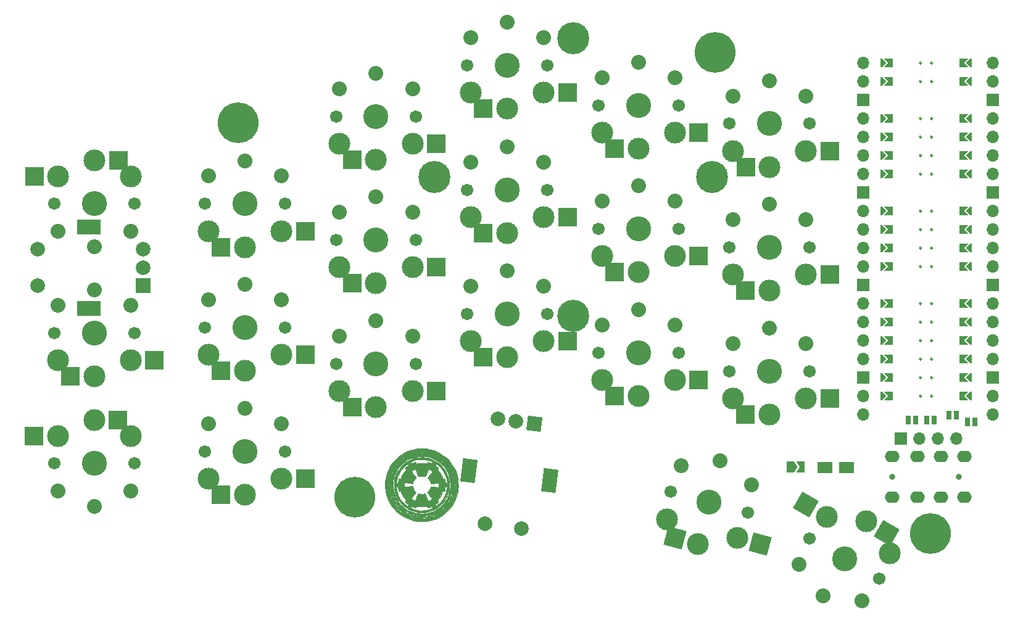
<source format=gts>
G04 #@! TF.GenerationSoftware,KiCad,Pcbnew,(6.0.2-0)*
G04 #@! TF.CreationDate,2022-04-08T10:03:05+08:00*
G04 #@! TF.ProjectId,half-swept,68616c66-2d73-4776-9570-742e6b696361,rev?*
G04 #@! TF.SameCoordinates,Original*
G04 #@! TF.FileFunction,Soldermask,Top*
G04 #@! TF.FilePolarity,Negative*
%FSLAX46Y46*%
G04 Gerber Fmt 4.6, Leading zero omitted, Abs format (unit mm)*
G04 Created by KiCad (PCBNEW (6.0.2-0)) date 2022-04-08 10:03:05*
%MOMM*%
%LPD*%
G01*
G04 APERTURE LIST*
G04 Aperture macros list*
%AMRotRect*
0 Rectangle, with rotation*
0 The origin of the aperture is its center*
0 $1 length*
0 $2 width*
0 $3 Rotation angle, in degrees counterclockwise*
0 Add horizontal line*
21,1,$1,$2,0,0,$3*%
%AMFreePoly0*
4,1,6,1.000000,0.000000,0.500000,-0.750000,-0.500000,-0.750000,-0.500000,0.750000,0.500000,0.750000,1.000000,0.000000,1.000000,0.000000,$1*%
%AMFreePoly1*
4,1,6,0.600000,0.200000,0.000000,-0.400000,-0.600000,0.200000,-0.600000,0.400000,0.600000,0.400000,0.600000,0.200000,0.600000,0.200000,$1*%
%AMFreePoly2*
4,1,6,0.600000,-0.250000,-0.600000,-0.250000,-0.600000,1.000000,0.000000,0.400000,0.600000,1.000000,0.600000,-0.250000,0.600000,-0.250000,$1*%
%AMFreePoly3*
4,1,6,0.500000,-0.750000,-0.650000,-0.750000,-0.150000,0.000000,-0.650000,0.750000,0.500000,0.750000,0.500000,-0.750000,0.500000,-0.750000,$1*%
G04 Aperture macros list end*
%ADD10C,0.010000*%
%ADD11C,0.250000*%
%ADD12C,3.000000*%
%ADD13C,1.701800*%
%ADD14C,3.429000*%
%ADD15R,2.600000X2.600000*%
%ADD16C,2.032000*%
%ADD17RotRect,2.600000X2.600000X330.000000*%
%ADD18RotRect,2.600000X2.600000X165.000000*%
%ADD19C,4.400000*%
%ADD20R,1.700000X1.700000*%
%ADD21O,1.700000X1.700000*%
%ADD22R,0.635000X1.143000*%
%ADD23R,2.000000X2.000000*%
%ADD24C,2.000000*%
%ADD25R,3.200000X2.000000*%
%ADD26R,1.500000X1.500000*%
%ADD27FreePoly0,0.000000*%
%ADD28FreePoly0,180.000000*%
%ADD29FreePoly1,270.000000*%
%ADD30FreePoly1,90.000000*%
%ADD31FreePoly2,90.000000*%
%ADD32FreePoly2,270.000000*%
%ADD33C,0.800000*%
%ADD34O,2.000000X1.600000*%
%ADD35C,5.600000*%
%ADD36FreePoly3,0.000000*%
%ADD37RotRect,2.000000X2.000000X263.000000*%
%ADD38RotRect,3.200000X2.000000X263.000000*%
G04 APERTURE END LIST*
D10*
X71392979Y-81111707D02*
X71605293Y-81122152D01*
X71605293Y-81122152D02*
X71793965Y-81138882D01*
X71793965Y-81138882D02*
X71901708Y-81153607D01*
X71901708Y-81153607D02*
X72362669Y-81249436D01*
X72362669Y-81249436D02*
X72805911Y-81383070D01*
X72805911Y-81383070D02*
X73229886Y-81553444D01*
X73229886Y-81553444D02*
X73633048Y-81759491D01*
X73633048Y-81759491D02*
X74013852Y-82000148D01*
X74013852Y-82000148D02*
X74370752Y-82274349D01*
X74370752Y-82274349D02*
X74702201Y-82581029D01*
X74702201Y-82581029D02*
X75006653Y-82919122D01*
X75006653Y-82919122D02*
X75282561Y-83287565D01*
X75282561Y-83287565D02*
X75497325Y-83630478D01*
X75497325Y-83630478D02*
X75659241Y-83935769D01*
X75659241Y-83935769D02*
X75796580Y-84247291D01*
X75796580Y-84247291D02*
X75912903Y-84574620D01*
X75912903Y-84574620D02*
X76011774Y-84927331D01*
X76011774Y-84927331D02*
X76063852Y-85153500D01*
X76063852Y-85153500D02*
X76081314Y-85238345D01*
X76081314Y-85238345D02*
X76095019Y-85315171D01*
X76095019Y-85315171D02*
X76105557Y-85391326D01*
X76105557Y-85391326D02*
X76113515Y-85474163D01*
X76113515Y-85474163D02*
X76119484Y-85571030D01*
X76119484Y-85571030D02*
X76124051Y-85689279D01*
X76124051Y-85689279D02*
X76127805Y-85836260D01*
X76127805Y-85836260D02*
X76130797Y-85989342D01*
X76130797Y-85989342D02*
X76133745Y-86199541D01*
X76133745Y-86199541D02*
X76133841Y-86375752D01*
X76133841Y-86375752D02*
X76130443Y-86526264D01*
X76130443Y-86526264D02*
X76122907Y-86659365D01*
X76122907Y-86659365D02*
X76110593Y-86783342D01*
X76110593Y-86783342D02*
X76092857Y-86906485D01*
X76092857Y-86906485D02*
X76069058Y-87037080D01*
X76069058Y-87037080D02*
X76038553Y-87183416D01*
X76038553Y-87183416D02*
X76038101Y-87185500D01*
X76038101Y-87185500D02*
X75927118Y-87602060D01*
X75927118Y-87602060D02*
X75777249Y-88014659D01*
X75777249Y-88014659D02*
X75591834Y-88416389D01*
X75591834Y-88416389D02*
X75374217Y-88800341D01*
X75374217Y-88800341D02*
X75127742Y-89159609D01*
X75127742Y-89159609D02*
X75010793Y-89308353D01*
X75010793Y-89308353D02*
X74802106Y-89543070D01*
X74802106Y-89543070D02*
X74562745Y-89778260D01*
X74562745Y-89778260D02*
X74303260Y-90004759D01*
X74303260Y-90004759D02*
X74034198Y-90213402D01*
X74034198Y-90213402D02*
X73766107Y-90395027D01*
X73766107Y-90395027D02*
X73744667Y-90408331D01*
X73744667Y-90408331D02*
X73611932Y-90484743D01*
X73611932Y-90484743D02*
X73451653Y-90568620D01*
X73451653Y-90568620D02*
X73276440Y-90654008D01*
X73276440Y-90654008D02*
X73098899Y-90734956D01*
X73098899Y-90734956D02*
X72931638Y-90805510D01*
X72931638Y-90805510D02*
X72792167Y-90858035D01*
X72792167Y-90858035D02*
X72545484Y-90935452D01*
X72545484Y-90935452D02*
X72284423Y-91003620D01*
X72284423Y-91003620D02*
X72026799Y-91058259D01*
X72026799Y-91058259D02*
X71822707Y-91091014D01*
X71822707Y-91091014D02*
X71702183Y-91102888D01*
X71702183Y-91102888D02*
X71550585Y-91111691D01*
X71550585Y-91111691D02*
X71377179Y-91117435D01*
X71377179Y-91117435D02*
X71191231Y-91120129D01*
X71191231Y-91120129D02*
X71002008Y-91119783D01*
X71002008Y-91119783D02*
X70818776Y-91116409D01*
X70818776Y-91116409D02*
X70650800Y-91110015D01*
X70650800Y-91110015D02*
X70507347Y-91100613D01*
X70507347Y-91100613D02*
X70405858Y-91089441D01*
X70405858Y-91089441D02*
X69963889Y-91003961D01*
X69963889Y-91003961D02*
X69533475Y-90879052D01*
X69533475Y-90879052D02*
X69117172Y-90716556D01*
X69117172Y-90716556D02*
X68717534Y-90518314D01*
X68717534Y-90518314D02*
X68337117Y-90286169D01*
X68337117Y-90286169D02*
X68070671Y-90089880D01*
X68070671Y-90089880D02*
X68622621Y-90089880D01*
X68622621Y-90089880D02*
X68638702Y-90110667D01*
X68638702Y-90110667D02*
X68663343Y-90126958D01*
X68663343Y-90126958D02*
X68689057Y-90132917D01*
X68689057Y-90132917D02*
X68730793Y-90128749D01*
X68730793Y-90128749D02*
X68794527Y-90113009D01*
X68794527Y-90113009D02*
X68886237Y-90084251D01*
X68886237Y-90084251D02*
X68996718Y-90046368D01*
X68996718Y-90046368D02*
X69105294Y-90008674D01*
X69105294Y-90008674D02*
X69203592Y-89975257D01*
X69203592Y-89975257D02*
X69282785Y-89949067D01*
X69282785Y-89949067D02*
X69334047Y-89933053D01*
X69334047Y-89933053D02*
X69343858Y-89930373D01*
X69343858Y-89930373D02*
X69398633Y-89916917D01*
X69398633Y-89916917D02*
X69435679Y-90218083D01*
X69435679Y-90218083D02*
X69449094Y-90325515D01*
X69449094Y-90325515D02*
X69460839Y-90416533D01*
X69460839Y-90416533D02*
X69469910Y-90483587D01*
X69469910Y-90483587D02*
X69475304Y-90519128D01*
X69475304Y-90519128D02*
X69476198Y-90522821D01*
X69476198Y-90522821D02*
X69496797Y-90529843D01*
X69496797Y-90529843D02*
X69532543Y-90539156D01*
X69532543Y-90539156D02*
X69560103Y-90540544D01*
X69560103Y-90540544D02*
X69592498Y-90528682D01*
X69592498Y-90528682D02*
X69636199Y-90499303D01*
X69636199Y-90499303D02*
X69697674Y-90448138D01*
X69697674Y-90448138D02*
X69772718Y-90380692D01*
X69772718Y-90380692D02*
X69845908Y-90315379D01*
X69845908Y-90315379D02*
X69907544Y-90263380D01*
X69907544Y-90263380D02*
X69951237Y-90229879D01*
X69951237Y-90229879D02*
X69970596Y-90220055D01*
X69970596Y-90220055D02*
X69970700Y-90220145D01*
X69970700Y-90220145D02*
X69968893Y-90243405D01*
X69968893Y-90243405D02*
X69955535Y-90297689D01*
X69955535Y-90297689D02*
X69933015Y-90374048D01*
X69933015Y-90374048D02*
X69913126Y-90435704D01*
X69913126Y-90435704D02*
X69882347Y-90531624D01*
X69882347Y-90531624D02*
X69865449Y-90595212D01*
X69865449Y-90595212D02*
X69861166Y-90633667D01*
X69861166Y-90633667D02*
X69868233Y-90654186D01*
X69868233Y-90654186D02*
X69873894Y-90658947D01*
X69873894Y-90658947D02*
X69906217Y-90671710D01*
X69906217Y-90671710D02*
X69931979Y-90658930D01*
X69931979Y-90658930D02*
X69956621Y-90615033D01*
X69956621Y-90615033D02*
X69980526Y-90549770D01*
X69980526Y-90549770D02*
X70019697Y-90434003D01*
X70019697Y-90434003D02*
X70049020Y-90352942D01*
X70049020Y-90352942D02*
X70071500Y-90300959D01*
X70071500Y-90300959D02*
X70090147Y-90272425D01*
X70090147Y-90272425D02*
X70107967Y-90261712D01*
X70107967Y-90261712D02*
X70127967Y-90263192D01*
X70127967Y-90263192D02*
X70132907Y-90264580D01*
X70132907Y-90264580D02*
X70173270Y-90273592D01*
X70173270Y-90273592D02*
X70243434Y-90286336D01*
X70243434Y-90286336D02*
X70331279Y-90300672D01*
X70331279Y-90300672D02*
X70376150Y-90307489D01*
X70376150Y-90307489D02*
X70463456Y-90321582D01*
X70463456Y-90321582D02*
X70534224Y-90335180D01*
X70534224Y-90335180D02*
X70578461Y-90346253D01*
X70578461Y-90346253D02*
X70587817Y-90350486D01*
X70587817Y-90350486D02*
X70582804Y-90371385D01*
X70582804Y-90371385D02*
X70552329Y-90403914D01*
X70552329Y-90403914D02*
X70548500Y-90407087D01*
X70548500Y-90407087D02*
X70508791Y-90432190D01*
X70508791Y-90432190D02*
X70461840Y-90442386D01*
X70461840Y-90442386D02*
X70391995Y-90440574D01*
X70391995Y-90440574D02*
X70375228Y-90439145D01*
X70375228Y-90439145D02*
X70300332Y-90435351D01*
X70300332Y-90435351D02*
X70254244Y-90442298D01*
X70254244Y-90442298D02*
X70224325Y-90462106D01*
X70224325Y-90462106D02*
X70221723Y-90464889D01*
X70221723Y-90464889D02*
X70200387Y-90500442D01*
X70200387Y-90500442D02*
X70216122Y-90521431D01*
X70216122Y-90521431D02*
X70270681Y-90529588D01*
X70270681Y-90529588D02*
X70287444Y-90529833D01*
X70287444Y-90529833D02*
X70337868Y-90536075D01*
X70337868Y-90536075D02*
X70354420Y-90556955D01*
X70354420Y-90556955D02*
X70336907Y-90595703D01*
X70336907Y-90595703D02*
X70285137Y-90655550D01*
X70285137Y-90655550D02*
X70279621Y-90661232D01*
X70279621Y-90661232D02*
X70201242Y-90741500D01*
X70201242Y-90741500D02*
X70263931Y-90741500D01*
X70263931Y-90741500D02*
X70294787Y-90736034D01*
X70294787Y-90736034D02*
X70332699Y-90716982D01*
X70332699Y-90716982D02*
X70383009Y-90680367D01*
X70383009Y-90680367D02*
X70451057Y-90622207D01*
X70451057Y-90622207D02*
X70542185Y-90538525D01*
X70542185Y-90538525D02*
X70564560Y-90517520D01*
X70564560Y-90517520D02*
X70646536Y-90439391D01*
X70646536Y-90439391D02*
X70716303Y-90371064D01*
X70716303Y-90371064D02*
X70768552Y-90317886D01*
X70768552Y-90317886D02*
X70793109Y-90290604D01*
X70793109Y-90290604D02*
X71149147Y-90290604D01*
X71149147Y-90290604D02*
X71158549Y-90316250D01*
X71158549Y-90316250D02*
X71182503Y-90361166D01*
X71182503Y-90361166D02*
X71223129Y-90430671D01*
X71223129Y-90430671D02*
X71282549Y-90530085D01*
X71282549Y-90530085D02*
X71299917Y-90559110D01*
X71299917Y-90559110D02*
X71359939Y-90658512D01*
X71359939Y-90658512D02*
X71403541Y-90726850D01*
X71403541Y-90726850D02*
X71435545Y-90769677D01*
X71435545Y-90769677D02*
X71460779Y-90792542D01*
X71460779Y-90792542D02*
X71484066Y-90801000D01*
X71484066Y-90801000D02*
X71509843Y-90800639D01*
X71509843Y-90800639D02*
X71537285Y-90795238D01*
X71537285Y-90795238D02*
X71560005Y-90780820D01*
X71560005Y-90780820D02*
X71582437Y-90750613D01*
X71582437Y-90750613D02*
X71609018Y-90697843D01*
X71609018Y-90697843D02*
X71644182Y-90615735D01*
X71644182Y-90615735D02*
X71666360Y-90561583D01*
X71666360Y-90561583D02*
X71703882Y-90470154D01*
X71703882Y-90470154D02*
X71735707Y-90394046D01*
X71735707Y-90394046D02*
X71758441Y-90341280D01*
X71758441Y-90341280D02*
X71768641Y-90319930D01*
X71768641Y-90319930D02*
X71779240Y-90316126D01*
X71779240Y-90316126D02*
X71788611Y-90335373D01*
X71788611Y-90335373D02*
X71797893Y-90382906D01*
X71797893Y-90382906D02*
X71808224Y-90463961D01*
X71808224Y-90463961D02*
X71816217Y-90538840D01*
X71816217Y-90538840D02*
X71827370Y-90629935D01*
X71827370Y-90629935D02*
X71840043Y-90705603D01*
X71840043Y-90705603D02*
X71852340Y-90755612D01*
X71852340Y-90755612D02*
X71858906Y-90769206D01*
X71858906Y-90769206D02*
X71888888Y-90775761D01*
X71888888Y-90775761D02*
X71920542Y-90756976D01*
X71920542Y-90756976D02*
X71936647Y-90725395D01*
X71936647Y-90725395D02*
X71935380Y-90713494D01*
X71935380Y-90713494D02*
X71930689Y-90682399D01*
X71930689Y-90682399D02*
X71924496Y-90619981D01*
X71924496Y-90619981D02*
X71917824Y-90537176D01*
X71917824Y-90537176D02*
X71917067Y-90526369D01*
X71917067Y-90526369D02*
X72072500Y-90526369D01*
X72072500Y-90526369D02*
X72078834Y-90555034D01*
X72078834Y-90555034D02*
X72102589Y-90574588D01*
X72102589Y-90574588D02*
X72150898Y-90587507D01*
X72150898Y-90587507D02*
X72230890Y-90596264D01*
X72230890Y-90596264D02*
X72284167Y-90599806D01*
X72284167Y-90599806D02*
X72361882Y-90604476D01*
X72361882Y-90604476D02*
X72431231Y-90608791D01*
X72431231Y-90608791D02*
X72458792Y-90610584D01*
X72458792Y-90610584D02*
X72501314Y-90607203D01*
X72501314Y-90607203D02*
X72516008Y-90581607D01*
X72516008Y-90581607D02*
X72517000Y-90561583D01*
X72517000Y-90561583D02*
X72511941Y-90526666D01*
X72511941Y-90526666D02*
X72488644Y-90511691D01*
X72488644Y-90511691D02*
X72437625Y-90508516D01*
X72437625Y-90508516D02*
X72373788Y-90506376D01*
X72373788Y-90506376D02*
X72288358Y-90500971D01*
X72288358Y-90500971D02*
X72215375Y-90494872D01*
X72215375Y-90494872D02*
X72139780Y-90488583D01*
X72139780Y-90488583D02*
X72096977Y-90489040D01*
X72096977Y-90489040D02*
X72077687Y-90498290D01*
X72077687Y-90498290D02*
X72072629Y-90518377D01*
X72072629Y-90518377D02*
X72072500Y-90526369D01*
X72072500Y-90526369D02*
X71917067Y-90526369D01*
X71917067Y-90526369D02*
X71914711Y-90492792D01*
X71914711Y-90492792D02*
X71909418Y-90399768D01*
X71909418Y-90399768D02*
X71909097Y-90341325D01*
X71909097Y-90341325D02*
X71914498Y-90309919D01*
X71914498Y-90309919D02*
X71926368Y-90298009D01*
X71926368Y-90298009D02*
X71934156Y-90297000D01*
X71934156Y-90297000D02*
X71960853Y-90279312D01*
X71960853Y-90279312D02*
X71966667Y-90254667D01*
X71966667Y-90254667D02*
X71952369Y-90225404D01*
X71952369Y-90225404D02*
X71907275Y-90212297D01*
X71907275Y-90212297D02*
X71828079Y-90214887D01*
X71828079Y-90214887D02*
X71754467Y-90225147D01*
X71754467Y-90225147D02*
X71717786Y-90233443D01*
X71717786Y-90233443D02*
X71690911Y-90249386D01*
X71690911Y-90249386D02*
X71667490Y-90281254D01*
X71667490Y-90281254D02*
X71641176Y-90337326D01*
X71641176Y-90337326D02*
X71611021Y-90412149D01*
X71611021Y-90412149D02*
X71567173Y-90522308D01*
X71567173Y-90522308D02*
X71534036Y-90594653D01*
X71534036Y-90594653D02*
X71506116Y-90630480D01*
X71506116Y-90630480D02*
X71477922Y-90631085D01*
X71477922Y-90631085D02*
X71443962Y-90597764D01*
X71443962Y-90597764D02*
X71398743Y-90531813D01*
X71398743Y-90531813D02*
X71360243Y-90471323D01*
X71360243Y-90471323D02*
X71300884Y-90380873D01*
X71300884Y-90380873D02*
X71256820Y-90322008D01*
X71256820Y-90322008D02*
X71223096Y-90289142D01*
X71223096Y-90289142D02*
X71194751Y-90276686D01*
X71194751Y-90276686D02*
X71187028Y-90276095D01*
X71187028Y-90276095D02*
X71165508Y-90275846D01*
X71165508Y-90275846D02*
X71152174Y-90278909D01*
X71152174Y-90278909D02*
X71149147Y-90290604D01*
X71149147Y-90290604D02*
X70793109Y-90290604D01*
X70793109Y-90290604D02*
X70797972Y-90285202D01*
X70797972Y-90285202D02*
X70802500Y-90277907D01*
X70802500Y-90277907D02*
X70782769Y-90269651D01*
X70782769Y-90269651D02*
X70728820Y-90258224D01*
X70728820Y-90258224D02*
X70648519Y-90245039D01*
X70648519Y-90245039D02*
X70549733Y-90231511D01*
X70549733Y-90231511D02*
X70532625Y-90229396D01*
X70532625Y-90229396D02*
X70418214Y-90216164D01*
X70418214Y-90216164D02*
X70338281Y-90209085D01*
X70338281Y-90209085D02*
X70285435Y-90208066D01*
X70285435Y-90208066D02*
X70252284Y-90213014D01*
X70252284Y-90213014D02*
X70231436Y-90223836D01*
X70231436Y-90223836D02*
X70229333Y-90225592D01*
X70229333Y-90225592D02*
X70191601Y-90251886D01*
X70191601Y-90251886D02*
X70177564Y-90243692D01*
X70177564Y-90243692D02*
X70181322Y-90216967D01*
X70181322Y-90216967D02*
X70177889Y-90190218D01*
X70177889Y-90190218D02*
X70148544Y-90167739D01*
X70148544Y-90167739D02*
X72093667Y-90167739D01*
X72093667Y-90167739D02*
X72111119Y-90181525D01*
X72111119Y-90181525D02*
X72158641Y-90211233D01*
X72158641Y-90211233D02*
X72228984Y-90252805D01*
X72228984Y-90252805D02*
X72314894Y-90302182D01*
X72314894Y-90302182D02*
X72409122Y-90355304D01*
X72409122Y-90355304D02*
X72504417Y-90408115D01*
X72504417Y-90408115D02*
X72593528Y-90456554D01*
X72593528Y-90456554D02*
X72669203Y-90496564D01*
X72669203Y-90496564D02*
X72724192Y-90524086D01*
X72724192Y-90524086D02*
X72749034Y-90534568D01*
X72749034Y-90534568D02*
X72795598Y-90537815D01*
X72795598Y-90537815D02*
X72847653Y-90529286D01*
X72847653Y-90529286D02*
X72883707Y-90512991D01*
X72883707Y-90512991D02*
X72887364Y-90508751D01*
X72887364Y-90508751D02*
X72887356Y-90481114D01*
X72887356Y-90481114D02*
X72876903Y-90426749D01*
X72876903Y-90426749D02*
X72864349Y-90378987D01*
X72864349Y-90378987D02*
X72823830Y-90238857D01*
X72823830Y-90238857D02*
X72821050Y-90229385D01*
X72821050Y-90229385D02*
X72887913Y-90229385D01*
X72887913Y-90229385D02*
X73014665Y-90264731D01*
X73014665Y-90264731D02*
X73084834Y-90284522D01*
X73084834Y-90284522D02*
X73139127Y-90300243D01*
X73139127Y-90300243D02*
X73162583Y-90307451D01*
X73162583Y-90307451D02*
X73220255Y-90315308D01*
X73220255Y-90315308D02*
X73287884Y-90298290D01*
X73287884Y-90298290D02*
X73374919Y-90253878D01*
X73374919Y-90253878D02*
X73384169Y-90248365D01*
X73384169Y-90248365D02*
X73445824Y-90207115D01*
X73445824Y-90207115D02*
X73489110Y-90164118D01*
X73489110Y-90164118D02*
X73519477Y-90109394D01*
X73519477Y-90109394D02*
X73542375Y-90032963D01*
X73542375Y-90032963D02*
X73563251Y-89924844D01*
X73563251Y-89924844D02*
X73564349Y-89918372D01*
X73564349Y-89918372D02*
X73572509Y-89862838D01*
X73572509Y-89862838D02*
X73569320Y-89840542D01*
X73569320Y-89840542D02*
X73551268Y-89843121D01*
X73551268Y-89843121D02*
X73535986Y-89850902D01*
X73535986Y-89850902D02*
X73500407Y-89890743D01*
X73500407Y-89890743D02*
X73464537Y-89971807D01*
X73464537Y-89971807D02*
X73448064Y-90022736D01*
X73448064Y-90022736D02*
X73424675Y-90092939D01*
X73424675Y-90092939D02*
X73403464Y-90142144D01*
X73403464Y-90142144D02*
X73388513Y-90161124D01*
X73388513Y-90161124D02*
X73387016Y-90160766D01*
X73387016Y-90160766D02*
X73369747Y-90139263D01*
X73369747Y-90139263D02*
X73336348Y-90089364D01*
X73336348Y-90089364D02*
X73292112Y-90019187D01*
X73292112Y-90019187D02*
X73255796Y-89959449D01*
X73255796Y-89959449D02*
X73206131Y-89880587D01*
X73206131Y-89880587D02*
X73161812Y-89817511D01*
X73161812Y-89817511D02*
X73128515Y-89777893D01*
X73128515Y-89777893D02*
X73114294Y-89768187D01*
X73114294Y-89768187D02*
X73084361Y-89779533D01*
X73084361Y-89779533D02*
X73079547Y-89816154D01*
X73079547Y-89816154D02*
X73100360Y-89880268D01*
X73100360Y-89880268D02*
X73147307Y-89974094D01*
X73147307Y-89974094D02*
X73171215Y-90016458D01*
X73171215Y-90016458D02*
X73216312Y-90095756D01*
X73216312Y-90095756D02*
X73252140Y-90160961D01*
X73252140Y-90160961D02*
X73274185Y-90203726D01*
X73274185Y-90203726D02*
X73279000Y-90215773D01*
X73279000Y-90215773D02*
X73260144Y-90218117D01*
X73260144Y-90218117D02*
X73210671Y-90212253D01*
X73210671Y-90212253D02*
X73141224Y-90199450D01*
X73141224Y-90199450D02*
X73140051Y-90199205D01*
X73140051Y-90199205D02*
X73060367Y-90184361D01*
X73060367Y-90184361D02*
X73007811Y-90180859D01*
X73007811Y-90180859D02*
X72968717Y-90188734D01*
X72968717Y-90188734D02*
X72944508Y-90199732D01*
X72944508Y-90199732D02*
X72887913Y-90229385D01*
X72887913Y-90229385D02*
X72821050Y-90229385D01*
X72821050Y-90229385D02*
X72793215Y-90134546D01*
X72793215Y-90134546D02*
X72770308Y-90061305D01*
X72770308Y-90061305D02*
X72752918Y-90014384D01*
X72752918Y-90014384D02*
X72738849Y-89989033D01*
X72738849Y-89989033D02*
X72725907Y-89980504D01*
X72725907Y-89980504D02*
X72711899Y-89984047D01*
X72711899Y-89984047D02*
X72694631Y-89994913D01*
X72694631Y-89994913D02*
X72688703Y-89998754D01*
X72688703Y-89998754D02*
X72675561Y-90014361D01*
X72675561Y-90014361D02*
X72673069Y-90043866D01*
X72673069Y-90043866D02*
X72681962Y-90095910D01*
X72681962Y-90095910D02*
X72702977Y-90179134D01*
X72702977Y-90179134D02*
X72704578Y-90185080D01*
X72704578Y-90185080D02*
X72730185Y-90280347D01*
X72730185Y-90280347D02*
X72744520Y-90346248D01*
X72744520Y-90346248D02*
X72743309Y-90384469D01*
X72743309Y-90384469D02*
X72722279Y-90396696D01*
X72722279Y-90396696D02*
X72677158Y-90384618D01*
X72677158Y-90384618D02*
X72603672Y-90349919D01*
X72603672Y-90349919D02*
X72497548Y-90294288D01*
X72497548Y-90294288D02*
X72467783Y-90278556D01*
X72467783Y-90278556D02*
X72338519Y-90212468D01*
X72338519Y-90212468D02*
X72242380Y-90168316D01*
X72242380Y-90168316D02*
X72176919Y-90145078D01*
X72176919Y-90145078D02*
X72139699Y-90141733D01*
X72139699Y-90141733D02*
X72103512Y-90156556D01*
X72103512Y-90156556D02*
X72093667Y-90167739D01*
X72093667Y-90167739D02*
X70148544Y-90167739D01*
X70148544Y-90167739D02*
X70146887Y-90166470D01*
X70146887Y-90166470D02*
X70089382Y-90142779D01*
X70089382Y-90142779D02*
X70022251Y-90121455D01*
X70022251Y-90121455D02*
X69966318Y-90108367D01*
X69966318Y-90108367D02*
X69947709Y-90106395D01*
X69947709Y-90106395D02*
X69916174Y-90120393D01*
X69916174Y-90120393D02*
X69863274Y-90158022D01*
X69863274Y-90158022D02*
X69797472Y-90212872D01*
X69797472Y-90212872D02*
X69751853Y-90254667D01*
X69751853Y-90254667D02*
X69684704Y-90316803D01*
X69684704Y-90316803D02*
X69628108Y-90366117D01*
X69628108Y-90366117D02*
X69589437Y-90396356D01*
X69589437Y-90396356D02*
X69577155Y-90402833D01*
X69577155Y-90402833D02*
X69566868Y-90383260D01*
X69566868Y-90383260D02*
X69553931Y-90330427D01*
X69553931Y-90330427D02*
X69540239Y-90253161D01*
X69540239Y-90253161D02*
X69531120Y-90188484D01*
X69531120Y-90188484D02*
X69517529Y-90096622D01*
X69517529Y-90096622D02*
X69502730Y-90020360D01*
X69502730Y-90020360D02*
X69488847Y-89969621D01*
X69488847Y-89969621D02*
X69481110Y-89954840D01*
X69481110Y-89954840D02*
X69444519Y-89929365D01*
X69444519Y-89929365D02*
X69381308Y-89890892D01*
X69381308Y-89890892D02*
X69299440Y-89843735D01*
X69299440Y-89843735D02*
X69206878Y-89792209D01*
X69206878Y-89792209D02*
X69111587Y-89740628D01*
X69111587Y-89740628D02*
X69021530Y-89693306D01*
X69021530Y-89693306D02*
X68944669Y-89654556D01*
X68944669Y-89654556D02*
X68888970Y-89628695D01*
X68888970Y-89628695D02*
X68863023Y-89619991D01*
X68863023Y-89619991D02*
X68813085Y-89625655D01*
X68813085Y-89625655D02*
X68798727Y-89642558D01*
X68798727Y-89642558D02*
X68820838Y-89672219D01*
X68820838Y-89672219D02*
X68880308Y-89716158D01*
X68880308Y-89716158D02*
X68941822Y-89754536D01*
X68941822Y-89754536D02*
X69014675Y-89801039D01*
X69014675Y-89801039D02*
X69070062Y-89841863D01*
X69070062Y-89841863D02*
X69100334Y-89871077D01*
X69100334Y-89871077D02*
X69103543Y-89879955D01*
X69103543Y-89879955D02*
X69081589Y-89896054D01*
X69081589Y-89896054D02*
X69027737Y-89922204D01*
X69027737Y-89922204D02*
X68950146Y-89954756D01*
X68950146Y-89954756D02*
X68859266Y-89989231D01*
X68859266Y-89989231D02*
X68767352Y-90023676D01*
X68767352Y-90023676D02*
X68692075Y-90054149D01*
X68692075Y-90054149D02*
X68641232Y-90077334D01*
X68641232Y-90077334D02*
X68622621Y-90089880D01*
X68622621Y-90089880D02*
X68070671Y-90089880D01*
X68070671Y-90089880D02*
X67978477Y-90021962D01*
X67978477Y-90021962D02*
X67644167Y-89727534D01*
X67644167Y-89727534D02*
X67422197Y-89494456D01*
X67422197Y-89494456D02*
X67899934Y-89494456D01*
X67899934Y-89494456D02*
X67906199Y-89535015D01*
X67906199Y-89535015D02*
X67924314Y-89556344D01*
X67924314Y-89556344D02*
X67968889Y-89599328D01*
X67968889Y-89599328D02*
X68033931Y-89658441D01*
X68033931Y-89658441D02*
X68113445Y-89728158D01*
X68113445Y-89728158D02*
X68146391Y-89756437D01*
X68146391Y-89756437D02*
X68241624Y-89836457D01*
X68241624Y-89836457D02*
X68311426Y-89891528D01*
X68311426Y-89891528D02*
X68361504Y-89925383D01*
X68361504Y-89925383D02*
X68397561Y-89941757D01*
X68397561Y-89941757D02*
X68425301Y-89944384D01*
X68425301Y-89944384D02*
X68431833Y-89943281D01*
X68431833Y-89943281D02*
X68477314Y-89929712D01*
X68477314Y-89929712D02*
X68498666Y-89918559D01*
X68498666Y-89918559D02*
X68513253Y-89891429D01*
X68513253Y-89891429D02*
X68536133Y-89834761D01*
X68536133Y-89834761D02*
X68563548Y-89759598D01*
X68563548Y-89759598D02*
X68591740Y-89676983D01*
X68591740Y-89676983D02*
X68616955Y-89597961D01*
X68616955Y-89597961D02*
X68635435Y-89533575D01*
X68635435Y-89533575D02*
X68643423Y-89494870D01*
X68643423Y-89494870D02*
X68643500Y-89492779D01*
X68643500Y-89492779D02*
X68628464Y-89459093D01*
X68628464Y-89459093D02*
X68589339Y-89410384D01*
X68589339Y-89410384D02*
X68542958Y-89364907D01*
X68542958Y-89364907D02*
X68468042Y-89298697D01*
X68468042Y-89298697D02*
X68413301Y-89256196D01*
X68413301Y-89256196D02*
X68367704Y-89236038D01*
X68367704Y-89236038D02*
X68320220Y-89236856D01*
X68320220Y-89236856D02*
X68259816Y-89257281D01*
X68259816Y-89257281D02*
X68175462Y-89295947D01*
X68175462Y-89295947D02*
X68136217Y-89314487D01*
X68136217Y-89314487D02*
X68028127Y-89368529D01*
X68028127Y-89368529D02*
X67955727Y-89413651D01*
X67955727Y-89413651D02*
X67914501Y-89454184D01*
X67914501Y-89454184D02*
X67899934Y-89494456D01*
X67899934Y-89494456D02*
X67422197Y-89494456D01*
X67422197Y-89494456D02*
X67336743Y-89404726D01*
X67336743Y-89404726D02*
X67058759Y-89055381D01*
X67058759Y-89055381D02*
X66812772Y-88681340D01*
X66812772Y-88681340D02*
X66648658Y-88381417D01*
X66648658Y-88381417D02*
X66643994Y-88371411D01*
X66643994Y-88371411D02*
X67033651Y-88371411D01*
X67033651Y-88371411D02*
X67036615Y-88400674D01*
X67036615Y-88400674D02*
X67051311Y-88439783D01*
X67051311Y-88439783D02*
X67080718Y-88495184D01*
X67080718Y-88495184D02*
X67127815Y-88573327D01*
X67127815Y-88573327D02*
X67190710Y-88673017D01*
X67190710Y-88673017D02*
X67258246Y-88777820D01*
X67258246Y-88777820D02*
X67308371Y-88851645D01*
X67308371Y-88851645D02*
X67345566Y-88899749D01*
X67345566Y-88899749D02*
X67374314Y-88927385D01*
X67374314Y-88927385D02*
X67399097Y-88939808D01*
X67399097Y-88939808D02*
X67420412Y-88942333D01*
X67420412Y-88942333D02*
X67455038Y-88935874D01*
X67455038Y-88935874D02*
X67475477Y-88922134D01*
X67475477Y-88922134D02*
X67654044Y-88922134D01*
X67654044Y-88922134D02*
X67656892Y-88986488D01*
X67656892Y-88986488D02*
X67664563Y-89070406D01*
X67664563Y-89070406D02*
X67669981Y-89116047D01*
X67669981Y-89116047D02*
X67686585Y-89224359D01*
X67686585Y-89224359D02*
X67705172Y-89298458D01*
X67705172Y-89298458D02*
X67728039Y-89346459D01*
X67728039Y-89346459D02*
X67739085Y-89360375D01*
X67739085Y-89360375D02*
X67773908Y-89393974D01*
X67773908Y-89393974D02*
X67796014Y-89408000D01*
X67796014Y-89408000D02*
X67796044Y-89408000D01*
X67796044Y-89408000D02*
X67816098Y-89394873D01*
X67816098Y-89394873D02*
X67861257Y-89359089D01*
X67861257Y-89359089D02*
X67924919Y-89306042D01*
X67924919Y-89306042D02*
X68000482Y-89241126D01*
X68000482Y-89241126D02*
X68004021Y-89238043D01*
X68004021Y-89238043D02*
X68078983Y-89171441D01*
X68078983Y-89171441D02*
X68140592Y-89114301D01*
X68140592Y-89114301D02*
X68182653Y-89072544D01*
X68182653Y-89072544D02*
X68198970Y-89052088D01*
X68198970Y-89052088D02*
X68199000Y-89051777D01*
X68199000Y-89051777D02*
X68185802Y-89024131D01*
X68185802Y-89024131D02*
X68174443Y-89010909D01*
X68174443Y-89010909D02*
X68152710Y-89004706D01*
X68152710Y-89004706D02*
X68116511Y-89021397D01*
X68116511Y-89021397D02*
X68059705Y-89064294D01*
X68059705Y-89064294D02*
X68031568Y-89088046D01*
X68031568Y-89088046D02*
X67942377Y-89161966D01*
X67942377Y-89161966D02*
X67871175Y-89215424D01*
X67871175Y-89215424D02*
X67821821Y-89245817D01*
X67821821Y-89245817D02*
X67798178Y-89250542D01*
X67798178Y-89250542D02*
X67796673Y-89246393D01*
X67796673Y-89246393D02*
X67793290Y-89213981D01*
X67793290Y-89213981D02*
X67784792Y-89153386D01*
X67784792Y-89153386D02*
X67773296Y-89078136D01*
X67773296Y-89078136D02*
X67760917Y-89001758D01*
X67760917Y-89001758D02*
X67749772Y-88937781D01*
X67749772Y-88937781D02*
X67743319Y-88905292D01*
X67743319Y-88905292D02*
X67721002Y-88867791D01*
X67721002Y-88867791D02*
X67687724Y-88859119D01*
X67687724Y-88859119D02*
X67659400Y-88882360D01*
X67659400Y-88882360D02*
X67656671Y-88888505D01*
X67656671Y-88888505D02*
X67654044Y-88922134D01*
X67654044Y-88922134D02*
X67475477Y-88922134D01*
X67475477Y-88922134D02*
X67490375Y-88912119D01*
X67490375Y-88912119D02*
X67533924Y-88864507D01*
X67533924Y-88864507D02*
X67583674Y-88799458D01*
X67583674Y-88799458D02*
X67637897Y-88723749D01*
X67637897Y-88723749D02*
X67686366Y-88652565D01*
X67686366Y-88652565D02*
X67720108Y-88599165D01*
X67720108Y-88599165D02*
X67724392Y-88591615D01*
X67724392Y-88591615D02*
X67742009Y-88556329D01*
X67742009Y-88556329D02*
X67746509Y-88527415D01*
X67746509Y-88527415D02*
X67735083Y-88493118D01*
X67735083Y-88493118D02*
X67704921Y-88441678D01*
X67704921Y-88441678D02*
X67678872Y-88401115D01*
X67678872Y-88401115D02*
X67624190Y-88316307D01*
X67624190Y-88316307D02*
X67584626Y-88260889D01*
X67584626Y-88260889D02*
X67550693Y-88229801D01*
X67550693Y-88229801D02*
X67512901Y-88217982D01*
X67512901Y-88217982D02*
X67461764Y-88220375D01*
X67461764Y-88220375D02*
X67387794Y-88231919D01*
X67387794Y-88231919D02*
X67367661Y-88235161D01*
X67367661Y-88235161D02*
X67248831Y-88254157D01*
X67248831Y-88254157D02*
X67165067Y-88268667D01*
X67165067Y-88268667D02*
X67109639Y-88280954D01*
X67109639Y-88280954D02*
X67075823Y-88293281D01*
X67075823Y-88293281D02*
X67056889Y-88307910D01*
X67056889Y-88307910D02*
X67046111Y-88327104D01*
X67046111Y-88327104D02*
X67039442Y-88345544D01*
X67039442Y-88345544D02*
X67033651Y-88371411D01*
X67033651Y-88371411D02*
X66643994Y-88371411D01*
X66643994Y-88371411D02*
X66498996Y-88060381D01*
X66498996Y-88060381D02*
X66377848Y-87747117D01*
X66377848Y-87747117D02*
X66283944Y-87438252D01*
X66283944Y-87438252D02*
X66632667Y-87438252D01*
X66632667Y-87438252D02*
X66640050Y-87461772D01*
X66640050Y-87461772D02*
X66660261Y-87517142D01*
X66660261Y-87517142D02*
X66690388Y-87596914D01*
X66690388Y-87596914D02*
X66727522Y-87693639D01*
X66727522Y-87693639D02*
X66768751Y-87799869D01*
X66768751Y-87799869D02*
X66811165Y-87908154D01*
X66811165Y-87908154D02*
X66851854Y-88011047D01*
X66851854Y-88011047D02*
X66887908Y-88101097D01*
X66887908Y-88101097D02*
X66916415Y-88170857D01*
X66916415Y-88170857D02*
X66934465Y-88212878D01*
X66934465Y-88212878D02*
X66938443Y-88220821D01*
X66938443Y-88220821D02*
X66965140Y-88233406D01*
X66965140Y-88233406D02*
X66996980Y-88220750D01*
X66996980Y-88220750D02*
X67013598Y-88191401D01*
X67013598Y-88191401D02*
X67013667Y-88189250D01*
X67013667Y-88189250D02*
X67006225Y-88161275D01*
X67006225Y-88161275D02*
X66985507Y-88100595D01*
X66985507Y-88100595D02*
X66953924Y-88013823D01*
X66953924Y-88013823D02*
X66913886Y-87907576D01*
X66913886Y-87907576D02*
X66867804Y-87788467D01*
X66867804Y-87788467D02*
X66864845Y-87780917D01*
X66864845Y-87780917D02*
X66812489Y-87648638D01*
X66812489Y-87648638D02*
X66772417Y-87551137D01*
X66772417Y-87551137D02*
X66760431Y-87524403D01*
X66760431Y-87524403D02*
X66918522Y-87524403D01*
X66918522Y-87524403D02*
X66931423Y-87574522D01*
X66931423Y-87574522D02*
X66959003Y-87653496D01*
X66959003Y-87653496D02*
X66971261Y-87686338D01*
X66971261Y-87686338D02*
X67005883Y-87777505D01*
X67005883Y-87777505D02*
X67038290Y-87861519D01*
X67038290Y-87861519D02*
X67063281Y-87924947D01*
X67063281Y-87924947D02*
X67070311Y-87942208D01*
X67070311Y-87942208D02*
X67101842Y-87992121D01*
X67101842Y-87992121D02*
X67137523Y-88011413D01*
X67137523Y-88011413D02*
X67168510Y-87995759D01*
X67168510Y-87995759D02*
X67171312Y-87991621D01*
X67171312Y-87991621D02*
X67168402Y-87966567D01*
X67168402Y-87966567D02*
X67152861Y-87912055D01*
X67152861Y-87912055D02*
X67128045Y-87837095D01*
X67128045Y-87837095D02*
X67097309Y-87750697D01*
X67097309Y-87750697D02*
X67064009Y-87661874D01*
X67064009Y-87661874D02*
X67031500Y-87579636D01*
X67031500Y-87579636D02*
X67003137Y-87512994D01*
X67003137Y-87512994D02*
X66982276Y-87470960D01*
X66982276Y-87470960D02*
X66973720Y-87460991D01*
X66973720Y-87460991D02*
X66946532Y-87471262D01*
X66946532Y-87471262D02*
X66930776Y-87480288D01*
X66930776Y-87480288D02*
X66918805Y-87495529D01*
X66918805Y-87495529D02*
X66918522Y-87524403D01*
X66918522Y-87524403D02*
X66760431Y-87524403D01*
X66760431Y-87524403D02*
X66742107Y-87483533D01*
X66742107Y-87483533D02*
X66719033Y-87440943D01*
X66719033Y-87440943D02*
X66700675Y-87418488D01*
X66700675Y-87418488D02*
X66684507Y-87411284D01*
X66684507Y-87411284D02*
X66674345Y-87412371D01*
X66674345Y-87412371D02*
X66640420Y-87427548D01*
X66640420Y-87427548D02*
X66632667Y-87438252D01*
X66632667Y-87438252D02*
X66283944Y-87438252D01*
X66283944Y-87438252D02*
X66280860Y-87428111D01*
X66280860Y-87428111D02*
X66247656Y-87282587D01*
X66247656Y-87282587D02*
X67075829Y-87282587D01*
X67075829Y-87282587D02*
X67080752Y-87318529D01*
X67080752Y-87318529D02*
X67097854Y-87378719D01*
X67097854Y-87378719D02*
X67128387Y-87467219D01*
X67128387Y-87467219D02*
X67173602Y-87588088D01*
X67173602Y-87588088D02*
X67208836Y-87679220D01*
X67208836Y-87679220D02*
X67256715Y-87799429D01*
X67256715Y-87799429D02*
X67300654Y-87904882D01*
X67300654Y-87904882D02*
X67338022Y-87989653D01*
X67338022Y-87989653D02*
X67366189Y-88047814D01*
X67366189Y-88047814D02*
X67382525Y-88073437D01*
X67382525Y-88073437D02*
X67384083Y-88074138D01*
X67384083Y-88074138D02*
X67420327Y-88063443D01*
X67420327Y-88063443D02*
X67430351Y-88057890D01*
X67430351Y-88057890D02*
X67435547Y-88038196D01*
X67435547Y-88038196D02*
X67426834Y-87991921D01*
X67426834Y-87991921D02*
X67403231Y-87915721D01*
X67403231Y-87915721D02*
X67363759Y-87806255D01*
X67363759Y-87806255D02*
X67332680Y-87724840D01*
X67332680Y-87724840D02*
X67273632Y-87572336D01*
X67273632Y-87572336D02*
X67227763Y-87455032D01*
X67227763Y-87455032D02*
X67192770Y-87368725D01*
X67192770Y-87368725D02*
X67166352Y-87309214D01*
X67166352Y-87309214D02*
X67146208Y-87272295D01*
X67146208Y-87272295D02*
X67130037Y-87253768D01*
X67130037Y-87253768D02*
X67115536Y-87249430D01*
X67115536Y-87249430D02*
X67100405Y-87255078D01*
X67100405Y-87255078D02*
X67082342Y-87266511D01*
X67082342Y-87266511D02*
X67081836Y-87266832D01*
X67081836Y-87266832D02*
X67075829Y-87282587D01*
X67075829Y-87282587D02*
X66247656Y-87282587D01*
X66247656Y-87282587D02*
X66203679Y-87089852D01*
X66203679Y-87089852D02*
X66167739Y-86888517D01*
X66167739Y-86888517D02*
X66146768Y-86721654D01*
X66146768Y-86721654D02*
X66132079Y-86523878D01*
X66132079Y-86523878D02*
X66123673Y-86306101D01*
X66123673Y-86306101D02*
X66122472Y-86177781D01*
X66122472Y-86177781D02*
X66513230Y-86177781D01*
X66513230Y-86177781D02*
X66537248Y-86187847D01*
X66537248Y-86187847D02*
X66594441Y-86190657D01*
X66594441Y-86190657D02*
X66599930Y-86190667D01*
X66599930Y-86190667D02*
X66698722Y-86190667D01*
X66698722Y-86190667D02*
X66692153Y-86111292D01*
X66692153Y-86111292D02*
X66686188Y-86070780D01*
X66686188Y-86070780D02*
X67184602Y-86070780D01*
X67184602Y-86070780D02*
X67199471Y-86470070D01*
X67199471Y-86470070D02*
X67256422Y-86865080D01*
X67256422Y-86865080D02*
X67355407Y-87255400D01*
X67355407Y-87255400D02*
X67496380Y-87640621D01*
X67496380Y-87640621D02*
X67575168Y-87815689D01*
X67575168Y-87815689D02*
X67768383Y-88172841D01*
X67768383Y-88172841D02*
X67994118Y-88504132D01*
X67994118Y-88504132D02*
X68250278Y-88808071D01*
X68250278Y-88808071D02*
X68534766Y-89083165D01*
X68534766Y-89083165D02*
X68845487Y-89327923D01*
X68845487Y-89327923D02*
X69180344Y-89540853D01*
X69180344Y-89540853D02*
X69537243Y-89720463D01*
X69537243Y-89720463D02*
X69914087Y-89865261D01*
X69914087Y-89865261D02*
X70308780Y-89973755D01*
X70308780Y-89973755D02*
X70703551Y-90042500D01*
X70703551Y-90042500D02*
X70802900Y-90050525D01*
X70802900Y-90050525D02*
X70933647Y-90054528D01*
X70933647Y-90054528D02*
X71085078Y-90054794D01*
X71085078Y-90054794D02*
X71246477Y-90051612D01*
X71246477Y-90051612D02*
X71407130Y-90045269D01*
X71407130Y-90045269D02*
X71556321Y-90036051D01*
X71556321Y-90036051D02*
X71683336Y-90024247D01*
X71683336Y-90024247D02*
X71755000Y-90014314D01*
X71755000Y-90014314D02*
X72154601Y-89925669D01*
X72154601Y-89925669D02*
X72541465Y-89798147D01*
X72541465Y-89798147D02*
X72911542Y-89633332D01*
X72911542Y-89633332D02*
X73025658Y-89567809D01*
X73025658Y-89567809D02*
X73476192Y-89567809D01*
X73476192Y-89567809D02*
X73491913Y-89583525D01*
X73491913Y-89583525D02*
X73540150Y-89611722D01*
X73540150Y-89611722D02*
X73614209Y-89648921D01*
X73614209Y-89648921D02*
X73707397Y-89691640D01*
X73707397Y-89691640D02*
X73749605Y-89709955D01*
X73749605Y-89709955D02*
X73859382Y-89756595D01*
X73859382Y-89756595D02*
X73937049Y-89788211D01*
X73937049Y-89788211D02*
X73989401Y-89806461D01*
X73989401Y-89806461D02*
X74023237Y-89813003D01*
X74023237Y-89813003D02*
X74045353Y-89809493D01*
X74045353Y-89809493D02*
X74062546Y-89797591D01*
X74062546Y-89797591D02*
X74071886Y-89788547D01*
X74071886Y-89788547D02*
X74089104Y-89769778D01*
X74089104Y-89769778D02*
X74098766Y-89749611D01*
X74098766Y-89749611D02*
X74100357Y-89719995D01*
X74100357Y-89719995D02*
X74093365Y-89672875D01*
X74093365Y-89672875D02*
X74077276Y-89600201D01*
X74077276Y-89600201D02*
X74053638Y-89502370D01*
X74053638Y-89502370D02*
X74031261Y-89406372D01*
X74031261Y-89406372D02*
X74014530Y-89326201D01*
X74014530Y-89326201D02*
X74005062Y-89270263D01*
X74005062Y-89270263D02*
X74004459Y-89246985D01*
X74004459Y-89246985D02*
X74022029Y-89257274D01*
X74022029Y-89257274D02*
X74061523Y-89293260D01*
X74061523Y-89293260D02*
X74116746Y-89348996D01*
X74116746Y-89348996D02*
X74169956Y-89405851D01*
X74169956Y-89405851D02*
X74243248Y-89483590D01*
X74243248Y-89483590D02*
X74294690Y-89531811D01*
X74294690Y-89531811D02*
X74328780Y-89554129D01*
X74328780Y-89554129D02*
X74350015Y-89554164D01*
X74350015Y-89554164D02*
X74352291Y-89552536D01*
X74352291Y-89552536D02*
X74371168Y-89532404D01*
X74371168Y-89532404D02*
X74374911Y-89509587D01*
X74374911Y-89509587D02*
X74360187Y-89477383D01*
X74360187Y-89477383D02*
X74323663Y-89429088D01*
X74323663Y-89429088D02*
X74262005Y-89358000D01*
X74262005Y-89358000D02*
X74247375Y-89341589D01*
X74247375Y-89341589D02*
X74179584Y-89261996D01*
X74179584Y-89261996D02*
X74138276Y-89203022D01*
X74138276Y-89203022D02*
X74131202Y-89186417D01*
X74131202Y-89186417D02*
X74287221Y-89186417D01*
X74287221Y-89186417D02*
X74289017Y-89196906D01*
X74289017Y-89196906D02*
X74294819Y-89218563D01*
X74294819Y-89218563D02*
X74303709Y-89231208D01*
X74303709Y-89231208D02*
X74323349Y-89234489D01*
X74323349Y-89234489D02*
X74361399Y-89228056D01*
X74361399Y-89228056D02*
X74425520Y-89211561D01*
X74425520Y-89211561D02*
X74516627Y-89186508D01*
X74516627Y-89186508D02*
X74650741Y-89143861D01*
X74650741Y-89143861D02*
X74747340Y-89100327D01*
X74747340Y-89100327D02*
X74804542Y-89056862D01*
X74804542Y-89056862D02*
X74818444Y-89033584D01*
X74818444Y-89033584D02*
X74806283Y-89011558D01*
X74806283Y-89011558D02*
X74767508Y-88969709D01*
X74767508Y-88969709D02*
X74708614Y-88914599D01*
X74708614Y-88914599D02*
X74654809Y-88868230D01*
X74654809Y-88868230D02*
X74605586Y-88825917D01*
X74605586Y-88825917D02*
X74761492Y-88825917D01*
X74761492Y-88825917D02*
X74777568Y-88849632D01*
X74777568Y-88849632D02*
X74816528Y-88880182D01*
X74816528Y-88880182D02*
X74862687Y-88906947D01*
X74862687Y-88906947D02*
X74899308Y-88919231D01*
X74899308Y-88919231D02*
X74932154Y-88907516D01*
X74932154Y-88907516D02*
X74947485Y-88895215D01*
X74947485Y-88895215D02*
X74959409Y-88870446D01*
X74959409Y-88870446D02*
X74937897Y-88842839D01*
X74937897Y-88842839D02*
X74926752Y-88834050D01*
X74926752Y-88834050D02*
X74880068Y-88798836D01*
X74880068Y-88798836D02*
X74969765Y-88647854D01*
X74969765Y-88647854D02*
X75061797Y-88517256D01*
X75061797Y-88517256D02*
X75163304Y-88415894D01*
X75163304Y-88415894D02*
X75169356Y-88411100D01*
X75169356Y-88411100D02*
X75240656Y-88351196D01*
X75240656Y-88351196D02*
X75298918Y-88294305D01*
X75298918Y-88294305D02*
X75337956Y-88247266D01*
X75337956Y-88247266D02*
X75351588Y-88216921D01*
X75351588Y-88216921D02*
X75349519Y-88211797D01*
X75349519Y-88211797D02*
X75329164Y-88218664D01*
X75329164Y-88218664D02*
X75281501Y-88244286D01*
X75281501Y-88244286D02*
X75214586Y-88284149D01*
X75214586Y-88284149D02*
X75166342Y-88314434D01*
X75166342Y-88314434D02*
X75083930Y-88368976D01*
X75083930Y-88368976D02*
X75024417Y-88415520D01*
X75024417Y-88415520D02*
X74976814Y-88465501D01*
X74976814Y-88465501D02*
X74930129Y-88530352D01*
X74930129Y-88530352D02*
X74877118Y-88615326D01*
X74877118Y-88615326D02*
X74829415Y-88695790D01*
X74829415Y-88695790D02*
X74791238Y-88763616D01*
X74791238Y-88763616D02*
X74767288Y-88810243D01*
X74767288Y-88810243D02*
X74761492Y-88825917D01*
X74761492Y-88825917D02*
X74605586Y-88825917D01*
X74605586Y-88825917D02*
X74568168Y-88793753D01*
X74568168Y-88793753D02*
X74515783Y-88743448D01*
X74515783Y-88743448D02*
X74497714Y-88717406D01*
X74497714Y-88717406D02*
X74514024Y-88715714D01*
X74514024Y-88715714D02*
X74564773Y-88738463D01*
X74564773Y-88738463D02*
X74566414Y-88739309D01*
X74566414Y-88739309D02*
X74630095Y-88772240D01*
X74630095Y-88772240D02*
X74869277Y-88363704D01*
X74869277Y-88363704D02*
X74880406Y-88139727D01*
X74880406Y-88139727D02*
X74891536Y-87915750D01*
X74891536Y-87915750D02*
X74844412Y-87989748D01*
X74844412Y-87989748D02*
X74804977Y-88084947D01*
X74804977Y-88084947D02*
X74786327Y-88200313D01*
X74786327Y-88200313D02*
X74775086Y-88285515D01*
X74775086Y-88285515D02*
X74752706Y-88359275D01*
X74752706Y-88359275D02*
X74712838Y-88439850D01*
X74712838Y-88439850D02*
X74688641Y-88481302D01*
X74688641Y-88481302D02*
X74643849Y-88553520D01*
X74643849Y-88553520D02*
X74612191Y-88595488D01*
X74612191Y-88595488D02*
X74586315Y-88614006D01*
X74586315Y-88614006D02*
X74558869Y-88615869D01*
X74558869Y-88615869D02*
X74545723Y-88613457D01*
X74545723Y-88613457D02*
X74498364Y-88612117D01*
X74498364Y-88612117D02*
X74474875Y-88624900D01*
X74474875Y-88624900D02*
X74445058Y-88650212D01*
X74445058Y-88650212D02*
X74409360Y-88667948D01*
X74409360Y-88667948D02*
X74370924Y-88693322D01*
X74370924Y-88693322D02*
X74358500Y-88718305D01*
X74358500Y-88718305D02*
X74373968Y-88744777D01*
X74373968Y-88744777D02*
X74415365Y-88789456D01*
X74415365Y-88789456D02*
X74475176Y-88844591D01*
X74475176Y-88844591D02*
X74506946Y-88871448D01*
X74506946Y-88871448D02*
X74571597Y-88927507D01*
X74571597Y-88927507D02*
X74620304Y-88975274D01*
X74620304Y-88975274D02*
X74646060Y-89007596D01*
X74646060Y-89007596D02*
X74648197Y-89015577D01*
X74648197Y-89015577D02*
X74626083Y-89031463D01*
X74626083Y-89031463D02*
X74572977Y-89055406D01*
X74572977Y-89055406D02*
X74498440Y-89083312D01*
X74498440Y-89083312D02*
X74459548Y-89096364D01*
X74459548Y-89096364D02*
X74372760Y-89125692D01*
X74372760Y-89125692D02*
X74319762Y-89147733D01*
X74319762Y-89147733D02*
X74293575Y-89166604D01*
X74293575Y-89166604D02*
X74287221Y-89186417D01*
X74287221Y-89186417D02*
X74131202Y-89186417D01*
X74131202Y-89186417D02*
X74118594Y-89156826D01*
X74118594Y-89156826D02*
X74115083Y-89128077D01*
X74115083Y-89128077D02*
X74108998Y-89080446D01*
X74108998Y-89080446D02*
X74094319Y-89056406D01*
X74094319Y-89056406D02*
X74093917Y-89056273D01*
X74093917Y-89056273D02*
X74068312Y-89066108D01*
X74068312Y-89066108D02*
X74022701Y-89098072D01*
X74022701Y-89098072D02*
X73974084Y-89138993D01*
X73974084Y-89138993D02*
X73875418Y-89228083D01*
X73875418Y-89228083D02*
X73928592Y-89446436D01*
X73928592Y-89446436D02*
X73949273Y-89537126D01*
X73949273Y-89537126D02*
X73963699Y-89611947D01*
X73963699Y-89611947D02*
X73970282Y-89661832D01*
X73970282Y-89661832D02*
X73969017Y-89677538D01*
X73969017Y-89677538D02*
X73945259Y-89675567D01*
X73945259Y-89675567D02*
X73891290Y-89660117D01*
X73891290Y-89660117D02*
X73815990Y-89633958D01*
X73815990Y-89633958D02*
X73755862Y-89610967D01*
X73755862Y-89610967D02*
X73643511Y-89569148D01*
X73643511Y-89569148D02*
X73563837Y-89546327D01*
X73563837Y-89546327D02*
X73512064Y-89541768D01*
X73512064Y-89541768D02*
X73483419Y-89554734D01*
X73483419Y-89554734D02*
X73476192Y-89567809D01*
X73476192Y-89567809D02*
X73025658Y-89567809D01*
X73025658Y-89567809D02*
X73260779Y-89432809D01*
X73260779Y-89432809D02*
X73289583Y-89414030D01*
X73289583Y-89414030D02*
X73620025Y-89171872D01*
X73620025Y-89171872D02*
X73920319Y-88901346D01*
X73920319Y-88901346D02*
X74189100Y-88604839D01*
X74189100Y-88604839D02*
X74425005Y-88284740D01*
X74425005Y-88284740D02*
X74626668Y-87943436D01*
X74626668Y-87943436D02*
X74681477Y-87824574D01*
X74681477Y-87824574D02*
X74917824Y-87824574D01*
X74917824Y-87824574D02*
X74925334Y-87846184D01*
X74925334Y-87846184D02*
X74928504Y-87850447D01*
X74928504Y-87850447D02*
X74957056Y-87877892D01*
X74957056Y-87877892D02*
X74969890Y-87884000D01*
X74969890Y-87884000D02*
X74982317Y-87865398D01*
X74982317Y-87865398D02*
X75004211Y-87815589D01*
X75004211Y-87815589D02*
X75031779Y-87743569D01*
X75031779Y-87743569D02*
X75045797Y-87704083D01*
X75045797Y-87704083D02*
X75075068Y-87624608D01*
X75075068Y-87624608D02*
X75101003Y-87563087D01*
X75101003Y-87563087D02*
X75119647Y-87528531D01*
X75119647Y-87528531D02*
X75124798Y-87524167D01*
X75124798Y-87524167D02*
X75142301Y-87540779D01*
X75142301Y-87540779D02*
X75177706Y-87586025D01*
X75177706Y-87586025D02*
X75225887Y-87653016D01*
X75225887Y-87653016D02*
X75281717Y-87734866D01*
X75281717Y-87734866D02*
X75282361Y-87735833D01*
X75282361Y-87735833D02*
X75338159Y-87817792D01*
X75338159Y-87817792D02*
X75386240Y-87884977D01*
X75386240Y-87884977D02*
X75421513Y-87930507D01*
X75421513Y-87930507D02*
X75438884Y-87947497D01*
X75438884Y-87947497D02*
X75438963Y-87947500D01*
X75438963Y-87947500D02*
X75459031Y-87930673D01*
X75459031Y-87930673D02*
X75467409Y-87914216D01*
X75467409Y-87914216D02*
X75472085Y-87896114D01*
X75472085Y-87896114D02*
X75470005Y-87874719D01*
X75470005Y-87874719D02*
X75458186Y-87844227D01*
X75458186Y-87844227D02*
X75433641Y-87798835D01*
X75433641Y-87798835D02*
X75393384Y-87732737D01*
X75393384Y-87732737D02*
X75334430Y-87640129D01*
X75334430Y-87640129D02*
X75294827Y-87578690D01*
X75294827Y-87578690D02*
X75219436Y-87460898D01*
X75219436Y-87460898D02*
X75164213Y-87376758D01*
X75164213Y-87376758D02*
X75124395Y-87325707D01*
X75124395Y-87325707D02*
X75095220Y-87307184D01*
X75095220Y-87307184D02*
X75071924Y-87320625D01*
X75071924Y-87320625D02*
X75049746Y-87365469D01*
X75049746Y-87365469D02*
X75023923Y-87441152D01*
X75023923Y-87441152D02*
X74991108Y-87542832D01*
X74991108Y-87542832D02*
X74954540Y-87656068D01*
X74954540Y-87656068D02*
X74931053Y-87736269D01*
X74931053Y-87736269D02*
X74919273Y-87790186D01*
X74919273Y-87790186D02*
X74917824Y-87824574D01*
X74917824Y-87824574D02*
X74681477Y-87824574D01*
X74681477Y-87824574D02*
X74792726Y-87583316D01*
X74792726Y-87583316D02*
X74921813Y-87206768D01*
X74921813Y-87206768D02*
X75012567Y-86816179D01*
X75012567Y-86816179D02*
X75063622Y-86413938D01*
X75063622Y-86413938D02*
X75070759Y-86296500D01*
X75070759Y-86296500D02*
X75070335Y-86190667D01*
X75070335Y-86190667D02*
X75553298Y-86190667D01*
X75553298Y-86190667D02*
X75734333Y-86190667D01*
X75734333Y-86190667D02*
X75734333Y-86106000D01*
X75734333Y-86106000D02*
X75732257Y-86051806D01*
X75732257Y-86051806D02*
X75718094Y-86027725D01*
X75718094Y-86027725D02*
X75679946Y-86021536D01*
X75679946Y-86021536D02*
X75651890Y-86021333D01*
X75651890Y-86021333D02*
X75598917Y-86023819D01*
X75598917Y-86023819D02*
X75573963Y-86039383D01*
X75573963Y-86039383D02*
X75564026Y-86080188D01*
X75564026Y-86080188D02*
X75561372Y-86106000D01*
X75561372Y-86106000D02*
X75553298Y-86190667D01*
X75553298Y-86190667D02*
X75070335Y-86190667D01*
X75070335Y-86190667D02*
X75069122Y-85888561D01*
X75069122Y-85888561D02*
X75026108Y-85489447D01*
X75026108Y-85489447D02*
X75004681Y-85390340D01*
X75004681Y-85390340D02*
X75272556Y-85390340D01*
X75272556Y-85390340D02*
X75291619Y-85420688D01*
X75291619Y-85420688D02*
X75347431Y-85445110D01*
X75347431Y-85445110D02*
X75440307Y-85467893D01*
X75440307Y-85467893D02*
X75451041Y-85470122D01*
X75451041Y-85470122D02*
X75551119Y-85493883D01*
X75551119Y-85493883D02*
X75608986Y-85515947D01*
X75608986Y-85515947D02*
X75624681Y-85537263D01*
X75624681Y-85537263D02*
X75598243Y-85558781D01*
X75598243Y-85558781D02*
X75529711Y-85581454D01*
X75529711Y-85581454D02*
X75456332Y-85598601D01*
X75456332Y-85598601D02*
X75380519Y-85619398D01*
X75380519Y-85619398D02*
X75338736Y-85641573D01*
X75338736Y-85641573D02*
X75332167Y-85653809D01*
X75332167Y-85653809D02*
X75335781Y-85671465D01*
X75335781Y-85671465D02*
X75351811Y-85679487D01*
X75351811Y-85679487D02*
X75388039Y-85677829D01*
X75388039Y-85677829D02*
X75452243Y-85666445D01*
X75452243Y-85666445D02*
X75517705Y-85652728D01*
X75517705Y-85652728D02*
X75588512Y-85640584D01*
X75588512Y-85640584D02*
X75640613Y-85637404D01*
X75640613Y-85637404D02*
X75661829Y-85642888D01*
X75661829Y-85642888D02*
X75689235Y-85660252D01*
X75689235Y-85660252D02*
X75720762Y-85656013D01*
X75720762Y-85656013D02*
X75734215Y-85635042D01*
X75734215Y-85635042D02*
X75728767Y-85598176D01*
X75728767Y-85598176D02*
X75715533Y-85541960D01*
X75715533Y-85541960D02*
X75712840Y-85532056D01*
X75712840Y-85532056D02*
X75698553Y-85489805D01*
X75698553Y-85489805D02*
X75677642Y-85463887D01*
X75677642Y-85463887D02*
X75638909Y-85446728D01*
X75638909Y-85446728D02*
X75571158Y-85430758D01*
X75571158Y-85430758D02*
X75559500Y-85428346D01*
X75559500Y-85428346D02*
X75466091Y-85407109D01*
X75466091Y-85407109D02*
X75412414Y-85386515D01*
X75412414Y-85386515D02*
X75396346Y-85360865D01*
X75396346Y-85360865D02*
X75415762Y-85324461D01*
X75415762Y-85324461D02*
X75468538Y-85271603D01*
X75468538Y-85271603D02*
X75492886Y-85249604D01*
X75492886Y-85249604D02*
X75563018Y-85182318D01*
X75563018Y-85182318D02*
X75599115Y-85138193D01*
X75599115Y-85138193D02*
X75603186Y-85118189D01*
X75603186Y-85118189D02*
X75577240Y-85123265D01*
X75577240Y-85123265D02*
X75523286Y-85154383D01*
X75523286Y-85154383D02*
X75443335Y-85212503D01*
X75443335Y-85212503D02*
X75432708Y-85220847D01*
X75432708Y-85220847D02*
X75343416Y-85294708D01*
X75343416Y-85294708D02*
X75289927Y-85349776D01*
X75289927Y-85349776D02*
X75272556Y-85390340D01*
X75272556Y-85390340D02*
X75004681Y-85390340D01*
X75004681Y-85390340D02*
X74941611Y-85098632D01*
X74941611Y-85098632D02*
X74850398Y-84821529D01*
X74850398Y-84821529D02*
X75139978Y-84821529D01*
X75139978Y-84821529D02*
X75143582Y-84860871D01*
X75143582Y-84860871D02*
X75161447Y-84913420D01*
X75161447Y-84913420D02*
X75163443Y-84918695D01*
X75163443Y-84918695D02*
X75191396Y-84977698D01*
X75191396Y-84977698D02*
X75229665Y-85020224D01*
X75229665Y-85020224D02*
X75291382Y-85059650D01*
X75291382Y-85059650D02*
X75313104Y-85071154D01*
X75313104Y-85071154D02*
X75374230Y-85102479D01*
X75374230Y-85102479D02*
X75418014Y-85124312D01*
X75418014Y-85124312D02*
X75433453Y-85131335D01*
X75433453Y-85131335D02*
X75429760Y-85116464D01*
X75429760Y-85116464D02*
X75416870Y-85090069D01*
X75416870Y-85090069D02*
X75384398Y-85054425D01*
X75384398Y-85054425D02*
X75330332Y-85016079D01*
X75330332Y-85016079D02*
X75309545Y-85004591D01*
X75309545Y-85004591D02*
X75261455Y-84975020D01*
X75261455Y-84975020D02*
X75237128Y-84949861D01*
X75237128Y-84949861D02*
X75236787Y-84942043D01*
X75236787Y-84942043D02*
X75261555Y-84926501D01*
X75261555Y-84926501D02*
X75315705Y-84903545D01*
X75315705Y-84903545D02*
X75388053Y-84877863D01*
X75388053Y-84877863D02*
X75396284Y-84875189D01*
X75396284Y-84875189D02*
X75469590Y-84848056D01*
X75469590Y-84848056D02*
X75521910Y-84821827D01*
X75521910Y-84821827D02*
X75543695Y-84801362D01*
X75543695Y-84801362D02*
X75543833Y-84800084D01*
X75543833Y-84800084D02*
X75538408Y-84781273D01*
X75538408Y-84781273D02*
X75517443Y-84774716D01*
X75517443Y-84774716D02*
X75473909Y-84780940D01*
X75473909Y-84780940D02*
X75400774Y-84800473D01*
X75400774Y-84800473D02*
X75354427Y-84814325D01*
X75354427Y-84814325D02*
X75284423Y-84833926D01*
X75284423Y-84833926D02*
X75232006Y-84845446D01*
X75232006Y-84845446D02*
X75208506Y-84846395D01*
X75208506Y-84846395D02*
X75208497Y-84846386D01*
X75208497Y-84846386D02*
X75209735Y-84822858D01*
X75209735Y-84822858D02*
X75223688Y-84774081D01*
X75223688Y-84774081D02*
X75233861Y-84745806D01*
X75233861Y-84745806D02*
X75261137Y-84662327D01*
X75261137Y-84662327D02*
X75268132Y-84613457D01*
X75268132Y-84613457D02*
X75257459Y-84600773D01*
X75257459Y-84600773D02*
X75231733Y-84625851D01*
X75231733Y-84625851D02*
X75193568Y-84690269D01*
X75193568Y-84690269D02*
X75181624Y-84714292D01*
X75181624Y-84714292D02*
X75152154Y-84778351D01*
X75152154Y-84778351D02*
X75139978Y-84821529D01*
X75139978Y-84821529D02*
X74850398Y-84821529D01*
X74850398Y-84821529D02*
X74815526Y-84715591D01*
X74815526Y-84715591D02*
X74694279Y-84434511D01*
X74694279Y-84434511D02*
X74575140Y-84206483D01*
X74575140Y-84206483D02*
X74896295Y-84206483D01*
X74896295Y-84206483D02*
X74897382Y-84229182D01*
X74897382Y-84229182D02*
X74939122Y-84257587D01*
X74939122Y-84257587D02*
X75020312Y-84291084D01*
X75020312Y-84291084D02*
X75132680Y-84327003D01*
X75132680Y-84327003D02*
X75242791Y-84358600D01*
X75242791Y-84358600D02*
X75318182Y-84378356D01*
X75318182Y-84378356D02*
X75364523Y-84387110D01*
X75364523Y-84387110D02*
X75387483Y-84385700D01*
X75387483Y-84385700D02*
X75392733Y-84374964D01*
X75392733Y-84374964D02*
X75389993Y-84365042D01*
X75389993Y-84365042D02*
X75336935Y-84234615D01*
X75336935Y-84234615D02*
X75288816Y-84130339D01*
X75288816Y-84130339D02*
X75247762Y-84056248D01*
X75247762Y-84056248D02*
X75215899Y-84016379D01*
X75215899Y-84016379D02*
X75203181Y-84010500D01*
X75203181Y-84010500D02*
X75185887Y-84014829D01*
X75185887Y-84014829D02*
X75182670Y-84033398D01*
X75182670Y-84033398D02*
X75194612Y-84074580D01*
X75194612Y-84074580D02*
X75219825Y-84139413D01*
X75219825Y-84139413D02*
X75245176Y-84206107D01*
X75245176Y-84206107D02*
X75260964Y-84255485D01*
X75260964Y-84255485D02*
X75263812Y-84276410D01*
X75263812Y-84276410D02*
X75241009Y-84275487D01*
X75241009Y-84275487D02*
X75187103Y-84266072D01*
X75187103Y-84266072D02*
X75112046Y-84250003D01*
X75112046Y-84250003D02*
X75079174Y-84242325D01*
X75079174Y-84242325D02*
X74998811Y-84223980D01*
X74998811Y-84223980D02*
X74936000Y-84211244D01*
X74936000Y-84211244D02*
X74900574Y-84206043D01*
X74900574Y-84206043D02*
X74896295Y-84206483D01*
X74896295Y-84206483D02*
X74575140Y-84206483D01*
X74575140Y-84206483D02*
X74533858Y-84127473D01*
X74533858Y-84127473D02*
X74357258Y-83850207D01*
X74357258Y-83850207D02*
X74286686Y-83759213D01*
X74286686Y-83759213D02*
X74625606Y-83759213D01*
X74625606Y-83759213D02*
X74626243Y-83767685D01*
X74626243Y-83767685D02*
X74636416Y-83783446D01*
X74636416Y-83783446D02*
X74656679Y-83792359D01*
X74656679Y-83792359D02*
X74693697Y-83794331D01*
X74693697Y-83794331D02*
X74754136Y-83789270D01*
X74754136Y-83789270D02*
X74844661Y-83777081D01*
X74844661Y-83777081D02*
X74935292Y-83763363D01*
X74935292Y-83763363D02*
X74992190Y-83759751D01*
X74992190Y-83759751D02*
X75011414Y-83772647D01*
X75011414Y-83772647D02*
X74992804Y-83802542D01*
X74992804Y-83802542D02*
X74936200Y-83849925D01*
X74936200Y-83849925D02*
X74898501Y-83876939D01*
X74898501Y-83876939D02*
X74839393Y-83921649D01*
X74839393Y-83921649D02*
X74797475Y-83960372D01*
X74797475Y-83960372D02*
X74782084Y-83984042D01*
X74782084Y-83984042D02*
X74785450Y-84003100D01*
X74785450Y-84003100D02*
X74800298Y-84006767D01*
X74800298Y-84006767D02*
X74833015Y-83992665D01*
X74833015Y-83992665D02*
X74889986Y-83958417D01*
X74889986Y-83958417D02*
X74943425Y-83923982D01*
X74943425Y-83923982D02*
X75010137Y-83884015D01*
X75010137Y-83884015D02*
X75064496Y-83857840D01*
X75064496Y-83857840D02*
X75096146Y-83850326D01*
X75096146Y-83850326D02*
X75098359Y-83851148D01*
X75098359Y-83851148D02*
X75131625Y-83861399D01*
X75131625Y-83861399D02*
X75142858Y-83842984D01*
X75142858Y-83842984D02*
X75131336Y-83803816D01*
X75131336Y-83803816D02*
X75106276Y-83764192D01*
X75106276Y-83764192D02*
X75049550Y-83689820D01*
X75049550Y-83689820D02*
X74869979Y-83704778D01*
X74869979Y-83704778D02*
X74690408Y-83719737D01*
X74690408Y-83719737D02*
X74767871Y-83581221D01*
X74767871Y-83581221D02*
X74817762Y-83484198D01*
X74817762Y-83484198D02*
X74842352Y-83417194D01*
X74842352Y-83417194D02*
X74841279Y-83381440D01*
X74841279Y-83381440D02*
X74828159Y-83375500D01*
X74828159Y-83375500D02*
X74807352Y-83393336D01*
X74807352Y-83393336D02*
X74775250Y-83440175D01*
X74775250Y-83440175D02*
X74737004Y-83506011D01*
X74737004Y-83506011D02*
X74697765Y-83580838D01*
X74697765Y-83580838D02*
X74662685Y-83654651D01*
X74662685Y-83654651D02*
X74636915Y-83717444D01*
X74636915Y-83717444D02*
X74625606Y-83759213D01*
X74625606Y-83759213D02*
X74286686Y-83759213D01*
X74286686Y-83759213D02*
X74156132Y-83590882D01*
X74156132Y-83590882D02*
X73922130Y-83337666D01*
X73922130Y-83337666D02*
X73915821Y-83331346D01*
X73915821Y-83331346D02*
X73694146Y-83130814D01*
X73694146Y-83130814D02*
X74140796Y-83130814D01*
X74140796Y-83130814D02*
X74141331Y-83132033D01*
X74141331Y-83132033D02*
X74160967Y-83159122D01*
X74160967Y-83159122D02*
X74201856Y-83210541D01*
X74201856Y-83210541D02*
X74257689Y-83278488D01*
X74257689Y-83278488D02*
X74311669Y-83342796D01*
X74311669Y-83342796D02*
X74465922Y-83524867D01*
X74465922Y-83524867D02*
X74612243Y-83404494D01*
X74612243Y-83404494D02*
X74683859Y-83343280D01*
X74683859Y-83343280D02*
X74725586Y-83300828D01*
X74725586Y-83300828D02*
X74742089Y-83271450D01*
X74742089Y-83271450D02*
X74738635Y-83250435D01*
X74738635Y-83250435D02*
X74712360Y-83213415D01*
X74712360Y-83213415D02*
X74671620Y-83162947D01*
X74671620Y-83162947D02*
X74659301Y-83148594D01*
X74659301Y-83148594D02*
X74616205Y-83105315D01*
X74616205Y-83105315D02*
X74577750Y-83089247D01*
X74577750Y-83089247D02*
X74524697Y-83092648D01*
X74524697Y-83092648D02*
X74521531Y-83093155D01*
X74521531Y-83093155D02*
X74466802Y-83107664D01*
X74466802Y-83107664D02*
X74444891Y-83124549D01*
X74444891Y-83124549D02*
X74458289Y-83138081D01*
X74458289Y-83138081D02*
X74500011Y-83142667D01*
X74500011Y-83142667D02*
X74552769Y-83156338D01*
X74552769Y-83156338D02*
X74605891Y-83189733D01*
X74605891Y-83189733D02*
X74644451Y-83231418D01*
X74644451Y-83231418D02*
X74654833Y-83261232D01*
X74654833Y-83261232D02*
X74639310Y-83289054D01*
X74639310Y-83289054D02*
X74601073Y-83329485D01*
X74601073Y-83329485D02*
X74552623Y-83371636D01*
X74552623Y-83371636D02*
X74506459Y-83404618D01*
X74506459Y-83404618D02*
X74475385Y-83417550D01*
X74475385Y-83417550D02*
X74453592Y-83402099D01*
X74453592Y-83402099D02*
X74414221Y-83362291D01*
X74414221Y-83362291D02*
X74365225Y-83307534D01*
X74365225Y-83307534D02*
X74314558Y-83247239D01*
X74314558Y-83247239D02*
X74270174Y-83190816D01*
X74270174Y-83190816D02*
X74240025Y-83147674D01*
X74240025Y-83147674D02*
X74231500Y-83129010D01*
X74231500Y-83129010D02*
X74245368Y-83106773D01*
X74245368Y-83106773D02*
X74281913Y-83063795D01*
X74281913Y-83063795D02*
X74333550Y-83008939D01*
X74333550Y-83008939D02*
X74339404Y-83002986D01*
X74339404Y-83002986D02*
X74389867Y-82947442D01*
X74389867Y-82947442D02*
X74420790Y-82904282D01*
X74420790Y-82904282D02*
X74426713Y-82881277D01*
X74426713Y-82881277D02*
X74425620Y-82880320D01*
X74425620Y-82880320D02*
X74398537Y-82885609D01*
X74398537Y-82885609D02*
X74352151Y-82914140D01*
X74352151Y-82914140D02*
X74295322Y-82958066D01*
X74295322Y-82958066D02*
X74236911Y-83009542D01*
X74236911Y-83009542D02*
X74185779Y-83060723D01*
X74185779Y-83060723D02*
X74150787Y-83103762D01*
X74150787Y-83103762D02*
X74140796Y-83130814D01*
X74140796Y-83130814D02*
X73694146Y-83130814D01*
X73694146Y-83130814D02*
X73613921Y-83058241D01*
X73613921Y-83058241D02*
X73353332Y-82866269D01*
X73353332Y-82866269D02*
X73808167Y-82866269D01*
X73808167Y-82866269D02*
X73824735Y-82892943D01*
X73824735Y-82892943D02*
X73866735Y-82931581D01*
X73866735Y-82931581D02*
X73922613Y-82973990D01*
X73922613Y-82973990D02*
X73980812Y-83011977D01*
X73980812Y-83011977D02*
X74029776Y-83037350D01*
X74029776Y-83037350D02*
X74056754Y-83042503D01*
X74056754Y-83042503D02*
X74071308Y-83029424D01*
X74071308Y-83029424D02*
X74059328Y-83006040D01*
X74059328Y-83006040D02*
X74017034Y-82965559D01*
X74017034Y-82965559D02*
X74010997Y-82960314D01*
X74010997Y-82960314D02*
X73967394Y-82917246D01*
X73967394Y-82917246D02*
X73944011Y-82883299D01*
X73944011Y-82883299D02*
X73943016Y-82871923D01*
X73943016Y-82871923D02*
X73968381Y-82853694D01*
X73968381Y-82853694D02*
X74019715Y-82828764D01*
X74019715Y-82828764D02*
X74054212Y-82814704D01*
X74054212Y-82814704D02*
X74119897Y-82793013D01*
X74119897Y-82793013D02*
X74162540Y-82789765D01*
X74162540Y-82789765D02*
X74194982Y-82802719D01*
X74194982Y-82802719D02*
X74236075Y-82817453D01*
X74236075Y-82817453D02*
X74259978Y-82805155D01*
X74259978Y-82805155D02*
X74269954Y-82770580D01*
X74269954Y-82770580D02*
X74251658Y-82731734D01*
X74251658Y-82731734D02*
X74213871Y-82704818D01*
X74213871Y-82704818D02*
X74204148Y-82702171D01*
X74204148Y-82702171D02*
X74172571Y-82707113D01*
X74172571Y-82707113D02*
X74115564Y-82725165D01*
X74115564Y-82725165D02*
X74043450Y-82752048D01*
X74043450Y-82752048D02*
X73966549Y-82783486D01*
X73966549Y-82783486D02*
X73895183Y-82815201D01*
X73895183Y-82815201D02*
X73839674Y-82842916D01*
X73839674Y-82842916D02*
X73810342Y-82862354D01*
X73810342Y-82862354D02*
X73808167Y-82866269D01*
X73808167Y-82866269D02*
X73353332Y-82866269D01*
X73353332Y-82866269D02*
X73292114Y-82821171D01*
X73292114Y-82821171D02*
X72953142Y-82620404D01*
X72953142Y-82620404D02*
X72599747Y-82456210D01*
X72599747Y-82456210D02*
X72234669Y-82328857D01*
X72234669Y-82328857D02*
X72108987Y-82298533D01*
X72108987Y-82298533D02*
X72894612Y-82298533D01*
X72894612Y-82298533D02*
X72899141Y-82329865D01*
X72899141Y-82329865D02*
X72916809Y-82337853D01*
X72916809Y-82337853D02*
X72941833Y-82313498D01*
X72941833Y-82313498D02*
X72944760Y-82308505D01*
X72944760Y-82308505D02*
X72959835Y-82289770D01*
X72959835Y-82289770D02*
X72982241Y-82288465D01*
X72982241Y-82288465D02*
X73022779Y-82306474D01*
X73022779Y-82306474D02*
X73063681Y-82329267D01*
X73063681Y-82329267D02*
X73130401Y-82374658D01*
X73130401Y-82374658D02*
X73207514Y-82437678D01*
X73207514Y-82437678D02*
X73273234Y-82499651D01*
X73273234Y-82499651D02*
X73340144Y-82566121D01*
X73340144Y-82566121D02*
X73383781Y-82604199D01*
X73383781Y-82604199D02*
X73402636Y-82612783D01*
X73402636Y-82612783D02*
X73395198Y-82590774D01*
X73395198Y-82590774D02*
X73393064Y-82587042D01*
X73393064Y-82587042D02*
X73348647Y-82516081D01*
X73348647Y-82516081D02*
X73299840Y-82445986D01*
X73299840Y-82445986D02*
X73254799Y-82387779D01*
X73254799Y-82387779D02*
X73221681Y-82352487D01*
X73221681Y-82352487D02*
X73216954Y-82348986D01*
X73216954Y-82348986D02*
X73181751Y-82327894D01*
X73181751Y-82327894D02*
X73123104Y-82293953D01*
X73123104Y-82293953D02*
X73062383Y-82259419D01*
X73062383Y-82259419D02*
X72941016Y-82190949D01*
X72941016Y-82190949D02*
X72909002Y-82252856D01*
X72909002Y-82252856D02*
X72894612Y-82298533D01*
X72894612Y-82298533D02*
X72108987Y-82298533D01*
X72108987Y-82298533D02*
X71860650Y-82238616D01*
X71860650Y-82238616D02*
X71480432Y-82185755D01*
X71480432Y-82185755D02*
X71096757Y-82170542D01*
X71096757Y-82170542D02*
X70712366Y-82193249D01*
X70712366Y-82193249D02*
X70330001Y-82254142D01*
X70330001Y-82254142D02*
X69952403Y-82353493D01*
X69952403Y-82353493D02*
X69582315Y-82491569D01*
X69582315Y-82491569D02*
X69222476Y-82668641D01*
X69222476Y-82668641D02*
X68937705Y-82842641D01*
X68937705Y-82842641D02*
X68611944Y-83085481D01*
X68611944Y-83085481D02*
X68315157Y-83358049D01*
X68315157Y-83358049D02*
X68049077Y-83657818D01*
X68049077Y-83657818D02*
X67815431Y-83982263D01*
X67815431Y-83982263D02*
X67615950Y-84328860D01*
X67615950Y-84328860D02*
X67452363Y-84695083D01*
X67452363Y-84695083D02*
X67326401Y-85078406D01*
X67326401Y-85078406D02*
X67281298Y-85260997D01*
X67281298Y-85260997D02*
X67211862Y-85667619D01*
X67211862Y-85667619D02*
X67184602Y-86070780D01*
X67184602Y-86070780D02*
X66686188Y-86070780D01*
X66686188Y-86070780D02*
X66684436Y-86058887D01*
X66684436Y-86058887D02*
X66663956Y-86035115D01*
X66663956Y-86035115D02*
X66617024Y-86026283D01*
X66617024Y-86026283D02*
X66606208Y-86025347D01*
X66606208Y-86025347D02*
X66554166Y-86023922D01*
X66554166Y-86023922D02*
X66531769Y-86036082D01*
X66531769Y-86036082D02*
X66526840Y-86068869D01*
X66526840Y-86068869D02*
X66526833Y-86071241D01*
X66526833Y-86071241D02*
X66521726Y-86126349D01*
X66521726Y-86126349D02*
X66513985Y-86157185D01*
X66513985Y-86157185D02*
X66513230Y-86177781D01*
X66513230Y-86177781D02*
X66122472Y-86177781D01*
X66122472Y-86177781D02*
X66121549Y-86079234D01*
X66121549Y-86079234D02*
X66125707Y-85854188D01*
X66125707Y-85854188D02*
X66136152Y-85641873D01*
X66136152Y-85641873D02*
X66152882Y-85453202D01*
X66152882Y-85453202D02*
X66167012Y-85349812D01*
X66167012Y-85349812D02*
X66678977Y-85349812D01*
X66678977Y-85349812D02*
X66680729Y-85365104D01*
X66680729Y-85365104D02*
X66698840Y-85369057D01*
X66698840Y-85369057D02*
X66740555Y-85360860D01*
X66740555Y-85360860D02*
X66813116Y-85339703D01*
X66813116Y-85339703D02*
X66837727Y-85332042D01*
X66837727Y-85332042D02*
X66921699Y-85305986D01*
X66921699Y-85305986D02*
X66995083Y-85283682D01*
X66995083Y-85283682D02*
X67044456Y-85269199D01*
X67044456Y-85269199D02*
X67050708Y-85267480D01*
X67050708Y-85267480D02*
X67091172Y-85245377D01*
X67091172Y-85245377D02*
X67094022Y-85210094D01*
X67094022Y-85210094D02*
X67058807Y-85160744D01*
X67058807Y-85160744D02*
X66985073Y-85096439D01*
X66985073Y-85096439D02*
X66950167Y-85070296D01*
X66950167Y-85070296D02*
X66883477Y-85020410D01*
X66883477Y-85020410D02*
X66832362Y-84979547D01*
X66832362Y-84979547D02*
X66804717Y-84954133D01*
X66804717Y-84954133D02*
X66802000Y-84949715D01*
X66802000Y-84949715D02*
X66820882Y-84945822D01*
X66820882Y-84945822D02*
X66869245Y-84946786D01*
X66869245Y-84946786D02*
X66934659Y-84951480D01*
X66934659Y-84951480D02*
X67004696Y-84958773D01*
X67004696Y-84958773D02*
X67066929Y-84967538D01*
X67066929Y-84967538D02*
X67108928Y-84976644D01*
X67108928Y-84976644D02*
X67112605Y-84977928D01*
X67112605Y-84977928D02*
X67136852Y-84971364D01*
X67136852Y-84971364D02*
X67140667Y-84956107D01*
X67140667Y-84956107D02*
X67134164Y-84933310D01*
X67134164Y-84933310D02*
X67109535Y-84916591D01*
X67109535Y-84916591D02*
X67059095Y-84903030D01*
X67059095Y-84903030D02*
X66975161Y-84889709D01*
X66975161Y-84889709D02*
X66960750Y-84887757D01*
X66960750Y-84887757D02*
X66869268Y-84864564D01*
X66869268Y-84864564D02*
X66819322Y-84828660D01*
X66819322Y-84828660D02*
X66790699Y-84799259D01*
X66790699Y-84799259D02*
X66771418Y-84800990D01*
X66771418Y-84800990D02*
X66757603Y-84837745D01*
X66757603Y-84837745D02*
X66747015Y-84901231D01*
X66747015Y-84901231D02*
X66734180Y-84994866D01*
X66734180Y-84994866D02*
X66863340Y-85088435D01*
X66863340Y-85088435D02*
X66925309Y-85135271D01*
X66925309Y-85135271D02*
X66971040Y-85173534D01*
X66971040Y-85173534D02*
X66992010Y-85196013D01*
X66992010Y-85196013D02*
X66992500Y-85197738D01*
X66992500Y-85197738D02*
X66973922Y-85211411D01*
X66973922Y-85211411D02*
X66924738Y-85233355D01*
X66924738Y-85233355D02*
X66854769Y-85259291D01*
X66854769Y-85259291D02*
X66839042Y-85264615D01*
X66839042Y-85264615D02*
X66751890Y-85297931D01*
X66751890Y-85297931D02*
X66696745Y-85328431D01*
X66696745Y-85328431D02*
X66678977Y-85349812D01*
X66678977Y-85349812D02*
X66167012Y-85349812D01*
X66167012Y-85349812D02*
X66167607Y-85345459D01*
X66167607Y-85345459D02*
X66232761Y-85004077D01*
X66232761Y-85004077D02*
X66302275Y-84734607D01*
X66302275Y-84734607D02*
X67026994Y-84734607D01*
X67026994Y-84734607D02*
X67038213Y-84746397D01*
X67038213Y-84746397D02*
X67054423Y-84743651D01*
X67054423Y-84743651D02*
X67081932Y-84721742D01*
X67081932Y-84721742D02*
X67127046Y-84676043D01*
X67127046Y-84676043D02*
X67171077Y-84628934D01*
X67171077Y-84628934D02*
X67229382Y-84560688D01*
X67229382Y-84560688D02*
X67255354Y-84516125D01*
X67255354Y-84516125D02*
X67252933Y-84495299D01*
X67252933Y-84495299D02*
X67230404Y-84499535D01*
X67230404Y-84499535D02*
X67190774Y-84528684D01*
X67190774Y-84528684D02*
X67142435Y-84573857D01*
X67142435Y-84573857D02*
X67093775Y-84626169D01*
X67093775Y-84626169D02*
X67053185Y-84676733D01*
X67053185Y-84676733D02*
X67029056Y-84716663D01*
X67029056Y-84716663D02*
X67026994Y-84734607D01*
X67026994Y-84734607D02*
X66302275Y-84734607D01*
X66302275Y-84734607D02*
X66313994Y-84689179D01*
X66313994Y-84689179D02*
X66366905Y-84531980D01*
X66366905Y-84531980D02*
X66844333Y-84531980D01*
X66844333Y-84531980D02*
X66857728Y-84542512D01*
X66857728Y-84542512D02*
X66899480Y-84535803D01*
X66899480Y-84535803D02*
X66971945Y-84511081D01*
X66971945Y-84511081D02*
X67077476Y-84467571D01*
X67077476Y-84467571D02*
X67182426Y-84420927D01*
X67182426Y-84420927D02*
X67284912Y-84368233D01*
X67284912Y-84368233D02*
X67349068Y-84320881D01*
X67349068Y-84320881D02*
X67373327Y-84280053D01*
X67373327Y-84280053D02*
X67373500Y-84276694D01*
X67373500Y-84276694D02*
X67354389Y-84259038D01*
X67354389Y-84259038D02*
X67301251Y-84231238D01*
X67301251Y-84231238D02*
X67220373Y-84196058D01*
X67220373Y-84196058D02*
X67118046Y-84156263D01*
X67118046Y-84156263D02*
X67018958Y-84120892D01*
X67018958Y-84120892D02*
X66995866Y-84129098D01*
X66995866Y-84129098D02*
X66992500Y-84143238D01*
X66992500Y-84143238D02*
X67011901Y-84168588D01*
X67011901Y-84168588D02*
X67065411Y-84199508D01*
X67065411Y-84199508D02*
X67119950Y-84222335D01*
X67119950Y-84222335D02*
X67187687Y-84249761D01*
X67187687Y-84249761D02*
X67238139Y-84274090D01*
X67238139Y-84274090D02*
X67258947Y-84288682D01*
X67258947Y-84288682D02*
X67245677Y-84304397D01*
X67245677Y-84304397D02*
X67200884Y-84332811D01*
X67200884Y-84332811D02*
X67131850Y-84369702D01*
X67131850Y-84369702D02*
X67057413Y-84405554D01*
X67057413Y-84405554D02*
X66971655Y-84447475D01*
X66971655Y-84447475D02*
X66902392Y-84485903D01*
X66902392Y-84485903D02*
X66857485Y-84516176D01*
X66857485Y-84516176D02*
X66844333Y-84531980D01*
X66844333Y-84531980D02*
X66366905Y-84531980D01*
X66366905Y-84531980D02*
X66415868Y-84386511D01*
X66415868Y-84386511D02*
X66542945Y-84081821D01*
X66542945Y-84081821D02*
X66582963Y-83997655D01*
X66582963Y-83997655D02*
X67056107Y-83997655D01*
X67056107Y-83997655D02*
X67064281Y-84019906D01*
X67064281Y-84019906D02*
X67103541Y-84052218D01*
X67103541Y-84052218D02*
X67156542Y-84083192D01*
X67156542Y-84083192D02*
X67225437Y-84117813D01*
X67225437Y-84117813D02*
X67265239Y-84132943D01*
X67265239Y-84132943D02*
X67283747Y-84129850D01*
X67283747Y-84129850D02*
X67288762Y-84109806D01*
X67288762Y-84109806D02*
X67288833Y-84104715D01*
X67288833Y-84104715D02*
X67271125Y-84079386D01*
X67271125Y-84079386D02*
X67227098Y-84047696D01*
X67227098Y-84047696D02*
X67170400Y-84017244D01*
X67170400Y-84017244D02*
X67114678Y-83995629D01*
X67114678Y-83995629D02*
X67082458Y-83989798D01*
X67082458Y-83989798D02*
X67056107Y-83997655D01*
X67056107Y-83997655D02*
X66582963Y-83997655D01*
X66582963Y-83997655D02*
X66610138Y-83940501D01*
X66610138Y-83940501D02*
X67248278Y-83940501D01*
X67248278Y-83940501D02*
X67250304Y-83970555D01*
X67250304Y-83970555D02*
X67269934Y-83995070D01*
X67269934Y-83995070D02*
X67272958Y-83996482D01*
X67272958Y-83996482D02*
X67325048Y-84008071D01*
X67325048Y-84008071D02*
X67350584Y-83992079D01*
X67350584Y-83992079D02*
X67352333Y-83981014D01*
X67352333Y-83981014D02*
X67333996Y-83949250D01*
X67333996Y-83949250D02*
X67290300Y-83928609D01*
X67290300Y-83928609D02*
X67265935Y-83925833D01*
X67265935Y-83925833D02*
X67248278Y-83940501D01*
X67248278Y-83940501D02*
X66610138Y-83940501D01*
X66610138Y-83940501D02*
X66632209Y-83894083D01*
X66632209Y-83894083D02*
X66667803Y-83826413D01*
X66667803Y-83826413D02*
X67310000Y-83826413D01*
X67310000Y-83826413D02*
X67327403Y-83851411D01*
X67327403Y-83851411D02*
X67371560Y-83883501D01*
X67371560Y-83883501D02*
X67399958Y-83899183D01*
X67399958Y-83899183D02*
X67463619Y-83930064D01*
X67463619Y-83930064D02*
X67500199Y-83943129D01*
X67500199Y-83943129D02*
X67519956Y-83940511D01*
X67519956Y-83940511D02*
X67531784Y-83926587D01*
X67531784Y-83926587D02*
X67521598Y-83906895D01*
X67521598Y-83906895D02*
X67482169Y-83877180D01*
X67482169Y-83877180D02*
X67438487Y-83852503D01*
X67438487Y-83852503D02*
X67370731Y-83818897D01*
X67370731Y-83818897D02*
X67332245Y-83803247D01*
X67332245Y-83803247D02*
X67314791Y-83803881D01*
X67314791Y-83803881D02*
X67310134Y-83819127D01*
X67310134Y-83819127D02*
X67310000Y-83826413D01*
X67310000Y-83826413D02*
X66667803Y-83826413D01*
X66667803Y-83826413D02*
X66787594Y-83598672D01*
X66787594Y-83598672D02*
X66798213Y-83581120D01*
X66798213Y-83581120D02*
X67265247Y-83581120D01*
X67265247Y-83581120D02*
X67267948Y-83603939D01*
X67267948Y-83603939D02*
X67305409Y-83644590D01*
X67305409Y-83644590D02*
X67378757Y-83704269D01*
X67378757Y-83704269D02*
X67387918Y-83711186D01*
X67387918Y-83711186D02*
X67455033Y-83760444D01*
X67455033Y-83760444D02*
X67509197Y-83798055D01*
X67509197Y-83798055D02*
X67541701Y-83818054D01*
X67541701Y-83818054D02*
X67546488Y-83819796D01*
X67546488Y-83819796D02*
X67566268Y-83804909D01*
X67566268Y-83804909D02*
X67604610Y-83765636D01*
X67604610Y-83765636D02*
X67653310Y-83710390D01*
X67653310Y-83710390D02*
X67654592Y-83708875D01*
X67654592Y-83708875D02*
X67715705Y-83634263D01*
X67715705Y-83634263D02*
X67776818Y-83556061D01*
X67776818Y-83556061D02*
X67814061Y-83505883D01*
X67814061Y-83505883D02*
X67879664Y-83414016D01*
X67879664Y-83414016D02*
X67782354Y-83329794D01*
X67782354Y-83329794D02*
X67720104Y-83277739D01*
X67720104Y-83277739D02*
X67701726Y-83263328D01*
X67701726Y-83263328D02*
X67859344Y-83263328D01*
X67859344Y-83263328D02*
X67865704Y-83283808D01*
X67865704Y-83283808D02*
X67875579Y-83295985D01*
X67875579Y-83295985D02*
X67915952Y-83327840D01*
X67915952Y-83327840D02*
X67946890Y-83331580D01*
X67946890Y-83331580D02*
X67958595Y-83308115D01*
X67958595Y-83308115D02*
X67954879Y-83288615D01*
X67954879Y-83288615D02*
X67960792Y-83243272D01*
X67960792Y-83243272D02*
X67997183Y-83186528D01*
X67997183Y-83186528D02*
X68056684Y-83125955D01*
X68056684Y-83125955D02*
X68131932Y-83069127D01*
X68131932Y-83069127D02*
X68210430Y-83025893D01*
X68210430Y-83025893D02*
X68275572Y-82992841D01*
X68275572Y-82992841D02*
X68326772Y-82960317D01*
X68326772Y-82960317D02*
X68344875Y-82944344D01*
X68344875Y-82944344D02*
X68351674Y-82929570D01*
X68351674Y-82929570D02*
X68333189Y-82928415D01*
X68333189Y-82928415D02*
X68284248Y-82941588D01*
X68284248Y-82941588D02*
X68226777Y-82960501D01*
X68226777Y-82960501D02*
X68139989Y-82994367D01*
X68139989Y-82994367D02*
X68071491Y-83034252D01*
X68071491Y-83034252D02*
X68004423Y-83091210D01*
X68004423Y-83091210D02*
X67961422Y-83134458D01*
X67961422Y-83134458D02*
X67902974Y-83196611D01*
X67902974Y-83196611D02*
X67870357Y-83236915D01*
X67870357Y-83236915D02*
X67859344Y-83263328D01*
X67859344Y-83263328D02*
X67701726Y-83263328D01*
X67701726Y-83263328D02*
X67662447Y-83232529D01*
X67662447Y-83232529D02*
X67633008Y-83211478D01*
X67633008Y-83211478D02*
X67601042Y-83193366D01*
X67601042Y-83193366D02*
X67576240Y-83194098D01*
X67576240Y-83194098D02*
X67546495Y-83218465D01*
X67546495Y-83218465D02*
X67508950Y-83260566D01*
X67508950Y-83260566D02*
X67465562Y-83316071D01*
X67465562Y-83316071D02*
X67447273Y-83359542D01*
X67447273Y-83359542D02*
X67447858Y-83407422D01*
X67447858Y-83407422D02*
X67449469Y-83417672D01*
X67449469Y-83417672D02*
X67463410Y-83483344D01*
X67463410Y-83483344D02*
X67478626Y-83513242D01*
X67478626Y-83513242D02*
X67498837Y-83513856D01*
X67498837Y-83513856D02*
X67503202Y-83511413D01*
X67503202Y-83511413D02*
X67514322Y-83483656D01*
X67514322Y-83483656D02*
X67511189Y-83439483D01*
X67511189Y-83439483D02*
X67511550Y-83382303D01*
X67511550Y-83382303D02*
X67544526Y-83326712D01*
X67544526Y-83326712D02*
X67547131Y-83323649D01*
X67547131Y-83323649D02*
X67596028Y-83266803D01*
X67596028Y-83266803D02*
X67685847Y-83331867D01*
X67685847Y-83331867D02*
X67736704Y-83373048D01*
X67736704Y-83373048D02*
X67769261Y-83407749D01*
X67769261Y-83407749D02*
X67775667Y-83421464D01*
X67775667Y-83421464D02*
X67763567Y-83449040D01*
X67763567Y-83449040D02*
X67732090Y-83498276D01*
X67732090Y-83498276D02*
X67688472Y-83559628D01*
X67688472Y-83559628D02*
X67639946Y-83623550D01*
X67639946Y-83623550D02*
X67593748Y-83680496D01*
X67593748Y-83680496D02*
X67557111Y-83720923D01*
X67557111Y-83720923D02*
X67537775Y-83735333D01*
X67537775Y-83735333D02*
X67513010Y-83723417D01*
X67513010Y-83723417D02*
X67465163Y-83692148D01*
X67465163Y-83692148D02*
X67404505Y-83648246D01*
X67404505Y-83648246D02*
X67403379Y-83647396D01*
X67403379Y-83647396D02*
X67330100Y-83597019D01*
X67330100Y-83597019D02*
X67283500Y-83577025D01*
X67283500Y-83577025D02*
X67265247Y-83581120D01*
X67265247Y-83581120D02*
X66798213Y-83581120D01*
X66798213Y-83581120D02*
X66947682Y-83334075D01*
X66947682Y-83334075D02*
X67120512Y-83088906D01*
X67120512Y-83088906D02*
X67141134Y-83063648D01*
X67141134Y-83063648D02*
X67678339Y-83063648D01*
X67678339Y-83063648D02*
X67687346Y-83098123D01*
X67687346Y-83098123D02*
X67714115Y-83134157D01*
X67714115Y-83134157D02*
X67762831Y-83186013D01*
X67762831Y-83186013D02*
X67882893Y-83067204D01*
X67882893Y-83067204D02*
X67949679Y-82996714D01*
X67949679Y-82996714D02*
X67993496Y-82935768D01*
X67993496Y-82935768D02*
X68024586Y-82867657D01*
X68024586Y-82867657D02*
X68045847Y-82801359D01*
X68045847Y-82801359D02*
X68065554Y-82722803D01*
X68065554Y-82722803D02*
X68068723Y-82681921D01*
X68068723Y-82681921D02*
X68056849Y-82678085D01*
X68056849Y-82678085D02*
X68031422Y-82710668D01*
X68031422Y-82710668D02*
X67993935Y-82779041D01*
X67993935Y-82779041D02*
X67967492Y-82834333D01*
X67967492Y-82834333D02*
X67925349Y-82912945D01*
X67925349Y-82912945D02*
X67876693Y-82985046D01*
X67876693Y-82985046D02*
X67841323Y-83025603D01*
X67841323Y-83025603D02*
X67795619Y-83063968D01*
X67795619Y-83063968D02*
X67764109Y-83074868D01*
X67764109Y-83074868D02*
X67733600Y-83063078D01*
X67733600Y-83063078D02*
X67694537Y-83049120D01*
X67694537Y-83049120D02*
X67678339Y-83063648D01*
X67678339Y-83063648D02*
X67141134Y-83063648D01*
X67141134Y-83063648D02*
X67314123Y-82851778D01*
X67314123Y-82851778D02*
X67536554Y-82611303D01*
X67536554Y-82611303D02*
X67541320Y-82606413D01*
X67541320Y-82606413D02*
X67632277Y-82521118D01*
X67632277Y-82521118D02*
X68284526Y-82521118D01*
X68284526Y-82521118D02*
X68287087Y-82538128D01*
X68287087Y-82538128D02*
X68297432Y-82552599D01*
X68297432Y-82552599D02*
X68323253Y-82547099D01*
X68323253Y-82547099D02*
X68371762Y-82519129D01*
X68371762Y-82519129D02*
X68404540Y-82497451D01*
X68404540Y-82497451D02*
X68463624Y-82458701D01*
X68463624Y-82458701D02*
X68507890Y-82431774D01*
X68507890Y-82431774D02*
X68526248Y-82423000D01*
X68526248Y-82423000D02*
X68535171Y-82440995D01*
X68535171Y-82440995D02*
X68537667Y-82470625D01*
X68537667Y-82470625D02*
X68520008Y-82517662D01*
X68520008Y-82517662D02*
X68471993Y-82573010D01*
X68471993Y-82573010D02*
X68458292Y-82585069D01*
X68458292Y-82585069D02*
X68415815Y-82628321D01*
X68415815Y-82628321D02*
X68397688Y-82661614D01*
X68397688Y-82661614D02*
X68404341Y-82677913D01*
X68404341Y-82677913D02*
X68436207Y-82670182D01*
X68436207Y-82670182D02*
X68453675Y-82660324D01*
X68453675Y-82660324D02*
X68491612Y-82639630D01*
X68491612Y-82639630D02*
X68510071Y-82644366D01*
X68510071Y-82644366D02*
X68516026Y-82681083D01*
X68516026Y-82681083D02*
X68516500Y-82719333D01*
X68516500Y-82719333D02*
X68522730Y-82777452D01*
X68522730Y-82777452D02*
X68538938Y-82804094D01*
X68538938Y-82804094D02*
X68561400Y-82794472D01*
X68561400Y-82794472D02*
X68567852Y-82785365D01*
X68567852Y-82785365D02*
X68573940Y-82758708D01*
X68573940Y-82758708D02*
X68581879Y-82701237D01*
X68581879Y-82701237D02*
X68590719Y-82623181D01*
X68590719Y-82623181D02*
X68599509Y-82534766D01*
X68599509Y-82534766D02*
X68607297Y-82446223D01*
X68607297Y-82446223D02*
X68613132Y-82367780D01*
X68613132Y-82367780D02*
X68616065Y-82309665D01*
X68616065Y-82309665D02*
X68615142Y-82282107D01*
X68615142Y-82282107D02*
X68614715Y-82281326D01*
X68614715Y-82281326D02*
X68596678Y-82290168D01*
X68596678Y-82290168D02*
X68553187Y-82316992D01*
X68553187Y-82316992D02*
X68493555Y-82355622D01*
X68493555Y-82355622D02*
X68427091Y-82399884D01*
X68427091Y-82399884D02*
X68363108Y-82443600D01*
X68363108Y-82443600D02*
X68310916Y-82480596D01*
X68310916Y-82480596D02*
X68287087Y-82498624D01*
X68287087Y-82498624D02*
X68284526Y-82521118D01*
X68284526Y-82521118D02*
X67632277Y-82521118D01*
X67632277Y-82521118D02*
X67879243Y-82289526D01*
X67879243Y-82289526D02*
X67996269Y-82198240D01*
X67996269Y-82198240D02*
X68773175Y-82198240D01*
X68773175Y-82198240D02*
X68797194Y-82205560D01*
X68797194Y-82205560D02*
X68851070Y-82189582D01*
X68851070Y-82189582D02*
X68887947Y-82172992D01*
X68887947Y-82172992D02*
X68967091Y-82139449D01*
X68967091Y-82139449D02*
X69020792Y-82127214D01*
X69020792Y-82127214D02*
X69044581Y-82137150D01*
X69044581Y-82137150D02*
X69045354Y-82142542D01*
X69045354Y-82142542D02*
X69040546Y-82170802D01*
X69040546Y-82170802D02*
X69028511Y-82227201D01*
X69028511Y-82227201D02*
X69012245Y-82298796D01*
X69012245Y-82298796D02*
X68994746Y-82372646D01*
X68994746Y-82372646D02*
X68979010Y-82435810D01*
X68979010Y-82435810D02*
X68968951Y-82472442D01*
X68968951Y-82472442D02*
X68965492Y-82499062D01*
X68965492Y-82499062D02*
X68986970Y-82495050D01*
X68986970Y-82495050D02*
X68996832Y-82489979D01*
X68996832Y-82489979D02*
X69019819Y-82464750D01*
X69019819Y-82464750D02*
X69044095Y-82410493D01*
X69044095Y-82410493D02*
X69071438Y-82322536D01*
X69071438Y-82322536D02*
X69095039Y-82231589D01*
X69095039Y-82231589D02*
X69109420Y-82171447D01*
X69109420Y-82171447D02*
X69364230Y-82171447D01*
X69364230Y-82171447D02*
X69372567Y-82233235D01*
X69372567Y-82233235D02*
X69389625Y-82260815D01*
X69389625Y-82260815D02*
X69419786Y-82269701D01*
X69419786Y-82269701D02*
X69453935Y-82269808D01*
X69453935Y-82269808D02*
X69501643Y-82259269D01*
X69501643Y-82259269D02*
X69572479Y-82236216D01*
X69572479Y-82236216D02*
X69640118Y-82211938D01*
X69640118Y-82211938D02*
X69751418Y-82169392D01*
X69751418Y-82169392D02*
X69824523Y-82133632D01*
X69824523Y-82133632D02*
X69861666Y-82098895D01*
X69861666Y-82098895D02*
X69865081Y-82059416D01*
X69865081Y-82059416D02*
X69837002Y-82009430D01*
X69837002Y-82009430D02*
X69779663Y-81943173D01*
X69779663Y-81943173D02*
X69754569Y-81916616D01*
X69754569Y-81916616D02*
X69683977Y-81842607D01*
X69683977Y-81842607D02*
X69931566Y-81842607D01*
X69931566Y-81842607D02*
X69940585Y-81924689D01*
X69940585Y-81924689D02*
X69965627Y-82003965D01*
X69965627Y-82003965D02*
X70004621Y-82067495D01*
X70004621Y-82067495D02*
X70028690Y-82089301D01*
X70028690Y-82089301D02*
X70050818Y-82103085D01*
X70050818Y-82103085D02*
X70070776Y-82100627D01*
X70070776Y-82100627D02*
X70090149Y-82093242D01*
X70090149Y-82093242D02*
X70112139Y-82068605D01*
X70112139Y-82068605D02*
X70141593Y-82014387D01*
X70141593Y-82014387D02*
X70172885Y-81941264D01*
X70172885Y-81941264D02*
X70179382Y-81923908D01*
X70179382Y-81923908D02*
X70208129Y-81850302D01*
X70208129Y-81850302D02*
X70233283Y-81795173D01*
X70233283Y-81795173D02*
X70250363Y-81768097D01*
X70250363Y-81768097D02*
X70252878Y-81766833D01*
X70252878Y-81766833D02*
X70274008Y-81781393D01*
X70274008Y-81781393D02*
X70314900Y-81819843D01*
X70314900Y-81819843D02*
X70367295Y-81874342D01*
X70367295Y-81874342D02*
X70375484Y-81883250D01*
X70375484Y-81883250D02*
X70446880Y-81956159D01*
X70446880Y-81956159D02*
X70494601Y-81994764D01*
X70494601Y-81994764D02*
X70517358Y-82000690D01*
X70517358Y-82000690D02*
X70513862Y-81975562D01*
X70513862Y-81975562D02*
X70482825Y-81921006D01*
X70482825Y-81921006D02*
X70422960Y-81838646D01*
X70422960Y-81838646D02*
X70416931Y-81830961D01*
X70416931Y-81830961D02*
X70343435Y-81741317D01*
X70343435Y-81741317D02*
X70288342Y-81687032D01*
X70288342Y-81687032D02*
X70246199Y-81668493D01*
X70246199Y-81668493D02*
X70211549Y-81686088D01*
X70211549Y-81686088D02*
X70178939Y-81740207D01*
X70178939Y-81740207D02*
X70142915Y-81831237D01*
X70142915Y-81831237D02*
X70135861Y-81850968D01*
X70135861Y-81850968D02*
X70105761Y-81930339D01*
X70105761Y-81930339D02*
X70078714Y-81991854D01*
X70078714Y-81991854D02*
X70058873Y-82026474D01*
X70058873Y-82026474D02*
X70053213Y-82030885D01*
X70053213Y-82030885D02*
X70030636Y-82012472D01*
X70030636Y-82012472D02*
X70010208Y-81964438D01*
X70010208Y-81964438D02*
X69995068Y-81899482D01*
X69995068Y-81899482D02*
X69988353Y-81830304D01*
X69988353Y-81830304D02*
X69991226Y-81780025D01*
X69991226Y-81780025D02*
X69998308Y-81726759D01*
X69998308Y-81726759D02*
X69994626Y-81707748D01*
X69994626Y-81707748D02*
X69977504Y-81715692D01*
X69977504Y-81715692D02*
X69969880Y-81721800D01*
X69969880Y-81721800D02*
X69940641Y-81770663D01*
X69940641Y-81770663D02*
X69931566Y-81842607D01*
X69931566Y-81842607D02*
X69683977Y-81842607D01*
X69683977Y-81842607D02*
X69637971Y-81794375D01*
X69637971Y-81794375D02*
X69513414Y-81838011D01*
X69513414Y-81838011D02*
X69445116Y-81863279D01*
X69445116Y-81863279D02*
X69406647Y-81885226D01*
X69406647Y-81885226D02*
X69387740Y-81914113D01*
X69387740Y-81914113D02*
X69378130Y-81960203D01*
X69378130Y-81960203D02*
X69376011Y-81975361D01*
X69376011Y-81975361D02*
X69365260Y-82083007D01*
X69365260Y-82083007D02*
X69364230Y-82171447D01*
X69364230Y-82171447D02*
X69109420Y-82171447D01*
X69109420Y-82171447D02*
X69117500Y-82137658D01*
X69117500Y-82137658D02*
X69134777Y-82060140D01*
X69134777Y-82060140D02*
X69145088Y-82007414D01*
X69145088Y-82007414D02*
X69146842Y-81987954D01*
X69146842Y-81987954D02*
X69125019Y-81992328D01*
X69125019Y-81992328D02*
X69076248Y-82012019D01*
X69076248Y-82012019D02*
X69010712Y-82042009D01*
X69010712Y-82042009D02*
X68938596Y-82077282D01*
X68938596Y-82077282D02*
X68870082Y-82112821D01*
X68870082Y-82112821D02*
X68815353Y-82143610D01*
X68815353Y-82143610D02*
X68784593Y-82164632D01*
X68784593Y-82164632D02*
X68781849Y-82167760D01*
X68781849Y-82167760D02*
X68773175Y-82198240D01*
X68773175Y-82198240D02*
X67996269Y-82198240D01*
X67996269Y-82198240D02*
X68239307Y-82008659D01*
X68239307Y-82008659D02*
X68620947Y-81764104D01*
X68620947Y-81764104D02*
X68887420Y-81626481D01*
X68887420Y-81626481D02*
X70984130Y-81626481D01*
X70984130Y-81626481D02*
X71006536Y-81646428D01*
X71006536Y-81646428D02*
X71070332Y-81657778D01*
X71070332Y-81657778D02*
X71149739Y-81660676D01*
X71149739Y-81660676D02*
X71218672Y-81661500D01*
X71218672Y-81661500D02*
X71252211Y-81665786D01*
X71252211Y-81665786D02*
X71257294Y-81676950D01*
X71257294Y-81676950D02*
X71240860Y-81698407D01*
X71240860Y-81698407D02*
X71236417Y-81703333D01*
X71236417Y-81703333D02*
X71176321Y-81738625D01*
X71176321Y-81738625D02*
X71119311Y-81745667D01*
X71119311Y-81745667D02*
X71058847Y-81753941D01*
X71058847Y-81753941D02*
X71016877Y-81774521D01*
X71016877Y-81774521D02*
X71014167Y-81777417D01*
X71014167Y-81777417D02*
X71002000Y-81799282D01*
X71002000Y-81799282D02*
X71020384Y-81807971D01*
X71020384Y-81807971D02*
X71053908Y-81809167D01*
X71053908Y-81809167D02*
X71101802Y-81814271D01*
X71101802Y-81814271D02*
X71116471Y-81833097D01*
X71116471Y-81833097D02*
X71098485Y-81870913D01*
X71098485Y-81870913D02*
X71065202Y-81913376D01*
X71065202Y-81913376D02*
X71032623Y-81954781D01*
X71032623Y-81954781D02*
X71026878Y-81973657D01*
X71026878Y-81973657D02*
X71045911Y-81978421D01*
X71045911Y-81978421D02*
X71049327Y-81978445D01*
X71049327Y-81978445D02*
X71079619Y-81962688D01*
X71079619Y-81962688D02*
X71129923Y-81919225D01*
X71129923Y-81919225D02*
X71194165Y-81853689D01*
X71194165Y-81853689D02*
X71244282Y-81797575D01*
X71244282Y-81797575D02*
X71305552Y-81725007D01*
X71305552Y-81725007D02*
X71353907Y-81664715D01*
X71353907Y-81664715D02*
X71384140Y-81623405D01*
X71384140Y-81623405D02*
X71386651Y-81618178D01*
X71386651Y-81618178D02*
X71587775Y-81618178D01*
X71587775Y-81618178D02*
X71592040Y-81657816D01*
X71592040Y-81657816D02*
X71607663Y-81726738D01*
X71607663Y-81726738D02*
X71630087Y-81812157D01*
X71630087Y-81812157D02*
X71661245Y-81915950D01*
X71661245Y-81915950D02*
X71689732Y-81980711D01*
X71689732Y-81980711D02*
X71718666Y-82009344D01*
X71718666Y-82009344D02*
X71751165Y-82004752D01*
X71751165Y-82004752D02*
X71790347Y-81969839D01*
X71790347Y-81969839D02*
X71794424Y-81965174D01*
X71794424Y-81965174D02*
X71841210Y-81910893D01*
X71841210Y-81910893D02*
X71898933Y-81843953D01*
X71898933Y-81843953D02*
X71930680Y-81807147D01*
X71930680Y-81807147D02*
X72011111Y-81713917D01*
X72011111Y-81713917D02*
X71998626Y-81809167D01*
X71998626Y-81809167D02*
X71987569Y-81889798D01*
X71987569Y-81889798D02*
X71975978Y-81969022D01*
X71975978Y-81969022D02*
X71973698Y-81983792D01*
X71973698Y-81983792D02*
X71968973Y-82037122D01*
X71968973Y-82037122D02*
X71979069Y-82059944D01*
X71979069Y-82059944D02*
X71994173Y-82063167D01*
X71994173Y-82063167D02*
X72014037Y-82051280D01*
X72014037Y-82051280D02*
X72030912Y-82011511D01*
X72030912Y-82011511D02*
X72035702Y-81989630D01*
X72035702Y-81989630D02*
X72537111Y-81989630D01*
X72537111Y-81989630D02*
X72544890Y-82022888D01*
X72544890Y-82022888D02*
X72582085Y-82085411D01*
X72582085Y-82085411D02*
X72612814Y-82127400D01*
X72612814Y-82127400D02*
X72687507Y-82217591D01*
X72687507Y-82217591D02*
X72743900Y-82270121D01*
X72743900Y-82270121D02*
X72782384Y-82285315D01*
X72782384Y-82285315D02*
X72795227Y-82278807D01*
X72795227Y-82278807D02*
X72808376Y-82253134D01*
X72808376Y-82253134D02*
X72830932Y-82198215D01*
X72830932Y-82198215D02*
X72858521Y-82124830D01*
X72858521Y-82124830D02*
X72864881Y-82107138D01*
X72864881Y-82107138D02*
X72877376Y-82067376D01*
X72877376Y-82067376D02*
X73014616Y-82067376D01*
X73014616Y-82067376D02*
X73015103Y-82093117D01*
X73015103Y-82093117D02*
X73034801Y-82117780D01*
X73034801Y-82117780D02*
X73079417Y-82147835D01*
X73079417Y-82147835D02*
X73154657Y-82189749D01*
X73154657Y-82189749D02*
X73174312Y-82200356D01*
X73174312Y-82200356D02*
X73257081Y-82241472D01*
X73257081Y-82241472D02*
X73324536Y-82263835D01*
X73324536Y-82263835D02*
X73396242Y-82272681D01*
X73396242Y-82272681D02*
X73448333Y-82273679D01*
X73448333Y-82273679D02*
X73520662Y-82272746D01*
X73520662Y-82272746D02*
X73556979Y-82268841D01*
X73556979Y-82268841D02*
X73563598Y-82259919D01*
X73563598Y-82259919D02*
X73546831Y-82243934D01*
X73546831Y-82243934D02*
X73544829Y-82242410D01*
X73544829Y-82242410D02*
X73497595Y-82222424D01*
X73497595Y-82222424D02*
X73432006Y-82211840D01*
X73432006Y-82211840D02*
X73415467Y-82211333D01*
X73415467Y-82211333D02*
X73339866Y-82201113D01*
X73339866Y-82201113D02*
X73259870Y-82174301D01*
X73259870Y-82174301D02*
X73186201Y-82136669D01*
X73186201Y-82136669D02*
X73129579Y-82093988D01*
X73129579Y-82093988D02*
X73100726Y-82052029D01*
X73100726Y-82052029D02*
X73099083Y-82041019D01*
X73099083Y-82041019D02*
X73089225Y-81996227D01*
X73089225Y-81996227D02*
X73065419Y-81988069D01*
X73065419Y-81988069D02*
X73036319Y-82017385D01*
X73036319Y-82017385D02*
X73027634Y-82034088D01*
X73027634Y-82034088D02*
X73014616Y-82067376D01*
X73014616Y-82067376D02*
X72877376Y-82067376D01*
X72877376Y-82067376D02*
X72894680Y-82012318D01*
X72894680Y-82012318D02*
X72907891Y-81943677D01*
X72907891Y-81943677D02*
X72904251Y-81905144D01*
X72904251Y-81905144D02*
X72883493Y-81900645D01*
X72883493Y-81900645D02*
X72878632Y-81903305D01*
X72878632Y-81903305D02*
X72862583Y-81928211D01*
X72862583Y-81928211D02*
X72839042Y-81982148D01*
X72839042Y-81982148D02*
X72812970Y-82053689D01*
X72812970Y-82053689D02*
X72811754Y-82057329D01*
X72811754Y-82057329D02*
X72764542Y-82199199D01*
X72764542Y-82199199D02*
X72664665Y-82085915D01*
X72664665Y-82085915D02*
X72599557Y-82019095D01*
X72599557Y-82019095D02*
X72556186Y-81987683D01*
X72556186Y-81987683D02*
X72537111Y-81989630D01*
X72537111Y-81989630D02*
X72035702Y-81989630D01*
X72035702Y-81989630D02*
X72047072Y-81937694D01*
X72047072Y-81937694D02*
X72052699Y-81904417D01*
X72052699Y-81904417D02*
X72071330Y-81811032D01*
X72071330Y-81811032D02*
X72090616Y-81758744D01*
X72090616Y-81758744D02*
X72107154Y-81745667D01*
X72107154Y-81745667D02*
X72133321Y-81733779D01*
X72133321Y-81733779D02*
X72132102Y-81707783D01*
X72132102Y-81707783D02*
X72107315Y-81682179D01*
X72107315Y-81682179D02*
X72088375Y-81674341D01*
X72088375Y-81674341D02*
X72023550Y-81661849D01*
X72023550Y-81661849D02*
X71973865Y-81668654D01*
X71973865Y-81668654D02*
X71928464Y-81700066D01*
X71928464Y-81700066D02*
X71876490Y-81761395D01*
X71876490Y-81761395D02*
X71857330Y-81787334D01*
X71857330Y-81787334D02*
X71810315Y-81847650D01*
X71810315Y-81847650D02*
X71770785Y-81890409D01*
X71770785Y-81890409D02*
X71746386Y-81907469D01*
X71746386Y-81907469D02*
X71744611Y-81907343D01*
X71744611Y-81907343D02*
X71728621Y-81885336D01*
X71728621Y-81885336D02*
X71706207Y-81833337D01*
X71706207Y-81833337D02*
X71682001Y-81762219D01*
X71682001Y-81762219D02*
X71680112Y-81755982D01*
X71680112Y-81755982D02*
X71655317Y-81683355D01*
X71655317Y-81683355D02*
X71631001Y-81628625D01*
X71631001Y-81628625D02*
X71612154Y-81602900D01*
X71612154Y-81602900D02*
X71611126Y-81602458D01*
X71611126Y-81602458D02*
X71594321Y-81601751D01*
X71594321Y-81601751D02*
X71587775Y-81618178D01*
X71587775Y-81618178D02*
X71386651Y-81618178D01*
X71386651Y-81618178D02*
X71391546Y-81607991D01*
X71391546Y-81607991D02*
X71367822Y-81602303D01*
X71367822Y-81602303D02*
X71312419Y-81594879D01*
X71312419Y-81594879D02*
X71235881Y-81587064D01*
X71235881Y-81587064D02*
X71209550Y-81584776D01*
X71209550Y-81584776D02*
X71112265Y-81578982D01*
X71112265Y-81578982D02*
X71048674Y-81581414D01*
X71048674Y-81581414D02*
X71010848Y-81592577D01*
X71010848Y-81592577D02*
X71003076Y-81597921D01*
X71003076Y-81597921D02*
X70984130Y-81626481D01*
X70984130Y-81626481D02*
X68887420Y-81626481D01*
X68887420Y-81626481D02*
X69023595Y-81556152D01*
X69023595Y-81556152D02*
X69446686Y-81385096D01*
X69446686Y-81385096D02*
X69889653Y-81251228D01*
X69889653Y-81251228D02*
X70351931Y-81154839D01*
X70351931Y-81154839D02*
X70358650Y-81153739D01*
X70358650Y-81153739D02*
X70525513Y-81132768D01*
X70525513Y-81132768D02*
X70723288Y-81118079D01*
X70723288Y-81118079D02*
X70941065Y-81109673D01*
X70941065Y-81109673D02*
X71167932Y-81107549D01*
X71167932Y-81107549D02*
X71392979Y-81111707D01*
X71392979Y-81111707D02*
X71392979Y-81111707D01*
G36*
X67644167Y-89727534D02*
G01*
X67422197Y-89494456D01*
X67899934Y-89494456D01*
X67906199Y-89535015D01*
X67924314Y-89556344D01*
X67968889Y-89599328D01*
X68033931Y-89658441D01*
X68113445Y-89728158D01*
X68146391Y-89756437D01*
X68241624Y-89836457D01*
X68311426Y-89891528D01*
X68361504Y-89925383D01*
X68397561Y-89941757D01*
X68425301Y-89944384D01*
X68431833Y-89943281D01*
X68477314Y-89929712D01*
X68498666Y-89918559D01*
X68513253Y-89891429D01*
X68536133Y-89834761D01*
X68563548Y-89759598D01*
X68591740Y-89676983D01*
X68616955Y-89597961D01*
X68635435Y-89533575D01*
X68643423Y-89494870D01*
X68643500Y-89492779D01*
X68628464Y-89459093D01*
X68589339Y-89410384D01*
X68542958Y-89364907D01*
X68468042Y-89298697D01*
X68413301Y-89256196D01*
X68367704Y-89236038D01*
X68320220Y-89236856D01*
X68259816Y-89257281D01*
X68175462Y-89295947D01*
X68136217Y-89314487D01*
X68028127Y-89368529D01*
X67955727Y-89413651D01*
X67914501Y-89454184D01*
X67899934Y-89494456D01*
X67422197Y-89494456D01*
X67336743Y-89404726D01*
X67058759Y-89055381D01*
X66812772Y-88681340D01*
X66648658Y-88381417D01*
X66643994Y-88371411D01*
X67033651Y-88371411D01*
X67036615Y-88400674D01*
X67051311Y-88439783D01*
X67080718Y-88495184D01*
X67127815Y-88573327D01*
X67190710Y-88673017D01*
X67258246Y-88777820D01*
X67308371Y-88851645D01*
X67345566Y-88899749D01*
X67374314Y-88927385D01*
X67399097Y-88939808D01*
X67420412Y-88942333D01*
X67455038Y-88935874D01*
X67475477Y-88922134D01*
X67654044Y-88922134D01*
X67656892Y-88986488D01*
X67664563Y-89070406D01*
X67669981Y-89116047D01*
X67686585Y-89224359D01*
X67705172Y-89298458D01*
X67728039Y-89346459D01*
X67739085Y-89360375D01*
X67773908Y-89393974D01*
X67796014Y-89408000D01*
X67796044Y-89408000D01*
X67816098Y-89394873D01*
X67861257Y-89359089D01*
X67924919Y-89306042D01*
X68000482Y-89241126D01*
X68004021Y-89238043D01*
X68078983Y-89171441D01*
X68140592Y-89114301D01*
X68182653Y-89072544D01*
X68198970Y-89052088D01*
X68199000Y-89051777D01*
X68185802Y-89024131D01*
X68174443Y-89010909D01*
X68152710Y-89004706D01*
X68116511Y-89021397D01*
X68059705Y-89064294D01*
X68031568Y-89088046D01*
X67942377Y-89161966D01*
X67871175Y-89215424D01*
X67821821Y-89245817D01*
X67798178Y-89250542D01*
X67796673Y-89246393D01*
X67793290Y-89213981D01*
X67784792Y-89153386D01*
X67773296Y-89078136D01*
X67760917Y-89001758D01*
X67749772Y-88937781D01*
X67743319Y-88905292D01*
X67721002Y-88867791D01*
X67687724Y-88859119D01*
X67659400Y-88882360D01*
X67656671Y-88888505D01*
X67654044Y-88922134D01*
X67475477Y-88922134D01*
X67490375Y-88912119D01*
X67533924Y-88864507D01*
X67583674Y-88799458D01*
X67637897Y-88723749D01*
X67686366Y-88652565D01*
X67720108Y-88599165D01*
X67724392Y-88591615D01*
X67742009Y-88556329D01*
X67746509Y-88527415D01*
X67735083Y-88493118D01*
X67704921Y-88441678D01*
X67678872Y-88401115D01*
X67624190Y-88316307D01*
X67584626Y-88260889D01*
X67550693Y-88229801D01*
X67512901Y-88217982D01*
X67461764Y-88220375D01*
X67387794Y-88231919D01*
X67367661Y-88235161D01*
X67248831Y-88254157D01*
X67165067Y-88268667D01*
X67109639Y-88280954D01*
X67075823Y-88293281D01*
X67056889Y-88307910D01*
X67046111Y-88327104D01*
X67039442Y-88345544D01*
X67033651Y-88371411D01*
X66643994Y-88371411D01*
X66498996Y-88060381D01*
X66377848Y-87747117D01*
X66283944Y-87438252D01*
X66632667Y-87438252D01*
X66640050Y-87461772D01*
X66660261Y-87517142D01*
X66690388Y-87596914D01*
X66727522Y-87693639D01*
X66768751Y-87799869D01*
X66811165Y-87908154D01*
X66851854Y-88011047D01*
X66887908Y-88101097D01*
X66916415Y-88170857D01*
X66934465Y-88212878D01*
X66938443Y-88220821D01*
X66965140Y-88233406D01*
X66996980Y-88220750D01*
X67013598Y-88191401D01*
X67013667Y-88189250D01*
X67006225Y-88161275D01*
X66985507Y-88100595D01*
X66953924Y-88013823D01*
X66913886Y-87907576D01*
X66867804Y-87788467D01*
X66864845Y-87780917D01*
X66812489Y-87648638D01*
X66772417Y-87551137D01*
X66760431Y-87524403D01*
X66918522Y-87524403D01*
X66931423Y-87574522D01*
X66959003Y-87653496D01*
X66971261Y-87686338D01*
X67005883Y-87777505D01*
X67038290Y-87861519D01*
X67063281Y-87924947D01*
X67070311Y-87942208D01*
X67101842Y-87992121D01*
X67137523Y-88011413D01*
X67168510Y-87995759D01*
X67171312Y-87991621D01*
X67168402Y-87966567D01*
X67152861Y-87912055D01*
X67128045Y-87837095D01*
X67097309Y-87750697D01*
X67064009Y-87661874D01*
X67031500Y-87579636D01*
X67003137Y-87512994D01*
X66982276Y-87470960D01*
X66973720Y-87460991D01*
X66946532Y-87471262D01*
X66930776Y-87480288D01*
X66918805Y-87495529D01*
X66918522Y-87524403D01*
X66760431Y-87524403D01*
X66742107Y-87483533D01*
X66719033Y-87440943D01*
X66700675Y-87418488D01*
X66684507Y-87411284D01*
X66674345Y-87412371D01*
X66640420Y-87427548D01*
X66632667Y-87438252D01*
X66283944Y-87438252D01*
X66280860Y-87428111D01*
X66247656Y-87282587D01*
X67075829Y-87282587D01*
X67080752Y-87318529D01*
X67097854Y-87378719D01*
X67128387Y-87467219D01*
X67173602Y-87588088D01*
X67208836Y-87679220D01*
X67256715Y-87799429D01*
X67300654Y-87904882D01*
X67338022Y-87989653D01*
X67366189Y-88047814D01*
X67382525Y-88073437D01*
X67384083Y-88074138D01*
X67420327Y-88063443D01*
X67430351Y-88057890D01*
X67435547Y-88038196D01*
X67426834Y-87991921D01*
X67403231Y-87915721D01*
X67363759Y-87806255D01*
X67332680Y-87724840D01*
X67273632Y-87572336D01*
X67227763Y-87455032D01*
X67192770Y-87368725D01*
X67166352Y-87309214D01*
X67146208Y-87272295D01*
X67130037Y-87253768D01*
X67115536Y-87249430D01*
X67100405Y-87255078D01*
X67082342Y-87266511D01*
X67081836Y-87266832D01*
X67075829Y-87282587D01*
X66247656Y-87282587D01*
X66203679Y-87089852D01*
X66167739Y-86888517D01*
X66146768Y-86721654D01*
X66132079Y-86523878D01*
X66123673Y-86306101D01*
X66122472Y-86177781D01*
X66513230Y-86177781D01*
X66537248Y-86187847D01*
X66594441Y-86190657D01*
X66599930Y-86190667D01*
X66698722Y-86190667D01*
X66692153Y-86111292D01*
X66686188Y-86070780D01*
X67184602Y-86070780D01*
X67199471Y-86470070D01*
X67256422Y-86865080D01*
X67355407Y-87255400D01*
X67496380Y-87640621D01*
X67575168Y-87815689D01*
X67768383Y-88172841D01*
X67994118Y-88504132D01*
X68250278Y-88808071D01*
X68534766Y-89083165D01*
X68845487Y-89327923D01*
X69180344Y-89540853D01*
X69537243Y-89720463D01*
X69914087Y-89865261D01*
X70308780Y-89973755D01*
X70703551Y-90042500D01*
X70802900Y-90050525D01*
X70933647Y-90054528D01*
X71085078Y-90054794D01*
X71246477Y-90051612D01*
X71407130Y-90045269D01*
X71556321Y-90036051D01*
X71683336Y-90024247D01*
X71755000Y-90014314D01*
X72154601Y-89925669D01*
X72541465Y-89798147D01*
X72911542Y-89633332D01*
X73025658Y-89567809D01*
X73476192Y-89567809D01*
X73491913Y-89583525D01*
X73540150Y-89611722D01*
X73614209Y-89648921D01*
X73707397Y-89691640D01*
X73749605Y-89709955D01*
X73859382Y-89756595D01*
X73937049Y-89788211D01*
X73989401Y-89806461D01*
X74023237Y-89813003D01*
X74045353Y-89809493D01*
X74062546Y-89797591D01*
X74071886Y-89788547D01*
X74089104Y-89769778D01*
X74098766Y-89749611D01*
X74100357Y-89719995D01*
X74093365Y-89672875D01*
X74077276Y-89600201D01*
X74053638Y-89502370D01*
X74031261Y-89406372D01*
X74014530Y-89326201D01*
X74005062Y-89270263D01*
X74004459Y-89246985D01*
X74022029Y-89257274D01*
X74061523Y-89293260D01*
X74116746Y-89348996D01*
X74169956Y-89405851D01*
X74243248Y-89483590D01*
X74294690Y-89531811D01*
X74328780Y-89554129D01*
X74350015Y-89554164D01*
X74352291Y-89552536D01*
X74371168Y-89532404D01*
X74374911Y-89509587D01*
X74360187Y-89477383D01*
X74323663Y-89429088D01*
X74262005Y-89358000D01*
X74247375Y-89341589D01*
X74179584Y-89261996D01*
X74138276Y-89203022D01*
X74131202Y-89186417D01*
X74287221Y-89186417D01*
X74289017Y-89196906D01*
X74294819Y-89218563D01*
X74303709Y-89231208D01*
X74323349Y-89234489D01*
X74361399Y-89228056D01*
X74425520Y-89211561D01*
X74516627Y-89186508D01*
X74650741Y-89143861D01*
X74747340Y-89100327D01*
X74804542Y-89056862D01*
X74818444Y-89033584D01*
X74806283Y-89011558D01*
X74767508Y-88969709D01*
X74708614Y-88914599D01*
X74654809Y-88868230D01*
X74605586Y-88825917D01*
X74761492Y-88825917D01*
X74777568Y-88849632D01*
X74816528Y-88880182D01*
X74862687Y-88906947D01*
X74899308Y-88919231D01*
X74932154Y-88907516D01*
X74947485Y-88895215D01*
X74959409Y-88870446D01*
X74937897Y-88842839D01*
X74926752Y-88834050D01*
X74880068Y-88798836D01*
X74969765Y-88647854D01*
X75061797Y-88517256D01*
X75163304Y-88415894D01*
X75169356Y-88411100D01*
X75240656Y-88351196D01*
X75298918Y-88294305D01*
X75337956Y-88247266D01*
X75351588Y-88216921D01*
X75349519Y-88211797D01*
X75329164Y-88218664D01*
X75281501Y-88244286D01*
X75214586Y-88284149D01*
X75166342Y-88314434D01*
X75083930Y-88368976D01*
X75024417Y-88415520D01*
X74976814Y-88465501D01*
X74930129Y-88530352D01*
X74877118Y-88615326D01*
X74829415Y-88695790D01*
X74791238Y-88763616D01*
X74767288Y-88810243D01*
X74761492Y-88825917D01*
X74605586Y-88825917D01*
X74568168Y-88793753D01*
X74515783Y-88743448D01*
X74497714Y-88717406D01*
X74514024Y-88715714D01*
X74564773Y-88738463D01*
X74566414Y-88739309D01*
X74630095Y-88772240D01*
X74869277Y-88363704D01*
X74880406Y-88139727D01*
X74891536Y-87915750D01*
X74844412Y-87989748D01*
X74804977Y-88084947D01*
X74786327Y-88200313D01*
X74775086Y-88285515D01*
X74752706Y-88359275D01*
X74712838Y-88439850D01*
X74688641Y-88481302D01*
X74643849Y-88553520D01*
X74612191Y-88595488D01*
X74586315Y-88614006D01*
X74558869Y-88615869D01*
X74545723Y-88613457D01*
X74498364Y-88612117D01*
X74474875Y-88624900D01*
X74445058Y-88650212D01*
X74409360Y-88667948D01*
X74370924Y-88693322D01*
X74358500Y-88718305D01*
X74373968Y-88744777D01*
X74415365Y-88789456D01*
X74475176Y-88844591D01*
X74506946Y-88871448D01*
X74571597Y-88927507D01*
X74620304Y-88975274D01*
X74646060Y-89007596D01*
X74648197Y-89015577D01*
X74626083Y-89031463D01*
X74572977Y-89055406D01*
X74498440Y-89083312D01*
X74459548Y-89096364D01*
X74372760Y-89125692D01*
X74319762Y-89147733D01*
X74293575Y-89166604D01*
X74287221Y-89186417D01*
X74131202Y-89186417D01*
X74118594Y-89156826D01*
X74115083Y-89128077D01*
X74108998Y-89080446D01*
X74094319Y-89056406D01*
X74093917Y-89056273D01*
X74068312Y-89066108D01*
X74022701Y-89098072D01*
X73974084Y-89138993D01*
X73875418Y-89228083D01*
X73928592Y-89446436D01*
X73949273Y-89537126D01*
X73963699Y-89611947D01*
X73970282Y-89661832D01*
X73969017Y-89677538D01*
X73945259Y-89675567D01*
X73891290Y-89660117D01*
X73815990Y-89633958D01*
X73755862Y-89610967D01*
X73643511Y-89569148D01*
X73563837Y-89546327D01*
X73512064Y-89541768D01*
X73483419Y-89554734D01*
X73476192Y-89567809D01*
X73025658Y-89567809D01*
X73260779Y-89432809D01*
X73289583Y-89414030D01*
X73620025Y-89171872D01*
X73920319Y-88901346D01*
X74189100Y-88604839D01*
X74425005Y-88284740D01*
X74626668Y-87943436D01*
X74681477Y-87824574D01*
X74917824Y-87824574D01*
X74925334Y-87846184D01*
X74928504Y-87850447D01*
X74957056Y-87877892D01*
X74969890Y-87884000D01*
X74982317Y-87865398D01*
X75004211Y-87815589D01*
X75031779Y-87743569D01*
X75045797Y-87704083D01*
X75075068Y-87624608D01*
X75101003Y-87563087D01*
X75119647Y-87528531D01*
X75124798Y-87524167D01*
X75142301Y-87540779D01*
X75177706Y-87586025D01*
X75225887Y-87653016D01*
X75281717Y-87734866D01*
X75282361Y-87735833D01*
X75338159Y-87817792D01*
X75386240Y-87884977D01*
X75421513Y-87930507D01*
X75438884Y-87947497D01*
X75438963Y-87947500D01*
X75459031Y-87930673D01*
X75467409Y-87914216D01*
X75472085Y-87896114D01*
X75470005Y-87874719D01*
X75458186Y-87844227D01*
X75433641Y-87798835D01*
X75393384Y-87732737D01*
X75334430Y-87640129D01*
X75294827Y-87578690D01*
X75219436Y-87460898D01*
X75164213Y-87376758D01*
X75124395Y-87325707D01*
X75095220Y-87307184D01*
X75071924Y-87320625D01*
X75049746Y-87365469D01*
X75023923Y-87441152D01*
X74991108Y-87542832D01*
X74954540Y-87656068D01*
X74931053Y-87736269D01*
X74919273Y-87790186D01*
X74917824Y-87824574D01*
X74681477Y-87824574D01*
X74792726Y-87583316D01*
X74921813Y-87206768D01*
X75012567Y-86816179D01*
X75063622Y-86413938D01*
X75070759Y-86296500D01*
X75070335Y-86190667D01*
X75553298Y-86190667D01*
X75734333Y-86190667D01*
X75734333Y-86106000D01*
X75732257Y-86051806D01*
X75718094Y-86027725D01*
X75679946Y-86021536D01*
X75651890Y-86021333D01*
X75598917Y-86023819D01*
X75573963Y-86039383D01*
X75564026Y-86080188D01*
X75561372Y-86106000D01*
X75553298Y-86190667D01*
X75070335Y-86190667D01*
X75069122Y-85888561D01*
X75026108Y-85489447D01*
X75004681Y-85390340D01*
X75272556Y-85390340D01*
X75291619Y-85420688D01*
X75347431Y-85445110D01*
X75440307Y-85467893D01*
X75451041Y-85470122D01*
X75551119Y-85493883D01*
X75608986Y-85515947D01*
X75624681Y-85537263D01*
X75598243Y-85558781D01*
X75529711Y-85581454D01*
X75456332Y-85598601D01*
X75380519Y-85619398D01*
X75338736Y-85641573D01*
X75332167Y-85653809D01*
X75335781Y-85671465D01*
X75351811Y-85679487D01*
X75388039Y-85677829D01*
X75452243Y-85666445D01*
X75517705Y-85652728D01*
X75588512Y-85640584D01*
X75640613Y-85637404D01*
X75661829Y-85642888D01*
X75689235Y-85660252D01*
X75720762Y-85656013D01*
X75734215Y-85635042D01*
X75728767Y-85598176D01*
X75715533Y-85541960D01*
X75712840Y-85532056D01*
X75698553Y-85489805D01*
X75677642Y-85463887D01*
X75638909Y-85446728D01*
X75571158Y-85430758D01*
X75559500Y-85428346D01*
X75466091Y-85407109D01*
X75412414Y-85386515D01*
X75396346Y-85360865D01*
X75415762Y-85324461D01*
X75468538Y-85271603D01*
X75492886Y-85249604D01*
X75563018Y-85182318D01*
X75599115Y-85138193D01*
X75603186Y-85118189D01*
X75577240Y-85123265D01*
X75523286Y-85154383D01*
X75443335Y-85212503D01*
X75432708Y-85220847D01*
X75343416Y-85294708D01*
X75289927Y-85349776D01*
X75272556Y-85390340D01*
X75004681Y-85390340D01*
X74941611Y-85098632D01*
X74850398Y-84821529D01*
X75139978Y-84821529D01*
X75143582Y-84860871D01*
X75161447Y-84913420D01*
X75163443Y-84918695D01*
X75191396Y-84977698D01*
X75229665Y-85020224D01*
X75291382Y-85059650D01*
X75313104Y-85071154D01*
X75374230Y-85102479D01*
X75418014Y-85124312D01*
X75433453Y-85131335D01*
X75429760Y-85116464D01*
X75416870Y-85090069D01*
X75384398Y-85054425D01*
X75330332Y-85016079D01*
X75309545Y-85004591D01*
X75261455Y-84975020D01*
X75237128Y-84949861D01*
X75236787Y-84942043D01*
X75261555Y-84926501D01*
X75315705Y-84903545D01*
X75388053Y-84877863D01*
X75396284Y-84875189D01*
X75469590Y-84848056D01*
X75521910Y-84821827D01*
X75543695Y-84801362D01*
X75543833Y-84800084D01*
X75538408Y-84781273D01*
X75517443Y-84774716D01*
X75473909Y-84780940D01*
X75400774Y-84800473D01*
X75354427Y-84814325D01*
X75284423Y-84833926D01*
X75232006Y-84845446D01*
X75208506Y-84846395D01*
X75208497Y-84846386D01*
X75209735Y-84822858D01*
X75223688Y-84774081D01*
X75233861Y-84745806D01*
X75261137Y-84662327D01*
X75268132Y-84613457D01*
X75257459Y-84600773D01*
X75231733Y-84625851D01*
X75193568Y-84690269D01*
X75181624Y-84714292D01*
X75152154Y-84778351D01*
X75139978Y-84821529D01*
X74850398Y-84821529D01*
X74815526Y-84715591D01*
X74694279Y-84434511D01*
X74575140Y-84206483D01*
X74896295Y-84206483D01*
X74897382Y-84229182D01*
X74939122Y-84257587D01*
X75020312Y-84291084D01*
X75132680Y-84327003D01*
X75242791Y-84358600D01*
X75318182Y-84378356D01*
X75364523Y-84387110D01*
X75387483Y-84385700D01*
X75392733Y-84374964D01*
X75389993Y-84365042D01*
X75336935Y-84234615D01*
X75288816Y-84130339D01*
X75247762Y-84056248D01*
X75215899Y-84016379D01*
X75203181Y-84010500D01*
X75185887Y-84014829D01*
X75182670Y-84033398D01*
X75194612Y-84074580D01*
X75219825Y-84139413D01*
X75245176Y-84206107D01*
X75260964Y-84255485D01*
X75263812Y-84276410D01*
X75241009Y-84275487D01*
X75187103Y-84266072D01*
X75112046Y-84250003D01*
X75079174Y-84242325D01*
X74998811Y-84223980D01*
X74936000Y-84211244D01*
X74900574Y-84206043D01*
X74896295Y-84206483D01*
X74575140Y-84206483D01*
X74533858Y-84127473D01*
X74357258Y-83850207D01*
X74286686Y-83759213D01*
X74625606Y-83759213D01*
X74626243Y-83767685D01*
X74636416Y-83783446D01*
X74656679Y-83792359D01*
X74693697Y-83794331D01*
X74754136Y-83789270D01*
X74844661Y-83777081D01*
X74935292Y-83763363D01*
X74992190Y-83759751D01*
X75011414Y-83772647D01*
X74992804Y-83802542D01*
X74936200Y-83849925D01*
X74898501Y-83876939D01*
X74839393Y-83921649D01*
X74797475Y-83960372D01*
X74782084Y-83984042D01*
X74785450Y-84003100D01*
X74800298Y-84006767D01*
X74833015Y-83992665D01*
X74889986Y-83958417D01*
X74943425Y-83923982D01*
X75010137Y-83884015D01*
X75064496Y-83857840D01*
X75096146Y-83850326D01*
X75098359Y-83851148D01*
X75131625Y-83861399D01*
X75142858Y-83842984D01*
X75131336Y-83803816D01*
X75106276Y-83764192D01*
X75049550Y-83689820D01*
X74869979Y-83704778D01*
X74690408Y-83719737D01*
X74767871Y-83581221D01*
X74817762Y-83484198D01*
X74842352Y-83417194D01*
X74841279Y-83381440D01*
X74828159Y-83375500D01*
X74807352Y-83393336D01*
X74775250Y-83440175D01*
X74737004Y-83506011D01*
X74697765Y-83580838D01*
X74662685Y-83654651D01*
X74636915Y-83717444D01*
X74625606Y-83759213D01*
X74286686Y-83759213D01*
X74156132Y-83590882D01*
X73922130Y-83337666D01*
X73915821Y-83331346D01*
X73694146Y-83130814D01*
X74140796Y-83130814D01*
X74141331Y-83132033D01*
X74160967Y-83159122D01*
X74201856Y-83210541D01*
X74257689Y-83278488D01*
X74311669Y-83342796D01*
X74465922Y-83524867D01*
X74612243Y-83404494D01*
X74683859Y-83343280D01*
X74725586Y-83300828D01*
X74742089Y-83271450D01*
X74738635Y-83250435D01*
X74712360Y-83213415D01*
X74671620Y-83162947D01*
X74659301Y-83148594D01*
X74616205Y-83105315D01*
X74577750Y-83089247D01*
X74524697Y-83092648D01*
X74521531Y-83093155D01*
X74466802Y-83107664D01*
X74444891Y-83124549D01*
X74458289Y-83138081D01*
X74500011Y-83142667D01*
X74552769Y-83156338D01*
X74605891Y-83189733D01*
X74644451Y-83231418D01*
X74654833Y-83261232D01*
X74639310Y-83289054D01*
X74601073Y-83329485D01*
X74552623Y-83371636D01*
X74506459Y-83404618D01*
X74475385Y-83417550D01*
X74453592Y-83402099D01*
X74414221Y-83362291D01*
X74365225Y-83307534D01*
X74314558Y-83247239D01*
X74270174Y-83190816D01*
X74240025Y-83147674D01*
X74231500Y-83129010D01*
X74245368Y-83106773D01*
X74281913Y-83063795D01*
X74333550Y-83008939D01*
X74339404Y-83002986D01*
X74389867Y-82947442D01*
X74420790Y-82904282D01*
X74426713Y-82881277D01*
X74425620Y-82880320D01*
X74398537Y-82885609D01*
X74352151Y-82914140D01*
X74295322Y-82958066D01*
X74236911Y-83009542D01*
X74185779Y-83060723D01*
X74150787Y-83103762D01*
X74140796Y-83130814D01*
X73694146Y-83130814D01*
X73613921Y-83058241D01*
X73353332Y-82866269D01*
X73808167Y-82866269D01*
X73824735Y-82892943D01*
X73866735Y-82931581D01*
X73922613Y-82973990D01*
X73980812Y-83011977D01*
X74029776Y-83037350D01*
X74056754Y-83042503D01*
X74071308Y-83029424D01*
X74059328Y-83006040D01*
X74017034Y-82965559D01*
X74010997Y-82960314D01*
X73967394Y-82917246D01*
X73944011Y-82883299D01*
X73943016Y-82871923D01*
X73968381Y-82853694D01*
X74019715Y-82828764D01*
X74054212Y-82814704D01*
X74119897Y-82793013D01*
X74162540Y-82789765D01*
X74194982Y-82802719D01*
X74236075Y-82817453D01*
X74259978Y-82805155D01*
X74269954Y-82770580D01*
X74251658Y-82731734D01*
X74213871Y-82704818D01*
X74204148Y-82702171D01*
X74172571Y-82707113D01*
X74115564Y-82725165D01*
X74043450Y-82752048D01*
X73966549Y-82783486D01*
X73895183Y-82815201D01*
X73839674Y-82842916D01*
X73810342Y-82862354D01*
X73808167Y-82866269D01*
X73353332Y-82866269D01*
X73292114Y-82821171D01*
X72953142Y-82620404D01*
X72599747Y-82456210D01*
X72234669Y-82328857D01*
X72108987Y-82298533D01*
X72894612Y-82298533D01*
X72899141Y-82329865D01*
X72916809Y-82337853D01*
X72941833Y-82313498D01*
X72944760Y-82308505D01*
X72959835Y-82289770D01*
X72982241Y-82288465D01*
X73022779Y-82306474D01*
X73063681Y-82329267D01*
X73130401Y-82374658D01*
X73207514Y-82437678D01*
X73273234Y-82499651D01*
X73340144Y-82566121D01*
X73383781Y-82604199D01*
X73402636Y-82612783D01*
X73395198Y-82590774D01*
X73393064Y-82587042D01*
X73348647Y-82516081D01*
X73299840Y-82445986D01*
X73254799Y-82387779D01*
X73221681Y-82352487D01*
X73216954Y-82348986D01*
X73181751Y-82327894D01*
X73123104Y-82293953D01*
X73062383Y-82259419D01*
X72941016Y-82190949D01*
X72909002Y-82252856D01*
X72894612Y-82298533D01*
X72108987Y-82298533D01*
X71860650Y-82238616D01*
X71480432Y-82185755D01*
X71096757Y-82170542D01*
X70712366Y-82193249D01*
X70330001Y-82254142D01*
X69952403Y-82353493D01*
X69582315Y-82491569D01*
X69222476Y-82668641D01*
X68937705Y-82842641D01*
X68611944Y-83085481D01*
X68315157Y-83358049D01*
X68049077Y-83657818D01*
X67815431Y-83982263D01*
X67615950Y-84328860D01*
X67452363Y-84695083D01*
X67326401Y-85078406D01*
X67281298Y-85260997D01*
X67211862Y-85667619D01*
X67184602Y-86070780D01*
X66686188Y-86070780D01*
X66684436Y-86058887D01*
X66663956Y-86035115D01*
X66617024Y-86026283D01*
X66606208Y-86025347D01*
X66554166Y-86023922D01*
X66531769Y-86036082D01*
X66526840Y-86068869D01*
X66526833Y-86071241D01*
X66521726Y-86126349D01*
X66513985Y-86157185D01*
X66513230Y-86177781D01*
X66122472Y-86177781D01*
X66121549Y-86079234D01*
X66125707Y-85854188D01*
X66136152Y-85641873D01*
X66152882Y-85453202D01*
X66167012Y-85349812D01*
X66678977Y-85349812D01*
X66680729Y-85365104D01*
X66698840Y-85369057D01*
X66740555Y-85360860D01*
X66813116Y-85339703D01*
X66837727Y-85332042D01*
X66921699Y-85305986D01*
X66995083Y-85283682D01*
X67044456Y-85269199D01*
X67050708Y-85267480D01*
X67091172Y-85245377D01*
X67094022Y-85210094D01*
X67058807Y-85160744D01*
X66985073Y-85096439D01*
X66950167Y-85070296D01*
X66883477Y-85020410D01*
X66832362Y-84979547D01*
X66804717Y-84954133D01*
X66802000Y-84949715D01*
X66820882Y-84945822D01*
X66869245Y-84946786D01*
X66934659Y-84951480D01*
X67004696Y-84958773D01*
X67066929Y-84967538D01*
X67108928Y-84976644D01*
X67112605Y-84977928D01*
X67136852Y-84971364D01*
X67140667Y-84956107D01*
X67134164Y-84933310D01*
X67109535Y-84916591D01*
X67059095Y-84903030D01*
X66975161Y-84889709D01*
X66960750Y-84887757D01*
X66869268Y-84864564D01*
X66819322Y-84828660D01*
X66790699Y-84799259D01*
X66771418Y-84800990D01*
X66757603Y-84837745D01*
X66747015Y-84901231D01*
X66734180Y-84994866D01*
X66863340Y-85088435D01*
X66925309Y-85135271D01*
X66971040Y-85173534D01*
X66992010Y-85196013D01*
X66992500Y-85197738D01*
X66973922Y-85211411D01*
X66924738Y-85233355D01*
X66854769Y-85259291D01*
X66839042Y-85264615D01*
X66751890Y-85297931D01*
X66696745Y-85328431D01*
X66678977Y-85349812D01*
X66167012Y-85349812D01*
X66167607Y-85345459D01*
X66232761Y-85004077D01*
X66302275Y-84734607D01*
X67026994Y-84734607D01*
X67038213Y-84746397D01*
X67054423Y-84743651D01*
X67081932Y-84721742D01*
X67127046Y-84676043D01*
X67171077Y-84628934D01*
X67229382Y-84560688D01*
X67255354Y-84516125D01*
X67252933Y-84495299D01*
X67230404Y-84499535D01*
X67190774Y-84528684D01*
X67142435Y-84573857D01*
X67093775Y-84626169D01*
X67053185Y-84676733D01*
X67029056Y-84716663D01*
X67026994Y-84734607D01*
X66302275Y-84734607D01*
X66313994Y-84689179D01*
X66366905Y-84531980D01*
X66844333Y-84531980D01*
X66857728Y-84542512D01*
X66899480Y-84535803D01*
X66971945Y-84511081D01*
X67077476Y-84467571D01*
X67182426Y-84420927D01*
X67284912Y-84368233D01*
X67349068Y-84320881D01*
X67373327Y-84280053D01*
X67373500Y-84276694D01*
X67354389Y-84259038D01*
X67301251Y-84231238D01*
X67220373Y-84196058D01*
X67118046Y-84156263D01*
X67018958Y-84120892D01*
X66995866Y-84129098D01*
X66992500Y-84143238D01*
X67011901Y-84168588D01*
X67065411Y-84199508D01*
X67119950Y-84222335D01*
X67187687Y-84249761D01*
X67238139Y-84274090D01*
X67258947Y-84288682D01*
X67245677Y-84304397D01*
X67200884Y-84332811D01*
X67131850Y-84369702D01*
X67057413Y-84405554D01*
X66971655Y-84447475D01*
X66902392Y-84485903D01*
X66857485Y-84516176D01*
X66844333Y-84531980D01*
X66366905Y-84531980D01*
X66415868Y-84386511D01*
X66542945Y-84081821D01*
X66582963Y-83997655D01*
X67056107Y-83997655D01*
X67064281Y-84019906D01*
X67103541Y-84052218D01*
X67156542Y-84083192D01*
X67225437Y-84117813D01*
X67265239Y-84132943D01*
X67283747Y-84129850D01*
X67288762Y-84109806D01*
X67288833Y-84104715D01*
X67271125Y-84079386D01*
X67227098Y-84047696D01*
X67170400Y-84017244D01*
X67114678Y-83995629D01*
X67082458Y-83989798D01*
X67056107Y-83997655D01*
X66582963Y-83997655D01*
X66610138Y-83940501D01*
X67248278Y-83940501D01*
X67250304Y-83970555D01*
X67269934Y-83995070D01*
X67272958Y-83996482D01*
X67325048Y-84008071D01*
X67350584Y-83992079D01*
X67352333Y-83981014D01*
X67333996Y-83949250D01*
X67290300Y-83928609D01*
X67265935Y-83925833D01*
X67248278Y-83940501D01*
X66610138Y-83940501D01*
X66632209Y-83894083D01*
X66667803Y-83826413D01*
X67310000Y-83826413D01*
X67327403Y-83851411D01*
X67371560Y-83883501D01*
X67399958Y-83899183D01*
X67463619Y-83930064D01*
X67500199Y-83943129D01*
X67519956Y-83940511D01*
X67531784Y-83926587D01*
X67521598Y-83906895D01*
X67482169Y-83877180D01*
X67438487Y-83852503D01*
X67370731Y-83818897D01*
X67332245Y-83803247D01*
X67314791Y-83803881D01*
X67310134Y-83819127D01*
X67310000Y-83826413D01*
X66667803Y-83826413D01*
X66787594Y-83598672D01*
X66798213Y-83581120D01*
X67265247Y-83581120D01*
X67267948Y-83603939D01*
X67305409Y-83644590D01*
X67378757Y-83704269D01*
X67387918Y-83711186D01*
X67455033Y-83760444D01*
X67509197Y-83798055D01*
X67541701Y-83818054D01*
X67546488Y-83819796D01*
X67566268Y-83804909D01*
X67604610Y-83765636D01*
X67653310Y-83710390D01*
X67654592Y-83708875D01*
X67715705Y-83634263D01*
X67776818Y-83556061D01*
X67814061Y-83505883D01*
X67879664Y-83414016D01*
X67782354Y-83329794D01*
X67720104Y-83277739D01*
X67701726Y-83263328D01*
X67859344Y-83263328D01*
X67865704Y-83283808D01*
X67875579Y-83295985D01*
X67915952Y-83327840D01*
X67946890Y-83331580D01*
X67958595Y-83308115D01*
X67954879Y-83288615D01*
X67960792Y-83243272D01*
X67997183Y-83186528D01*
X68056684Y-83125955D01*
X68131932Y-83069127D01*
X68210430Y-83025893D01*
X68275572Y-82992841D01*
X68326772Y-82960317D01*
X68344875Y-82944344D01*
X68351674Y-82929570D01*
X68333189Y-82928415D01*
X68284248Y-82941588D01*
X68226777Y-82960501D01*
X68139989Y-82994367D01*
X68071491Y-83034252D01*
X68004423Y-83091210D01*
X67961422Y-83134458D01*
X67902974Y-83196611D01*
X67870357Y-83236915D01*
X67859344Y-83263328D01*
X67701726Y-83263328D01*
X67662447Y-83232529D01*
X67633008Y-83211478D01*
X67601042Y-83193366D01*
X67576240Y-83194098D01*
X67546495Y-83218465D01*
X67508950Y-83260566D01*
X67465562Y-83316071D01*
X67447273Y-83359542D01*
X67447858Y-83407422D01*
X67449469Y-83417672D01*
X67463410Y-83483344D01*
X67478626Y-83513242D01*
X67498837Y-83513856D01*
X67503202Y-83511413D01*
X67514322Y-83483656D01*
X67511189Y-83439483D01*
X67511550Y-83382303D01*
X67544526Y-83326712D01*
X67547131Y-83323649D01*
X67596028Y-83266803D01*
X67685847Y-83331867D01*
X67736704Y-83373048D01*
X67769261Y-83407749D01*
X67775667Y-83421464D01*
X67763567Y-83449040D01*
X67732090Y-83498276D01*
X67688472Y-83559628D01*
X67639946Y-83623550D01*
X67593748Y-83680496D01*
X67557111Y-83720923D01*
X67537775Y-83735333D01*
X67513010Y-83723417D01*
X67465163Y-83692148D01*
X67404505Y-83648246D01*
X67403379Y-83647396D01*
X67330100Y-83597019D01*
X67283500Y-83577025D01*
X67265247Y-83581120D01*
X66798213Y-83581120D01*
X66947682Y-83334075D01*
X67120512Y-83088906D01*
X67141134Y-83063648D01*
X67678339Y-83063648D01*
X67687346Y-83098123D01*
X67714115Y-83134157D01*
X67762831Y-83186013D01*
X67882893Y-83067204D01*
X67949679Y-82996714D01*
X67993496Y-82935768D01*
X68024586Y-82867657D01*
X68045847Y-82801359D01*
X68065554Y-82722803D01*
X68068723Y-82681921D01*
X68056849Y-82678085D01*
X68031422Y-82710668D01*
X67993935Y-82779041D01*
X67967492Y-82834333D01*
X67925349Y-82912945D01*
X67876693Y-82985046D01*
X67841323Y-83025603D01*
X67795619Y-83063968D01*
X67764109Y-83074868D01*
X67733600Y-83063078D01*
X67694537Y-83049120D01*
X67678339Y-83063648D01*
X67141134Y-83063648D01*
X67314123Y-82851778D01*
X67536554Y-82611303D01*
X67541320Y-82606413D01*
X67632277Y-82521118D01*
X68284526Y-82521118D01*
X68287087Y-82538128D01*
X68297432Y-82552599D01*
X68323253Y-82547099D01*
X68371762Y-82519129D01*
X68404540Y-82497451D01*
X68463624Y-82458701D01*
X68507890Y-82431774D01*
X68526248Y-82423000D01*
X68535171Y-82440995D01*
X68537667Y-82470625D01*
X68520008Y-82517662D01*
X68471993Y-82573010D01*
X68458292Y-82585069D01*
X68415815Y-82628321D01*
X68397688Y-82661614D01*
X68404341Y-82677913D01*
X68436207Y-82670182D01*
X68453675Y-82660324D01*
X68491612Y-82639630D01*
X68510071Y-82644366D01*
X68516026Y-82681083D01*
X68516500Y-82719333D01*
X68522730Y-82777452D01*
X68538938Y-82804094D01*
X68561400Y-82794472D01*
X68567852Y-82785365D01*
X68573940Y-82758708D01*
X68581879Y-82701237D01*
X68590719Y-82623181D01*
X68599509Y-82534766D01*
X68607297Y-82446223D01*
X68613132Y-82367780D01*
X68616065Y-82309665D01*
X68615142Y-82282107D01*
X68614715Y-82281326D01*
X68596678Y-82290168D01*
X68553187Y-82316992D01*
X68493555Y-82355622D01*
X68427091Y-82399884D01*
X68363108Y-82443600D01*
X68310916Y-82480596D01*
X68287087Y-82498624D01*
X68284526Y-82521118D01*
X67632277Y-82521118D01*
X67879243Y-82289526D01*
X67996269Y-82198240D01*
X68773175Y-82198240D01*
X68797194Y-82205560D01*
X68851070Y-82189582D01*
X68887947Y-82172992D01*
X68967091Y-82139449D01*
X69020792Y-82127214D01*
X69044581Y-82137150D01*
X69045354Y-82142542D01*
X69040546Y-82170802D01*
X69028511Y-82227201D01*
X69012245Y-82298796D01*
X68994746Y-82372646D01*
X68979010Y-82435810D01*
X68968951Y-82472442D01*
X68965492Y-82499062D01*
X68986970Y-82495050D01*
X68996832Y-82489979D01*
X69019819Y-82464750D01*
X69044095Y-82410493D01*
X69071438Y-82322536D01*
X69095039Y-82231589D01*
X69109420Y-82171447D01*
X69364230Y-82171447D01*
X69372567Y-82233235D01*
X69389625Y-82260815D01*
X69419786Y-82269701D01*
X69453935Y-82269808D01*
X69501643Y-82259269D01*
X69572479Y-82236216D01*
X69640118Y-82211938D01*
X69751418Y-82169392D01*
X69824523Y-82133632D01*
X69861666Y-82098895D01*
X69865081Y-82059416D01*
X69837002Y-82009430D01*
X69779663Y-81943173D01*
X69754569Y-81916616D01*
X69683977Y-81842607D01*
X69931566Y-81842607D01*
X69940585Y-81924689D01*
X69965627Y-82003965D01*
X70004621Y-82067495D01*
X70028690Y-82089301D01*
X70050818Y-82103085D01*
X70070776Y-82100627D01*
X70090149Y-82093242D01*
X70112139Y-82068605D01*
X70141593Y-82014387D01*
X70172885Y-81941264D01*
X70179382Y-81923908D01*
X70208129Y-81850302D01*
X70233283Y-81795173D01*
X70250363Y-81768097D01*
X70252878Y-81766833D01*
X70274008Y-81781393D01*
X70314900Y-81819843D01*
X70367295Y-81874342D01*
X70375484Y-81883250D01*
X70446880Y-81956159D01*
X70494601Y-81994764D01*
X70517358Y-82000690D01*
X70513862Y-81975562D01*
X70482825Y-81921006D01*
X70422960Y-81838646D01*
X70416931Y-81830961D01*
X70343435Y-81741317D01*
X70288342Y-81687032D01*
X70246199Y-81668493D01*
X70211549Y-81686088D01*
X70178939Y-81740207D01*
X70142915Y-81831237D01*
X70135861Y-81850968D01*
X70105761Y-81930339D01*
X70078714Y-81991854D01*
X70058873Y-82026474D01*
X70053213Y-82030885D01*
X70030636Y-82012472D01*
X70010208Y-81964438D01*
X69995068Y-81899482D01*
X69988353Y-81830304D01*
X69991226Y-81780025D01*
X69998308Y-81726759D01*
X69994626Y-81707748D01*
X69977504Y-81715692D01*
X69969880Y-81721800D01*
X69940641Y-81770663D01*
X69931566Y-81842607D01*
X69683977Y-81842607D01*
X69637971Y-81794375D01*
X69513414Y-81838011D01*
X69445116Y-81863279D01*
X69406647Y-81885226D01*
X69387740Y-81914113D01*
X69378130Y-81960203D01*
X69376011Y-81975361D01*
X69365260Y-82083007D01*
X69364230Y-82171447D01*
X69109420Y-82171447D01*
X69117500Y-82137658D01*
X69134777Y-82060140D01*
X69145088Y-82007414D01*
X69146842Y-81987954D01*
X69125019Y-81992328D01*
X69076248Y-82012019D01*
X69010712Y-82042009D01*
X68938596Y-82077282D01*
X68870082Y-82112821D01*
X68815353Y-82143610D01*
X68784593Y-82164632D01*
X68781849Y-82167760D01*
X68773175Y-82198240D01*
X67996269Y-82198240D01*
X68239307Y-82008659D01*
X68620947Y-81764104D01*
X68887420Y-81626481D01*
X70984130Y-81626481D01*
X71006536Y-81646428D01*
X71070332Y-81657778D01*
X71149739Y-81660676D01*
X71218672Y-81661500D01*
X71252211Y-81665786D01*
X71257294Y-81676950D01*
X71240860Y-81698407D01*
X71236417Y-81703333D01*
X71176321Y-81738625D01*
X71119311Y-81745667D01*
X71058847Y-81753941D01*
X71016877Y-81774521D01*
X71014167Y-81777417D01*
X71002000Y-81799282D01*
X71020384Y-81807971D01*
X71053908Y-81809167D01*
X71101802Y-81814271D01*
X71116471Y-81833097D01*
X71098485Y-81870913D01*
X71065202Y-81913376D01*
X71032623Y-81954781D01*
X71026878Y-81973657D01*
X71045911Y-81978421D01*
X71049327Y-81978445D01*
X71079619Y-81962688D01*
X71129923Y-81919225D01*
X71194165Y-81853689D01*
X71244282Y-81797575D01*
X71305552Y-81725007D01*
X71353907Y-81664715D01*
X71384140Y-81623405D01*
X71386651Y-81618178D01*
X71587775Y-81618178D01*
X71592040Y-81657816D01*
X71607663Y-81726738D01*
X71630087Y-81812157D01*
X71661245Y-81915950D01*
X71689732Y-81980711D01*
X71718666Y-82009344D01*
X71751165Y-82004752D01*
X71790347Y-81969839D01*
X71794424Y-81965174D01*
X71841210Y-81910893D01*
X71898933Y-81843953D01*
X71930680Y-81807147D01*
X72011111Y-81713917D01*
X71998626Y-81809167D01*
X71987569Y-81889798D01*
X71975978Y-81969022D01*
X71973698Y-81983792D01*
X71968973Y-82037122D01*
X71979069Y-82059944D01*
X71994173Y-82063167D01*
X72014037Y-82051280D01*
X72030912Y-82011511D01*
X72035702Y-81989630D01*
X72537111Y-81989630D01*
X72544890Y-82022888D01*
X72582085Y-82085411D01*
X72612814Y-82127400D01*
X72687507Y-82217591D01*
X72743900Y-82270121D01*
X72782384Y-82285315D01*
X72795227Y-82278807D01*
X72808376Y-82253134D01*
X72830932Y-82198215D01*
X72858521Y-82124830D01*
X72864881Y-82107138D01*
X72877376Y-82067376D01*
X73014616Y-82067376D01*
X73015103Y-82093117D01*
X73034801Y-82117780D01*
X73079417Y-82147835D01*
X73154657Y-82189749D01*
X73174312Y-82200356D01*
X73257081Y-82241472D01*
X73324536Y-82263835D01*
X73396242Y-82272681D01*
X73448333Y-82273679D01*
X73520662Y-82272746D01*
X73556979Y-82268841D01*
X73563598Y-82259919D01*
X73546831Y-82243934D01*
X73544829Y-82242410D01*
X73497595Y-82222424D01*
X73432006Y-82211840D01*
X73415467Y-82211333D01*
X73339866Y-82201113D01*
X73259870Y-82174301D01*
X73186201Y-82136669D01*
X73129579Y-82093988D01*
X73100726Y-82052029D01*
X73099083Y-82041019D01*
X73089225Y-81996227D01*
X73065419Y-81988069D01*
X73036319Y-82017385D01*
X73027634Y-82034088D01*
X73014616Y-82067376D01*
X72877376Y-82067376D01*
X72894680Y-82012318D01*
X72907891Y-81943677D01*
X72904251Y-81905144D01*
X72883493Y-81900645D01*
X72878632Y-81903305D01*
X72862583Y-81928211D01*
X72839042Y-81982148D01*
X72812970Y-82053689D01*
X72811754Y-82057329D01*
X72764542Y-82199199D01*
X72664665Y-82085915D01*
X72599557Y-82019095D01*
X72556186Y-81987683D01*
X72537111Y-81989630D01*
X72035702Y-81989630D01*
X72047072Y-81937694D01*
X72052699Y-81904417D01*
X72071330Y-81811032D01*
X72090616Y-81758744D01*
X72107154Y-81745667D01*
X72133321Y-81733779D01*
X72132102Y-81707783D01*
X72107315Y-81682179D01*
X72088375Y-81674341D01*
X72023550Y-81661849D01*
X71973865Y-81668654D01*
X71928464Y-81700066D01*
X71876490Y-81761395D01*
X71857330Y-81787334D01*
X71810315Y-81847650D01*
X71770785Y-81890409D01*
X71746386Y-81907469D01*
X71744611Y-81907343D01*
X71728621Y-81885336D01*
X71706207Y-81833337D01*
X71682001Y-81762219D01*
X71680112Y-81755982D01*
X71655317Y-81683355D01*
X71631001Y-81628625D01*
X71612154Y-81602900D01*
X71611126Y-81602458D01*
X71594321Y-81601751D01*
X71587775Y-81618178D01*
X71386651Y-81618178D01*
X71391546Y-81607991D01*
X71367822Y-81602303D01*
X71312419Y-81594879D01*
X71235881Y-81587064D01*
X71209550Y-81584776D01*
X71112265Y-81578982D01*
X71048674Y-81581414D01*
X71010848Y-81592577D01*
X71003076Y-81597921D01*
X70984130Y-81626481D01*
X68887420Y-81626481D01*
X69023595Y-81556152D01*
X69446686Y-81385096D01*
X69889653Y-81251228D01*
X70351931Y-81154839D01*
X70358650Y-81153739D01*
X70525513Y-81132768D01*
X70723288Y-81118079D01*
X70941065Y-81109673D01*
X71167932Y-81107549D01*
X71392979Y-81111707D01*
X71605293Y-81122152D01*
X71793965Y-81138882D01*
X71901708Y-81153607D01*
X72362669Y-81249436D01*
X72805911Y-81383070D01*
X73229886Y-81553444D01*
X73633048Y-81759491D01*
X74013852Y-82000148D01*
X74370752Y-82274349D01*
X74702201Y-82581029D01*
X75006653Y-82919122D01*
X75282561Y-83287565D01*
X75497325Y-83630478D01*
X75659241Y-83935769D01*
X75796580Y-84247291D01*
X75912903Y-84574620D01*
X76011774Y-84927331D01*
X76063852Y-85153500D01*
X76081314Y-85238345D01*
X76095019Y-85315171D01*
X76105557Y-85391326D01*
X76113515Y-85474163D01*
X76119484Y-85571030D01*
X76124051Y-85689279D01*
X76127805Y-85836260D01*
X76130797Y-85989342D01*
X76133745Y-86199541D01*
X76133841Y-86375752D01*
X76130443Y-86526264D01*
X76122907Y-86659365D01*
X76110593Y-86783342D01*
X76092857Y-86906485D01*
X76069058Y-87037080D01*
X76038553Y-87183416D01*
X76038101Y-87185500D01*
X75927118Y-87602060D01*
X75777249Y-88014659D01*
X75591834Y-88416389D01*
X75374217Y-88800341D01*
X75127742Y-89159609D01*
X75010793Y-89308353D01*
X74802106Y-89543070D01*
X74562745Y-89778260D01*
X74303260Y-90004759D01*
X74034198Y-90213402D01*
X73766107Y-90395027D01*
X73744667Y-90408331D01*
X73611932Y-90484743D01*
X73451653Y-90568620D01*
X73276440Y-90654008D01*
X73098899Y-90734956D01*
X72931638Y-90805510D01*
X72792167Y-90858035D01*
X72545484Y-90935452D01*
X72284423Y-91003620D01*
X72026799Y-91058259D01*
X71822707Y-91091014D01*
X71702183Y-91102888D01*
X71550585Y-91111691D01*
X71377179Y-91117435D01*
X71191231Y-91120129D01*
X71002008Y-91119783D01*
X70818776Y-91116409D01*
X70650800Y-91110015D01*
X70507347Y-91100613D01*
X70405858Y-91089441D01*
X69963889Y-91003961D01*
X69533475Y-90879052D01*
X69117172Y-90716556D01*
X68717534Y-90518314D01*
X68337117Y-90286169D01*
X68070671Y-90089880D01*
X68622621Y-90089880D01*
X68638702Y-90110667D01*
X68663343Y-90126958D01*
X68689057Y-90132917D01*
X68730793Y-90128749D01*
X68794527Y-90113009D01*
X68886237Y-90084251D01*
X68996718Y-90046368D01*
X69105294Y-90008674D01*
X69203592Y-89975257D01*
X69282785Y-89949067D01*
X69334047Y-89933053D01*
X69343858Y-89930373D01*
X69398633Y-89916917D01*
X69435679Y-90218083D01*
X69449094Y-90325515D01*
X69460839Y-90416533D01*
X69469910Y-90483587D01*
X69475304Y-90519128D01*
X69476198Y-90522821D01*
X69496797Y-90529843D01*
X69532543Y-90539156D01*
X69560103Y-90540544D01*
X69592498Y-90528682D01*
X69636199Y-90499303D01*
X69697674Y-90448138D01*
X69772718Y-90380692D01*
X69845908Y-90315379D01*
X69907544Y-90263380D01*
X69951237Y-90229879D01*
X69970596Y-90220055D01*
X69970700Y-90220145D01*
X69968893Y-90243405D01*
X69955535Y-90297689D01*
X69933015Y-90374048D01*
X69913126Y-90435704D01*
X69882347Y-90531624D01*
X69865449Y-90595212D01*
X69861166Y-90633667D01*
X69868233Y-90654186D01*
X69873894Y-90658947D01*
X69906217Y-90671710D01*
X69931979Y-90658930D01*
X69956621Y-90615033D01*
X69980526Y-90549770D01*
X70019697Y-90434003D01*
X70049020Y-90352942D01*
X70071500Y-90300959D01*
X70090147Y-90272425D01*
X70107967Y-90261712D01*
X70127967Y-90263192D01*
X70132907Y-90264580D01*
X70173270Y-90273592D01*
X70243434Y-90286336D01*
X70331279Y-90300672D01*
X70376150Y-90307489D01*
X70463456Y-90321582D01*
X70534224Y-90335180D01*
X70578461Y-90346253D01*
X70587817Y-90350486D01*
X70582804Y-90371385D01*
X70552329Y-90403914D01*
X70548500Y-90407087D01*
X70508791Y-90432190D01*
X70461840Y-90442386D01*
X70391995Y-90440574D01*
X70375228Y-90439145D01*
X70300332Y-90435351D01*
X70254244Y-90442298D01*
X70224325Y-90462106D01*
X70221723Y-90464889D01*
X70200387Y-90500442D01*
X70216122Y-90521431D01*
X70270681Y-90529588D01*
X70287444Y-90529833D01*
X70337868Y-90536075D01*
X70354420Y-90556955D01*
X70336907Y-90595703D01*
X70285137Y-90655550D01*
X70279621Y-90661232D01*
X70201242Y-90741500D01*
X70263931Y-90741500D01*
X70294787Y-90736034D01*
X70332699Y-90716982D01*
X70383009Y-90680367D01*
X70451057Y-90622207D01*
X70542185Y-90538525D01*
X70564560Y-90517520D01*
X70646536Y-90439391D01*
X70716303Y-90371064D01*
X70768552Y-90317886D01*
X70793109Y-90290604D01*
X71149147Y-90290604D01*
X71158549Y-90316250D01*
X71182503Y-90361166D01*
X71223129Y-90430671D01*
X71282549Y-90530085D01*
X71299917Y-90559110D01*
X71359939Y-90658512D01*
X71403541Y-90726850D01*
X71435545Y-90769677D01*
X71460779Y-90792542D01*
X71484066Y-90801000D01*
X71509843Y-90800639D01*
X71537285Y-90795238D01*
X71560005Y-90780820D01*
X71582437Y-90750613D01*
X71609018Y-90697843D01*
X71644182Y-90615735D01*
X71666360Y-90561583D01*
X71703882Y-90470154D01*
X71735707Y-90394046D01*
X71758441Y-90341280D01*
X71768641Y-90319930D01*
X71779240Y-90316126D01*
X71788611Y-90335373D01*
X71797893Y-90382906D01*
X71808224Y-90463961D01*
X71816217Y-90538840D01*
X71827370Y-90629935D01*
X71840043Y-90705603D01*
X71852340Y-90755612D01*
X71858906Y-90769206D01*
X71888888Y-90775761D01*
X71920542Y-90756976D01*
X71936647Y-90725395D01*
X71935380Y-90713494D01*
X71930689Y-90682399D01*
X71924496Y-90619981D01*
X71917824Y-90537176D01*
X71917067Y-90526369D01*
X72072500Y-90526369D01*
X72078834Y-90555034D01*
X72102589Y-90574588D01*
X72150898Y-90587507D01*
X72230890Y-90596264D01*
X72284167Y-90599806D01*
X72361882Y-90604476D01*
X72431231Y-90608791D01*
X72458792Y-90610584D01*
X72501314Y-90607203D01*
X72516008Y-90581607D01*
X72517000Y-90561583D01*
X72511941Y-90526666D01*
X72488644Y-90511691D01*
X72437625Y-90508516D01*
X72373788Y-90506376D01*
X72288358Y-90500971D01*
X72215375Y-90494872D01*
X72139780Y-90488583D01*
X72096977Y-90489040D01*
X72077687Y-90498290D01*
X72072629Y-90518377D01*
X72072500Y-90526369D01*
X71917067Y-90526369D01*
X71914711Y-90492792D01*
X71909418Y-90399768D01*
X71909097Y-90341325D01*
X71914498Y-90309919D01*
X71926368Y-90298009D01*
X71934156Y-90297000D01*
X71960853Y-90279312D01*
X71966667Y-90254667D01*
X71952369Y-90225404D01*
X71907275Y-90212297D01*
X71828079Y-90214887D01*
X71754467Y-90225147D01*
X71717786Y-90233443D01*
X71690911Y-90249386D01*
X71667490Y-90281254D01*
X71641176Y-90337326D01*
X71611021Y-90412149D01*
X71567173Y-90522308D01*
X71534036Y-90594653D01*
X71506116Y-90630480D01*
X71477922Y-90631085D01*
X71443962Y-90597764D01*
X71398743Y-90531813D01*
X71360243Y-90471323D01*
X71300884Y-90380873D01*
X71256820Y-90322008D01*
X71223096Y-90289142D01*
X71194751Y-90276686D01*
X71187028Y-90276095D01*
X71165508Y-90275846D01*
X71152174Y-90278909D01*
X71149147Y-90290604D01*
X70793109Y-90290604D01*
X70797972Y-90285202D01*
X70802500Y-90277907D01*
X70782769Y-90269651D01*
X70728820Y-90258224D01*
X70648519Y-90245039D01*
X70549733Y-90231511D01*
X70532625Y-90229396D01*
X70418214Y-90216164D01*
X70338281Y-90209085D01*
X70285435Y-90208066D01*
X70252284Y-90213014D01*
X70231436Y-90223836D01*
X70229333Y-90225592D01*
X70191601Y-90251886D01*
X70177564Y-90243692D01*
X70181322Y-90216967D01*
X70177889Y-90190218D01*
X70148544Y-90167739D01*
X72093667Y-90167739D01*
X72111119Y-90181525D01*
X72158641Y-90211233D01*
X72228984Y-90252805D01*
X72314894Y-90302182D01*
X72409122Y-90355304D01*
X72504417Y-90408115D01*
X72593528Y-90456554D01*
X72669203Y-90496564D01*
X72724192Y-90524086D01*
X72749034Y-90534568D01*
X72795598Y-90537815D01*
X72847653Y-90529286D01*
X72883707Y-90512991D01*
X72887364Y-90508751D01*
X72887356Y-90481114D01*
X72876903Y-90426749D01*
X72864349Y-90378987D01*
X72823830Y-90238857D01*
X72821050Y-90229385D01*
X72887913Y-90229385D01*
X73014665Y-90264731D01*
X73084834Y-90284522D01*
X73139127Y-90300243D01*
X73162583Y-90307451D01*
X73220255Y-90315308D01*
X73287884Y-90298290D01*
X73374919Y-90253878D01*
X73384169Y-90248365D01*
X73445824Y-90207115D01*
X73489110Y-90164118D01*
X73519477Y-90109394D01*
X73542375Y-90032963D01*
X73563251Y-89924844D01*
X73564349Y-89918372D01*
X73572509Y-89862838D01*
X73569320Y-89840542D01*
X73551268Y-89843121D01*
X73535986Y-89850902D01*
X73500407Y-89890743D01*
X73464537Y-89971807D01*
X73448064Y-90022736D01*
X73424675Y-90092939D01*
X73403464Y-90142144D01*
X73388513Y-90161124D01*
X73387016Y-90160766D01*
X73369747Y-90139263D01*
X73336348Y-90089364D01*
X73292112Y-90019187D01*
X73255796Y-89959449D01*
X73206131Y-89880587D01*
X73161812Y-89817511D01*
X73128515Y-89777893D01*
X73114294Y-89768187D01*
X73084361Y-89779533D01*
X73079547Y-89816154D01*
X73100360Y-89880268D01*
X73147307Y-89974094D01*
X73171215Y-90016458D01*
X73216312Y-90095756D01*
X73252140Y-90160961D01*
X73274185Y-90203726D01*
X73279000Y-90215773D01*
X73260144Y-90218117D01*
X73210671Y-90212253D01*
X73141224Y-90199450D01*
X73140051Y-90199205D01*
X73060367Y-90184361D01*
X73007811Y-90180859D01*
X72968717Y-90188734D01*
X72944508Y-90199732D01*
X72887913Y-90229385D01*
X72821050Y-90229385D01*
X72793215Y-90134546D01*
X72770308Y-90061305D01*
X72752918Y-90014384D01*
X72738849Y-89989033D01*
X72725907Y-89980504D01*
X72711899Y-89984047D01*
X72694631Y-89994913D01*
X72688703Y-89998754D01*
X72675561Y-90014361D01*
X72673069Y-90043866D01*
X72681962Y-90095910D01*
X72702977Y-90179134D01*
X72704578Y-90185080D01*
X72730185Y-90280347D01*
X72744520Y-90346248D01*
X72743309Y-90384469D01*
X72722279Y-90396696D01*
X72677158Y-90384618D01*
X72603672Y-90349919D01*
X72497548Y-90294288D01*
X72467783Y-90278556D01*
X72338519Y-90212468D01*
X72242380Y-90168316D01*
X72176919Y-90145078D01*
X72139699Y-90141733D01*
X72103512Y-90156556D01*
X72093667Y-90167739D01*
X70148544Y-90167739D01*
X70146887Y-90166470D01*
X70089382Y-90142779D01*
X70022251Y-90121455D01*
X69966318Y-90108367D01*
X69947709Y-90106395D01*
X69916174Y-90120393D01*
X69863274Y-90158022D01*
X69797472Y-90212872D01*
X69751853Y-90254667D01*
X69684704Y-90316803D01*
X69628108Y-90366117D01*
X69589437Y-90396356D01*
X69577155Y-90402833D01*
X69566868Y-90383260D01*
X69553931Y-90330427D01*
X69540239Y-90253161D01*
X69531120Y-90188484D01*
X69517529Y-90096622D01*
X69502730Y-90020360D01*
X69488847Y-89969621D01*
X69481110Y-89954840D01*
X69444519Y-89929365D01*
X69381308Y-89890892D01*
X69299440Y-89843735D01*
X69206878Y-89792209D01*
X69111587Y-89740628D01*
X69021530Y-89693306D01*
X68944669Y-89654556D01*
X68888970Y-89628695D01*
X68863023Y-89619991D01*
X68813085Y-89625655D01*
X68798727Y-89642558D01*
X68820838Y-89672219D01*
X68880308Y-89716158D01*
X68941822Y-89754536D01*
X69014675Y-89801039D01*
X69070062Y-89841863D01*
X69100334Y-89871077D01*
X69103543Y-89879955D01*
X69081589Y-89896054D01*
X69027737Y-89922204D01*
X68950146Y-89954756D01*
X68859266Y-89989231D01*
X68767352Y-90023676D01*
X68692075Y-90054149D01*
X68641232Y-90077334D01*
X68622621Y-90089880D01*
X68070671Y-90089880D01*
X67978477Y-90021962D01*
X67644167Y-89727534D01*
G37*
X67644167Y-89727534D02*
X67422197Y-89494456D01*
X67899934Y-89494456D01*
X67906199Y-89535015D01*
X67924314Y-89556344D01*
X67968889Y-89599328D01*
X68033931Y-89658441D01*
X68113445Y-89728158D01*
X68146391Y-89756437D01*
X68241624Y-89836457D01*
X68311426Y-89891528D01*
X68361504Y-89925383D01*
X68397561Y-89941757D01*
X68425301Y-89944384D01*
X68431833Y-89943281D01*
X68477314Y-89929712D01*
X68498666Y-89918559D01*
X68513253Y-89891429D01*
X68536133Y-89834761D01*
X68563548Y-89759598D01*
X68591740Y-89676983D01*
X68616955Y-89597961D01*
X68635435Y-89533575D01*
X68643423Y-89494870D01*
X68643500Y-89492779D01*
X68628464Y-89459093D01*
X68589339Y-89410384D01*
X68542958Y-89364907D01*
X68468042Y-89298697D01*
X68413301Y-89256196D01*
X68367704Y-89236038D01*
X68320220Y-89236856D01*
X68259816Y-89257281D01*
X68175462Y-89295947D01*
X68136217Y-89314487D01*
X68028127Y-89368529D01*
X67955727Y-89413651D01*
X67914501Y-89454184D01*
X67899934Y-89494456D01*
X67422197Y-89494456D01*
X67336743Y-89404726D01*
X67058759Y-89055381D01*
X66812772Y-88681340D01*
X66648658Y-88381417D01*
X66643994Y-88371411D01*
X67033651Y-88371411D01*
X67036615Y-88400674D01*
X67051311Y-88439783D01*
X67080718Y-88495184D01*
X67127815Y-88573327D01*
X67190710Y-88673017D01*
X67258246Y-88777820D01*
X67308371Y-88851645D01*
X67345566Y-88899749D01*
X67374314Y-88927385D01*
X67399097Y-88939808D01*
X67420412Y-88942333D01*
X67455038Y-88935874D01*
X67475477Y-88922134D01*
X67654044Y-88922134D01*
X67656892Y-88986488D01*
X67664563Y-89070406D01*
X67669981Y-89116047D01*
X67686585Y-89224359D01*
X67705172Y-89298458D01*
X67728039Y-89346459D01*
X67739085Y-89360375D01*
X67773908Y-89393974D01*
X67796014Y-89408000D01*
X67796044Y-89408000D01*
X67816098Y-89394873D01*
X67861257Y-89359089D01*
X67924919Y-89306042D01*
X68000482Y-89241126D01*
X68004021Y-89238043D01*
X68078983Y-89171441D01*
X68140592Y-89114301D01*
X68182653Y-89072544D01*
X68198970Y-89052088D01*
X68199000Y-89051777D01*
X68185802Y-89024131D01*
X68174443Y-89010909D01*
X68152710Y-89004706D01*
X68116511Y-89021397D01*
X68059705Y-89064294D01*
X68031568Y-89088046D01*
X67942377Y-89161966D01*
X67871175Y-89215424D01*
X67821821Y-89245817D01*
X67798178Y-89250542D01*
X67796673Y-89246393D01*
X67793290Y-89213981D01*
X67784792Y-89153386D01*
X67773296Y-89078136D01*
X67760917Y-89001758D01*
X67749772Y-88937781D01*
X67743319Y-88905292D01*
X67721002Y-88867791D01*
X67687724Y-88859119D01*
X67659400Y-88882360D01*
X67656671Y-88888505D01*
X67654044Y-88922134D01*
X67475477Y-88922134D01*
X67490375Y-88912119D01*
X67533924Y-88864507D01*
X67583674Y-88799458D01*
X67637897Y-88723749D01*
X67686366Y-88652565D01*
X67720108Y-88599165D01*
X67724392Y-88591615D01*
X67742009Y-88556329D01*
X67746509Y-88527415D01*
X67735083Y-88493118D01*
X67704921Y-88441678D01*
X67678872Y-88401115D01*
X67624190Y-88316307D01*
X67584626Y-88260889D01*
X67550693Y-88229801D01*
X67512901Y-88217982D01*
X67461764Y-88220375D01*
X67387794Y-88231919D01*
X67367661Y-88235161D01*
X67248831Y-88254157D01*
X67165067Y-88268667D01*
X67109639Y-88280954D01*
X67075823Y-88293281D01*
X67056889Y-88307910D01*
X67046111Y-88327104D01*
X67039442Y-88345544D01*
X67033651Y-88371411D01*
X66643994Y-88371411D01*
X66498996Y-88060381D01*
X66377848Y-87747117D01*
X66283944Y-87438252D01*
X66632667Y-87438252D01*
X66640050Y-87461772D01*
X66660261Y-87517142D01*
X66690388Y-87596914D01*
X66727522Y-87693639D01*
X66768751Y-87799869D01*
X66811165Y-87908154D01*
X66851854Y-88011047D01*
X66887908Y-88101097D01*
X66916415Y-88170857D01*
X66934465Y-88212878D01*
X66938443Y-88220821D01*
X66965140Y-88233406D01*
X66996980Y-88220750D01*
X67013598Y-88191401D01*
X67013667Y-88189250D01*
X67006225Y-88161275D01*
X66985507Y-88100595D01*
X66953924Y-88013823D01*
X66913886Y-87907576D01*
X66867804Y-87788467D01*
X66864845Y-87780917D01*
X66812489Y-87648638D01*
X66772417Y-87551137D01*
X66760431Y-87524403D01*
X66918522Y-87524403D01*
X66931423Y-87574522D01*
X66959003Y-87653496D01*
X66971261Y-87686338D01*
X67005883Y-87777505D01*
X67038290Y-87861519D01*
X67063281Y-87924947D01*
X67070311Y-87942208D01*
X67101842Y-87992121D01*
X67137523Y-88011413D01*
X67168510Y-87995759D01*
X67171312Y-87991621D01*
X67168402Y-87966567D01*
X67152861Y-87912055D01*
X67128045Y-87837095D01*
X67097309Y-87750697D01*
X67064009Y-87661874D01*
X67031500Y-87579636D01*
X67003137Y-87512994D01*
X66982276Y-87470960D01*
X66973720Y-87460991D01*
X66946532Y-87471262D01*
X66930776Y-87480288D01*
X66918805Y-87495529D01*
X66918522Y-87524403D01*
X66760431Y-87524403D01*
X66742107Y-87483533D01*
X66719033Y-87440943D01*
X66700675Y-87418488D01*
X66684507Y-87411284D01*
X66674345Y-87412371D01*
X66640420Y-87427548D01*
X66632667Y-87438252D01*
X66283944Y-87438252D01*
X66280860Y-87428111D01*
X66247656Y-87282587D01*
X67075829Y-87282587D01*
X67080752Y-87318529D01*
X67097854Y-87378719D01*
X67128387Y-87467219D01*
X67173602Y-87588088D01*
X67208836Y-87679220D01*
X67256715Y-87799429D01*
X67300654Y-87904882D01*
X67338022Y-87989653D01*
X67366189Y-88047814D01*
X67382525Y-88073437D01*
X67384083Y-88074138D01*
X67420327Y-88063443D01*
X67430351Y-88057890D01*
X67435547Y-88038196D01*
X67426834Y-87991921D01*
X67403231Y-87915721D01*
X67363759Y-87806255D01*
X67332680Y-87724840D01*
X67273632Y-87572336D01*
X67227763Y-87455032D01*
X67192770Y-87368725D01*
X67166352Y-87309214D01*
X67146208Y-87272295D01*
X67130037Y-87253768D01*
X67115536Y-87249430D01*
X67100405Y-87255078D01*
X67082342Y-87266511D01*
X67081836Y-87266832D01*
X67075829Y-87282587D01*
X66247656Y-87282587D01*
X66203679Y-87089852D01*
X66167739Y-86888517D01*
X66146768Y-86721654D01*
X66132079Y-86523878D01*
X66123673Y-86306101D01*
X66122472Y-86177781D01*
X66513230Y-86177781D01*
X66537248Y-86187847D01*
X66594441Y-86190657D01*
X66599930Y-86190667D01*
X66698722Y-86190667D01*
X66692153Y-86111292D01*
X66686188Y-86070780D01*
X67184602Y-86070780D01*
X67199471Y-86470070D01*
X67256422Y-86865080D01*
X67355407Y-87255400D01*
X67496380Y-87640621D01*
X67575168Y-87815689D01*
X67768383Y-88172841D01*
X67994118Y-88504132D01*
X68250278Y-88808071D01*
X68534766Y-89083165D01*
X68845487Y-89327923D01*
X69180344Y-89540853D01*
X69537243Y-89720463D01*
X69914087Y-89865261D01*
X70308780Y-89973755D01*
X70703551Y-90042500D01*
X70802900Y-90050525D01*
X70933647Y-90054528D01*
X71085078Y-90054794D01*
X71246477Y-90051612D01*
X71407130Y-90045269D01*
X71556321Y-90036051D01*
X71683336Y-90024247D01*
X71755000Y-90014314D01*
X72154601Y-89925669D01*
X72541465Y-89798147D01*
X72911542Y-89633332D01*
X73025658Y-89567809D01*
X73476192Y-89567809D01*
X73491913Y-89583525D01*
X73540150Y-89611722D01*
X73614209Y-89648921D01*
X73707397Y-89691640D01*
X73749605Y-89709955D01*
X73859382Y-89756595D01*
X73937049Y-89788211D01*
X73989401Y-89806461D01*
X74023237Y-89813003D01*
X74045353Y-89809493D01*
X74062546Y-89797591D01*
X74071886Y-89788547D01*
X74089104Y-89769778D01*
X74098766Y-89749611D01*
X74100357Y-89719995D01*
X74093365Y-89672875D01*
X74077276Y-89600201D01*
X74053638Y-89502370D01*
X74031261Y-89406372D01*
X74014530Y-89326201D01*
X74005062Y-89270263D01*
X74004459Y-89246985D01*
X74022029Y-89257274D01*
X74061523Y-89293260D01*
X74116746Y-89348996D01*
X74169956Y-89405851D01*
X74243248Y-89483590D01*
X74294690Y-89531811D01*
X74328780Y-89554129D01*
X74350015Y-89554164D01*
X74352291Y-89552536D01*
X74371168Y-89532404D01*
X74374911Y-89509587D01*
X74360187Y-89477383D01*
X74323663Y-89429088D01*
X74262005Y-89358000D01*
X74247375Y-89341589D01*
X74179584Y-89261996D01*
X74138276Y-89203022D01*
X74131202Y-89186417D01*
X74287221Y-89186417D01*
X74289017Y-89196906D01*
X74294819Y-89218563D01*
X74303709Y-89231208D01*
X74323349Y-89234489D01*
X74361399Y-89228056D01*
X74425520Y-89211561D01*
X74516627Y-89186508D01*
X74650741Y-89143861D01*
X74747340Y-89100327D01*
X74804542Y-89056862D01*
X74818444Y-89033584D01*
X74806283Y-89011558D01*
X74767508Y-88969709D01*
X74708614Y-88914599D01*
X74654809Y-88868230D01*
X74605586Y-88825917D01*
X74761492Y-88825917D01*
X74777568Y-88849632D01*
X74816528Y-88880182D01*
X74862687Y-88906947D01*
X74899308Y-88919231D01*
X74932154Y-88907516D01*
X74947485Y-88895215D01*
X74959409Y-88870446D01*
X74937897Y-88842839D01*
X74926752Y-88834050D01*
X74880068Y-88798836D01*
X74969765Y-88647854D01*
X75061797Y-88517256D01*
X75163304Y-88415894D01*
X75169356Y-88411100D01*
X75240656Y-88351196D01*
X75298918Y-88294305D01*
X75337956Y-88247266D01*
X75351588Y-88216921D01*
X75349519Y-88211797D01*
X75329164Y-88218664D01*
X75281501Y-88244286D01*
X75214586Y-88284149D01*
X75166342Y-88314434D01*
X75083930Y-88368976D01*
X75024417Y-88415520D01*
X74976814Y-88465501D01*
X74930129Y-88530352D01*
X74877118Y-88615326D01*
X74829415Y-88695790D01*
X74791238Y-88763616D01*
X74767288Y-88810243D01*
X74761492Y-88825917D01*
X74605586Y-88825917D01*
X74568168Y-88793753D01*
X74515783Y-88743448D01*
X74497714Y-88717406D01*
X74514024Y-88715714D01*
X74564773Y-88738463D01*
X74566414Y-88739309D01*
X74630095Y-88772240D01*
X74869277Y-88363704D01*
X74880406Y-88139727D01*
X74891536Y-87915750D01*
X74844412Y-87989748D01*
X74804977Y-88084947D01*
X74786327Y-88200313D01*
X74775086Y-88285515D01*
X74752706Y-88359275D01*
X74712838Y-88439850D01*
X74688641Y-88481302D01*
X74643849Y-88553520D01*
X74612191Y-88595488D01*
X74586315Y-88614006D01*
X74558869Y-88615869D01*
X74545723Y-88613457D01*
X74498364Y-88612117D01*
X74474875Y-88624900D01*
X74445058Y-88650212D01*
X74409360Y-88667948D01*
X74370924Y-88693322D01*
X74358500Y-88718305D01*
X74373968Y-88744777D01*
X74415365Y-88789456D01*
X74475176Y-88844591D01*
X74506946Y-88871448D01*
X74571597Y-88927507D01*
X74620304Y-88975274D01*
X74646060Y-89007596D01*
X74648197Y-89015577D01*
X74626083Y-89031463D01*
X74572977Y-89055406D01*
X74498440Y-89083312D01*
X74459548Y-89096364D01*
X74372760Y-89125692D01*
X74319762Y-89147733D01*
X74293575Y-89166604D01*
X74287221Y-89186417D01*
X74131202Y-89186417D01*
X74118594Y-89156826D01*
X74115083Y-89128077D01*
X74108998Y-89080446D01*
X74094319Y-89056406D01*
X74093917Y-89056273D01*
X74068312Y-89066108D01*
X74022701Y-89098072D01*
X73974084Y-89138993D01*
X73875418Y-89228083D01*
X73928592Y-89446436D01*
X73949273Y-89537126D01*
X73963699Y-89611947D01*
X73970282Y-89661832D01*
X73969017Y-89677538D01*
X73945259Y-89675567D01*
X73891290Y-89660117D01*
X73815990Y-89633958D01*
X73755862Y-89610967D01*
X73643511Y-89569148D01*
X73563837Y-89546327D01*
X73512064Y-89541768D01*
X73483419Y-89554734D01*
X73476192Y-89567809D01*
X73025658Y-89567809D01*
X73260779Y-89432809D01*
X73289583Y-89414030D01*
X73620025Y-89171872D01*
X73920319Y-88901346D01*
X74189100Y-88604839D01*
X74425005Y-88284740D01*
X74626668Y-87943436D01*
X74681477Y-87824574D01*
X74917824Y-87824574D01*
X74925334Y-87846184D01*
X74928504Y-87850447D01*
X74957056Y-87877892D01*
X74969890Y-87884000D01*
X74982317Y-87865398D01*
X75004211Y-87815589D01*
X75031779Y-87743569D01*
X75045797Y-87704083D01*
X75075068Y-87624608D01*
X75101003Y-87563087D01*
X75119647Y-87528531D01*
X75124798Y-87524167D01*
X75142301Y-87540779D01*
X75177706Y-87586025D01*
X75225887Y-87653016D01*
X75281717Y-87734866D01*
X75282361Y-87735833D01*
X75338159Y-87817792D01*
X75386240Y-87884977D01*
X75421513Y-87930507D01*
X75438884Y-87947497D01*
X75438963Y-87947500D01*
X75459031Y-87930673D01*
X75467409Y-87914216D01*
X75472085Y-87896114D01*
X75470005Y-87874719D01*
X75458186Y-87844227D01*
X75433641Y-87798835D01*
X75393384Y-87732737D01*
X75334430Y-87640129D01*
X75294827Y-87578690D01*
X75219436Y-87460898D01*
X75164213Y-87376758D01*
X75124395Y-87325707D01*
X75095220Y-87307184D01*
X75071924Y-87320625D01*
X75049746Y-87365469D01*
X75023923Y-87441152D01*
X74991108Y-87542832D01*
X74954540Y-87656068D01*
X74931053Y-87736269D01*
X74919273Y-87790186D01*
X74917824Y-87824574D01*
X74681477Y-87824574D01*
X74792726Y-87583316D01*
X74921813Y-87206768D01*
X75012567Y-86816179D01*
X75063622Y-86413938D01*
X75070759Y-86296500D01*
X75070335Y-86190667D01*
X75553298Y-86190667D01*
X75734333Y-86190667D01*
X75734333Y-86106000D01*
X75732257Y-86051806D01*
X75718094Y-86027725D01*
X75679946Y-86021536D01*
X75651890Y-86021333D01*
X75598917Y-86023819D01*
X75573963Y-86039383D01*
X75564026Y-86080188D01*
X75561372Y-86106000D01*
X75553298Y-86190667D01*
X75070335Y-86190667D01*
X75069122Y-85888561D01*
X75026108Y-85489447D01*
X75004681Y-85390340D01*
X75272556Y-85390340D01*
X75291619Y-85420688D01*
X75347431Y-85445110D01*
X75440307Y-85467893D01*
X75451041Y-85470122D01*
X75551119Y-85493883D01*
X75608986Y-85515947D01*
X75624681Y-85537263D01*
X75598243Y-85558781D01*
X75529711Y-85581454D01*
X75456332Y-85598601D01*
X75380519Y-85619398D01*
X75338736Y-85641573D01*
X75332167Y-85653809D01*
X75335781Y-85671465D01*
X75351811Y-85679487D01*
X75388039Y-85677829D01*
X75452243Y-85666445D01*
X75517705Y-85652728D01*
X75588512Y-85640584D01*
X75640613Y-85637404D01*
X75661829Y-85642888D01*
X75689235Y-85660252D01*
X75720762Y-85656013D01*
X75734215Y-85635042D01*
X75728767Y-85598176D01*
X75715533Y-85541960D01*
X75712840Y-85532056D01*
X75698553Y-85489805D01*
X75677642Y-85463887D01*
X75638909Y-85446728D01*
X75571158Y-85430758D01*
X75559500Y-85428346D01*
X75466091Y-85407109D01*
X75412414Y-85386515D01*
X75396346Y-85360865D01*
X75415762Y-85324461D01*
X75468538Y-85271603D01*
X75492886Y-85249604D01*
X75563018Y-85182318D01*
X75599115Y-85138193D01*
X75603186Y-85118189D01*
X75577240Y-85123265D01*
X75523286Y-85154383D01*
X75443335Y-85212503D01*
X75432708Y-85220847D01*
X75343416Y-85294708D01*
X75289927Y-85349776D01*
X75272556Y-85390340D01*
X75004681Y-85390340D01*
X74941611Y-85098632D01*
X74850398Y-84821529D01*
X75139978Y-84821529D01*
X75143582Y-84860871D01*
X75161447Y-84913420D01*
X75163443Y-84918695D01*
X75191396Y-84977698D01*
X75229665Y-85020224D01*
X75291382Y-85059650D01*
X75313104Y-85071154D01*
X75374230Y-85102479D01*
X75418014Y-85124312D01*
X75433453Y-85131335D01*
X75429760Y-85116464D01*
X75416870Y-85090069D01*
X75384398Y-85054425D01*
X75330332Y-85016079D01*
X75309545Y-85004591D01*
X75261455Y-84975020D01*
X75237128Y-84949861D01*
X75236787Y-84942043D01*
X75261555Y-84926501D01*
X75315705Y-84903545D01*
X75388053Y-84877863D01*
X75396284Y-84875189D01*
X75469590Y-84848056D01*
X75521910Y-84821827D01*
X75543695Y-84801362D01*
X75543833Y-84800084D01*
X75538408Y-84781273D01*
X75517443Y-84774716D01*
X75473909Y-84780940D01*
X75400774Y-84800473D01*
X75354427Y-84814325D01*
X75284423Y-84833926D01*
X75232006Y-84845446D01*
X75208506Y-84846395D01*
X75208497Y-84846386D01*
X75209735Y-84822858D01*
X75223688Y-84774081D01*
X75233861Y-84745806D01*
X75261137Y-84662327D01*
X75268132Y-84613457D01*
X75257459Y-84600773D01*
X75231733Y-84625851D01*
X75193568Y-84690269D01*
X75181624Y-84714292D01*
X75152154Y-84778351D01*
X75139978Y-84821529D01*
X74850398Y-84821529D01*
X74815526Y-84715591D01*
X74694279Y-84434511D01*
X74575140Y-84206483D01*
X74896295Y-84206483D01*
X74897382Y-84229182D01*
X74939122Y-84257587D01*
X75020312Y-84291084D01*
X75132680Y-84327003D01*
X75242791Y-84358600D01*
X75318182Y-84378356D01*
X75364523Y-84387110D01*
X75387483Y-84385700D01*
X75392733Y-84374964D01*
X75389993Y-84365042D01*
X75336935Y-84234615D01*
X75288816Y-84130339D01*
X75247762Y-84056248D01*
X75215899Y-84016379D01*
X75203181Y-84010500D01*
X75185887Y-84014829D01*
X75182670Y-84033398D01*
X75194612Y-84074580D01*
X75219825Y-84139413D01*
X75245176Y-84206107D01*
X75260964Y-84255485D01*
X75263812Y-84276410D01*
X75241009Y-84275487D01*
X75187103Y-84266072D01*
X75112046Y-84250003D01*
X75079174Y-84242325D01*
X74998811Y-84223980D01*
X74936000Y-84211244D01*
X74900574Y-84206043D01*
X74896295Y-84206483D01*
X74575140Y-84206483D01*
X74533858Y-84127473D01*
X74357258Y-83850207D01*
X74286686Y-83759213D01*
X74625606Y-83759213D01*
X74626243Y-83767685D01*
X74636416Y-83783446D01*
X74656679Y-83792359D01*
X74693697Y-83794331D01*
X74754136Y-83789270D01*
X74844661Y-83777081D01*
X74935292Y-83763363D01*
X74992190Y-83759751D01*
X75011414Y-83772647D01*
X74992804Y-83802542D01*
X74936200Y-83849925D01*
X74898501Y-83876939D01*
X74839393Y-83921649D01*
X74797475Y-83960372D01*
X74782084Y-83984042D01*
X74785450Y-84003100D01*
X74800298Y-84006767D01*
X74833015Y-83992665D01*
X74889986Y-83958417D01*
X74943425Y-83923982D01*
X75010137Y-83884015D01*
X75064496Y-83857840D01*
X75096146Y-83850326D01*
X75098359Y-83851148D01*
X75131625Y-83861399D01*
X75142858Y-83842984D01*
X75131336Y-83803816D01*
X75106276Y-83764192D01*
X75049550Y-83689820D01*
X74869979Y-83704778D01*
X74690408Y-83719737D01*
X74767871Y-83581221D01*
X74817762Y-83484198D01*
X74842352Y-83417194D01*
X74841279Y-83381440D01*
X74828159Y-83375500D01*
X74807352Y-83393336D01*
X74775250Y-83440175D01*
X74737004Y-83506011D01*
X74697765Y-83580838D01*
X74662685Y-83654651D01*
X74636915Y-83717444D01*
X74625606Y-83759213D01*
X74286686Y-83759213D01*
X74156132Y-83590882D01*
X73922130Y-83337666D01*
X73915821Y-83331346D01*
X73694146Y-83130814D01*
X74140796Y-83130814D01*
X74141331Y-83132033D01*
X74160967Y-83159122D01*
X74201856Y-83210541D01*
X74257689Y-83278488D01*
X74311669Y-83342796D01*
X74465922Y-83524867D01*
X74612243Y-83404494D01*
X74683859Y-83343280D01*
X74725586Y-83300828D01*
X74742089Y-83271450D01*
X74738635Y-83250435D01*
X74712360Y-83213415D01*
X74671620Y-83162947D01*
X74659301Y-83148594D01*
X74616205Y-83105315D01*
X74577750Y-83089247D01*
X74524697Y-83092648D01*
X74521531Y-83093155D01*
X74466802Y-83107664D01*
X74444891Y-83124549D01*
X74458289Y-83138081D01*
X74500011Y-83142667D01*
X74552769Y-83156338D01*
X74605891Y-83189733D01*
X74644451Y-83231418D01*
X74654833Y-83261232D01*
X74639310Y-83289054D01*
X74601073Y-83329485D01*
X74552623Y-83371636D01*
X74506459Y-83404618D01*
X74475385Y-83417550D01*
X74453592Y-83402099D01*
X74414221Y-83362291D01*
X74365225Y-83307534D01*
X74314558Y-83247239D01*
X74270174Y-83190816D01*
X74240025Y-83147674D01*
X74231500Y-83129010D01*
X74245368Y-83106773D01*
X74281913Y-83063795D01*
X74333550Y-83008939D01*
X74339404Y-83002986D01*
X74389867Y-82947442D01*
X74420790Y-82904282D01*
X74426713Y-82881277D01*
X74425620Y-82880320D01*
X74398537Y-82885609D01*
X74352151Y-82914140D01*
X74295322Y-82958066D01*
X74236911Y-83009542D01*
X74185779Y-83060723D01*
X74150787Y-83103762D01*
X74140796Y-83130814D01*
X73694146Y-83130814D01*
X73613921Y-83058241D01*
X73353332Y-82866269D01*
X73808167Y-82866269D01*
X73824735Y-82892943D01*
X73866735Y-82931581D01*
X73922613Y-82973990D01*
X73980812Y-83011977D01*
X74029776Y-83037350D01*
X74056754Y-83042503D01*
X74071308Y-83029424D01*
X74059328Y-83006040D01*
X74017034Y-82965559D01*
X74010997Y-82960314D01*
X73967394Y-82917246D01*
X73944011Y-82883299D01*
X73943016Y-82871923D01*
X73968381Y-82853694D01*
X74019715Y-82828764D01*
X74054212Y-82814704D01*
X74119897Y-82793013D01*
X74162540Y-82789765D01*
X74194982Y-82802719D01*
X74236075Y-82817453D01*
X74259978Y-82805155D01*
X74269954Y-82770580D01*
X74251658Y-82731734D01*
X74213871Y-82704818D01*
X74204148Y-82702171D01*
X74172571Y-82707113D01*
X74115564Y-82725165D01*
X74043450Y-82752048D01*
X73966549Y-82783486D01*
X73895183Y-82815201D01*
X73839674Y-82842916D01*
X73810342Y-82862354D01*
X73808167Y-82866269D01*
X73353332Y-82866269D01*
X73292114Y-82821171D01*
X72953142Y-82620404D01*
X72599747Y-82456210D01*
X72234669Y-82328857D01*
X72108987Y-82298533D01*
X72894612Y-82298533D01*
X72899141Y-82329865D01*
X72916809Y-82337853D01*
X72941833Y-82313498D01*
X72944760Y-82308505D01*
X72959835Y-82289770D01*
X72982241Y-82288465D01*
X73022779Y-82306474D01*
X73063681Y-82329267D01*
X73130401Y-82374658D01*
X73207514Y-82437678D01*
X73273234Y-82499651D01*
X73340144Y-82566121D01*
X73383781Y-82604199D01*
X73402636Y-82612783D01*
X73395198Y-82590774D01*
X73393064Y-82587042D01*
X73348647Y-82516081D01*
X73299840Y-82445986D01*
X73254799Y-82387779D01*
X73221681Y-82352487D01*
X73216954Y-82348986D01*
X73181751Y-82327894D01*
X73123104Y-82293953D01*
X73062383Y-82259419D01*
X72941016Y-82190949D01*
X72909002Y-82252856D01*
X72894612Y-82298533D01*
X72108987Y-82298533D01*
X71860650Y-82238616D01*
X71480432Y-82185755D01*
X71096757Y-82170542D01*
X70712366Y-82193249D01*
X70330001Y-82254142D01*
X69952403Y-82353493D01*
X69582315Y-82491569D01*
X69222476Y-82668641D01*
X68937705Y-82842641D01*
X68611944Y-83085481D01*
X68315157Y-83358049D01*
X68049077Y-83657818D01*
X67815431Y-83982263D01*
X67615950Y-84328860D01*
X67452363Y-84695083D01*
X67326401Y-85078406D01*
X67281298Y-85260997D01*
X67211862Y-85667619D01*
X67184602Y-86070780D01*
X66686188Y-86070780D01*
X66684436Y-86058887D01*
X66663956Y-86035115D01*
X66617024Y-86026283D01*
X66606208Y-86025347D01*
X66554166Y-86023922D01*
X66531769Y-86036082D01*
X66526840Y-86068869D01*
X66526833Y-86071241D01*
X66521726Y-86126349D01*
X66513985Y-86157185D01*
X66513230Y-86177781D01*
X66122472Y-86177781D01*
X66121549Y-86079234D01*
X66125707Y-85854188D01*
X66136152Y-85641873D01*
X66152882Y-85453202D01*
X66167012Y-85349812D01*
X66678977Y-85349812D01*
X66680729Y-85365104D01*
X66698840Y-85369057D01*
X66740555Y-85360860D01*
X66813116Y-85339703D01*
X66837727Y-85332042D01*
X66921699Y-85305986D01*
X66995083Y-85283682D01*
X67044456Y-85269199D01*
X67050708Y-85267480D01*
X67091172Y-85245377D01*
X67094022Y-85210094D01*
X67058807Y-85160744D01*
X66985073Y-85096439D01*
X66950167Y-85070296D01*
X66883477Y-85020410D01*
X66832362Y-84979547D01*
X66804717Y-84954133D01*
X66802000Y-84949715D01*
X66820882Y-84945822D01*
X66869245Y-84946786D01*
X66934659Y-84951480D01*
X67004696Y-84958773D01*
X67066929Y-84967538D01*
X67108928Y-84976644D01*
X67112605Y-84977928D01*
X67136852Y-84971364D01*
X67140667Y-84956107D01*
X67134164Y-84933310D01*
X67109535Y-84916591D01*
X67059095Y-84903030D01*
X66975161Y-84889709D01*
X66960750Y-84887757D01*
X66869268Y-84864564D01*
X66819322Y-84828660D01*
X66790699Y-84799259D01*
X66771418Y-84800990D01*
X66757603Y-84837745D01*
X66747015Y-84901231D01*
X66734180Y-84994866D01*
X66863340Y-85088435D01*
X66925309Y-85135271D01*
X66971040Y-85173534D01*
X66992010Y-85196013D01*
X66992500Y-85197738D01*
X66973922Y-85211411D01*
X66924738Y-85233355D01*
X66854769Y-85259291D01*
X66839042Y-85264615D01*
X66751890Y-85297931D01*
X66696745Y-85328431D01*
X66678977Y-85349812D01*
X66167012Y-85349812D01*
X66167607Y-85345459D01*
X66232761Y-85004077D01*
X66302275Y-84734607D01*
X67026994Y-84734607D01*
X67038213Y-84746397D01*
X67054423Y-84743651D01*
X67081932Y-84721742D01*
X67127046Y-84676043D01*
X67171077Y-84628934D01*
X67229382Y-84560688D01*
X67255354Y-84516125D01*
X67252933Y-84495299D01*
X67230404Y-84499535D01*
X67190774Y-84528684D01*
X67142435Y-84573857D01*
X67093775Y-84626169D01*
X67053185Y-84676733D01*
X67029056Y-84716663D01*
X67026994Y-84734607D01*
X66302275Y-84734607D01*
X66313994Y-84689179D01*
X66366905Y-84531980D01*
X66844333Y-84531980D01*
X66857728Y-84542512D01*
X66899480Y-84535803D01*
X66971945Y-84511081D01*
X67077476Y-84467571D01*
X67182426Y-84420927D01*
X67284912Y-84368233D01*
X67349068Y-84320881D01*
X67373327Y-84280053D01*
X67373500Y-84276694D01*
X67354389Y-84259038D01*
X67301251Y-84231238D01*
X67220373Y-84196058D01*
X67118046Y-84156263D01*
X67018958Y-84120892D01*
X66995866Y-84129098D01*
X66992500Y-84143238D01*
X67011901Y-84168588D01*
X67065411Y-84199508D01*
X67119950Y-84222335D01*
X67187687Y-84249761D01*
X67238139Y-84274090D01*
X67258947Y-84288682D01*
X67245677Y-84304397D01*
X67200884Y-84332811D01*
X67131850Y-84369702D01*
X67057413Y-84405554D01*
X66971655Y-84447475D01*
X66902392Y-84485903D01*
X66857485Y-84516176D01*
X66844333Y-84531980D01*
X66366905Y-84531980D01*
X66415868Y-84386511D01*
X66542945Y-84081821D01*
X66582963Y-83997655D01*
X67056107Y-83997655D01*
X67064281Y-84019906D01*
X67103541Y-84052218D01*
X67156542Y-84083192D01*
X67225437Y-84117813D01*
X67265239Y-84132943D01*
X67283747Y-84129850D01*
X67288762Y-84109806D01*
X67288833Y-84104715D01*
X67271125Y-84079386D01*
X67227098Y-84047696D01*
X67170400Y-84017244D01*
X67114678Y-83995629D01*
X67082458Y-83989798D01*
X67056107Y-83997655D01*
X66582963Y-83997655D01*
X66610138Y-83940501D01*
X67248278Y-83940501D01*
X67250304Y-83970555D01*
X67269934Y-83995070D01*
X67272958Y-83996482D01*
X67325048Y-84008071D01*
X67350584Y-83992079D01*
X67352333Y-83981014D01*
X67333996Y-83949250D01*
X67290300Y-83928609D01*
X67265935Y-83925833D01*
X67248278Y-83940501D01*
X66610138Y-83940501D01*
X66632209Y-83894083D01*
X66667803Y-83826413D01*
X67310000Y-83826413D01*
X67327403Y-83851411D01*
X67371560Y-83883501D01*
X67399958Y-83899183D01*
X67463619Y-83930064D01*
X67500199Y-83943129D01*
X67519956Y-83940511D01*
X67531784Y-83926587D01*
X67521598Y-83906895D01*
X67482169Y-83877180D01*
X67438487Y-83852503D01*
X67370731Y-83818897D01*
X67332245Y-83803247D01*
X67314791Y-83803881D01*
X67310134Y-83819127D01*
X67310000Y-83826413D01*
X66667803Y-83826413D01*
X66787594Y-83598672D01*
X66798213Y-83581120D01*
X67265247Y-83581120D01*
X67267948Y-83603939D01*
X67305409Y-83644590D01*
X67378757Y-83704269D01*
X67387918Y-83711186D01*
X67455033Y-83760444D01*
X67509197Y-83798055D01*
X67541701Y-83818054D01*
X67546488Y-83819796D01*
X67566268Y-83804909D01*
X67604610Y-83765636D01*
X67653310Y-83710390D01*
X67654592Y-83708875D01*
X67715705Y-83634263D01*
X67776818Y-83556061D01*
X67814061Y-83505883D01*
X67879664Y-83414016D01*
X67782354Y-83329794D01*
X67720104Y-83277739D01*
X67701726Y-83263328D01*
X67859344Y-83263328D01*
X67865704Y-83283808D01*
X67875579Y-83295985D01*
X67915952Y-83327840D01*
X67946890Y-83331580D01*
X67958595Y-83308115D01*
X67954879Y-83288615D01*
X67960792Y-83243272D01*
X67997183Y-83186528D01*
X68056684Y-83125955D01*
X68131932Y-83069127D01*
X68210430Y-83025893D01*
X68275572Y-82992841D01*
X68326772Y-82960317D01*
X68344875Y-82944344D01*
X68351674Y-82929570D01*
X68333189Y-82928415D01*
X68284248Y-82941588D01*
X68226777Y-82960501D01*
X68139989Y-82994367D01*
X68071491Y-83034252D01*
X68004423Y-83091210D01*
X67961422Y-83134458D01*
X67902974Y-83196611D01*
X67870357Y-83236915D01*
X67859344Y-83263328D01*
X67701726Y-83263328D01*
X67662447Y-83232529D01*
X67633008Y-83211478D01*
X67601042Y-83193366D01*
X67576240Y-83194098D01*
X67546495Y-83218465D01*
X67508950Y-83260566D01*
X67465562Y-83316071D01*
X67447273Y-83359542D01*
X67447858Y-83407422D01*
X67449469Y-83417672D01*
X67463410Y-83483344D01*
X67478626Y-83513242D01*
X67498837Y-83513856D01*
X67503202Y-83511413D01*
X67514322Y-83483656D01*
X67511189Y-83439483D01*
X67511550Y-83382303D01*
X67544526Y-83326712D01*
X67547131Y-83323649D01*
X67596028Y-83266803D01*
X67685847Y-83331867D01*
X67736704Y-83373048D01*
X67769261Y-83407749D01*
X67775667Y-83421464D01*
X67763567Y-83449040D01*
X67732090Y-83498276D01*
X67688472Y-83559628D01*
X67639946Y-83623550D01*
X67593748Y-83680496D01*
X67557111Y-83720923D01*
X67537775Y-83735333D01*
X67513010Y-83723417D01*
X67465163Y-83692148D01*
X67404505Y-83648246D01*
X67403379Y-83647396D01*
X67330100Y-83597019D01*
X67283500Y-83577025D01*
X67265247Y-83581120D01*
X66798213Y-83581120D01*
X66947682Y-83334075D01*
X67120512Y-83088906D01*
X67141134Y-83063648D01*
X67678339Y-83063648D01*
X67687346Y-83098123D01*
X67714115Y-83134157D01*
X67762831Y-83186013D01*
X67882893Y-83067204D01*
X67949679Y-82996714D01*
X67993496Y-82935768D01*
X68024586Y-82867657D01*
X68045847Y-82801359D01*
X68065554Y-82722803D01*
X68068723Y-82681921D01*
X68056849Y-82678085D01*
X68031422Y-82710668D01*
X67993935Y-82779041D01*
X67967492Y-82834333D01*
X67925349Y-82912945D01*
X67876693Y-82985046D01*
X67841323Y-83025603D01*
X67795619Y-83063968D01*
X67764109Y-83074868D01*
X67733600Y-83063078D01*
X67694537Y-83049120D01*
X67678339Y-83063648D01*
X67141134Y-83063648D01*
X67314123Y-82851778D01*
X67536554Y-82611303D01*
X67541320Y-82606413D01*
X67632277Y-82521118D01*
X68284526Y-82521118D01*
X68287087Y-82538128D01*
X68297432Y-82552599D01*
X68323253Y-82547099D01*
X68371762Y-82519129D01*
X68404540Y-82497451D01*
X68463624Y-82458701D01*
X68507890Y-82431774D01*
X68526248Y-82423000D01*
X68535171Y-82440995D01*
X68537667Y-82470625D01*
X68520008Y-82517662D01*
X68471993Y-82573010D01*
X68458292Y-82585069D01*
X68415815Y-82628321D01*
X68397688Y-82661614D01*
X68404341Y-82677913D01*
X68436207Y-82670182D01*
X68453675Y-82660324D01*
X68491612Y-82639630D01*
X68510071Y-82644366D01*
X68516026Y-82681083D01*
X68516500Y-82719333D01*
X68522730Y-82777452D01*
X68538938Y-82804094D01*
X68561400Y-82794472D01*
X68567852Y-82785365D01*
X68573940Y-82758708D01*
X68581879Y-82701237D01*
X68590719Y-82623181D01*
X68599509Y-82534766D01*
X68607297Y-82446223D01*
X68613132Y-82367780D01*
X68616065Y-82309665D01*
X68615142Y-82282107D01*
X68614715Y-82281326D01*
X68596678Y-82290168D01*
X68553187Y-82316992D01*
X68493555Y-82355622D01*
X68427091Y-82399884D01*
X68363108Y-82443600D01*
X68310916Y-82480596D01*
X68287087Y-82498624D01*
X68284526Y-82521118D01*
X67632277Y-82521118D01*
X67879243Y-82289526D01*
X67996269Y-82198240D01*
X68773175Y-82198240D01*
X68797194Y-82205560D01*
X68851070Y-82189582D01*
X68887947Y-82172992D01*
X68967091Y-82139449D01*
X69020792Y-82127214D01*
X69044581Y-82137150D01*
X69045354Y-82142542D01*
X69040546Y-82170802D01*
X69028511Y-82227201D01*
X69012245Y-82298796D01*
X68994746Y-82372646D01*
X68979010Y-82435810D01*
X68968951Y-82472442D01*
X68965492Y-82499062D01*
X68986970Y-82495050D01*
X68996832Y-82489979D01*
X69019819Y-82464750D01*
X69044095Y-82410493D01*
X69071438Y-82322536D01*
X69095039Y-82231589D01*
X69109420Y-82171447D01*
X69364230Y-82171447D01*
X69372567Y-82233235D01*
X69389625Y-82260815D01*
X69419786Y-82269701D01*
X69453935Y-82269808D01*
X69501643Y-82259269D01*
X69572479Y-82236216D01*
X69640118Y-82211938D01*
X69751418Y-82169392D01*
X69824523Y-82133632D01*
X69861666Y-82098895D01*
X69865081Y-82059416D01*
X69837002Y-82009430D01*
X69779663Y-81943173D01*
X69754569Y-81916616D01*
X69683977Y-81842607D01*
X69931566Y-81842607D01*
X69940585Y-81924689D01*
X69965627Y-82003965D01*
X70004621Y-82067495D01*
X70028690Y-82089301D01*
X70050818Y-82103085D01*
X70070776Y-82100627D01*
X70090149Y-82093242D01*
X70112139Y-82068605D01*
X70141593Y-82014387D01*
X70172885Y-81941264D01*
X70179382Y-81923908D01*
X70208129Y-81850302D01*
X70233283Y-81795173D01*
X70250363Y-81768097D01*
X70252878Y-81766833D01*
X70274008Y-81781393D01*
X70314900Y-81819843D01*
X70367295Y-81874342D01*
X70375484Y-81883250D01*
X70446880Y-81956159D01*
X70494601Y-81994764D01*
X70517358Y-82000690D01*
X70513862Y-81975562D01*
X70482825Y-81921006D01*
X70422960Y-81838646D01*
X70416931Y-81830961D01*
X70343435Y-81741317D01*
X70288342Y-81687032D01*
X70246199Y-81668493D01*
X70211549Y-81686088D01*
X70178939Y-81740207D01*
X70142915Y-81831237D01*
X70135861Y-81850968D01*
X70105761Y-81930339D01*
X70078714Y-81991854D01*
X70058873Y-82026474D01*
X70053213Y-82030885D01*
X70030636Y-82012472D01*
X70010208Y-81964438D01*
X69995068Y-81899482D01*
X69988353Y-81830304D01*
X69991226Y-81780025D01*
X69998308Y-81726759D01*
X69994626Y-81707748D01*
X69977504Y-81715692D01*
X69969880Y-81721800D01*
X69940641Y-81770663D01*
X69931566Y-81842607D01*
X69683977Y-81842607D01*
X69637971Y-81794375D01*
X69513414Y-81838011D01*
X69445116Y-81863279D01*
X69406647Y-81885226D01*
X69387740Y-81914113D01*
X69378130Y-81960203D01*
X69376011Y-81975361D01*
X69365260Y-82083007D01*
X69364230Y-82171447D01*
X69109420Y-82171447D01*
X69117500Y-82137658D01*
X69134777Y-82060140D01*
X69145088Y-82007414D01*
X69146842Y-81987954D01*
X69125019Y-81992328D01*
X69076248Y-82012019D01*
X69010712Y-82042009D01*
X68938596Y-82077282D01*
X68870082Y-82112821D01*
X68815353Y-82143610D01*
X68784593Y-82164632D01*
X68781849Y-82167760D01*
X68773175Y-82198240D01*
X67996269Y-82198240D01*
X68239307Y-82008659D01*
X68620947Y-81764104D01*
X68887420Y-81626481D01*
X70984130Y-81626481D01*
X71006536Y-81646428D01*
X71070332Y-81657778D01*
X71149739Y-81660676D01*
X71218672Y-81661500D01*
X71252211Y-81665786D01*
X71257294Y-81676950D01*
X71240860Y-81698407D01*
X71236417Y-81703333D01*
X71176321Y-81738625D01*
X71119311Y-81745667D01*
X71058847Y-81753941D01*
X71016877Y-81774521D01*
X71014167Y-81777417D01*
X71002000Y-81799282D01*
X71020384Y-81807971D01*
X71053908Y-81809167D01*
X71101802Y-81814271D01*
X71116471Y-81833097D01*
X71098485Y-81870913D01*
X71065202Y-81913376D01*
X71032623Y-81954781D01*
X71026878Y-81973657D01*
X71045911Y-81978421D01*
X71049327Y-81978445D01*
X71079619Y-81962688D01*
X71129923Y-81919225D01*
X71194165Y-81853689D01*
X71244282Y-81797575D01*
X71305552Y-81725007D01*
X71353907Y-81664715D01*
X71384140Y-81623405D01*
X71386651Y-81618178D01*
X71587775Y-81618178D01*
X71592040Y-81657816D01*
X71607663Y-81726738D01*
X71630087Y-81812157D01*
X71661245Y-81915950D01*
X71689732Y-81980711D01*
X71718666Y-82009344D01*
X71751165Y-82004752D01*
X71790347Y-81969839D01*
X71794424Y-81965174D01*
X71841210Y-81910893D01*
X71898933Y-81843953D01*
X71930680Y-81807147D01*
X72011111Y-81713917D01*
X71998626Y-81809167D01*
X71987569Y-81889798D01*
X71975978Y-81969022D01*
X71973698Y-81983792D01*
X71968973Y-82037122D01*
X71979069Y-82059944D01*
X71994173Y-82063167D01*
X72014037Y-82051280D01*
X72030912Y-82011511D01*
X72035702Y-81989630D01*
X72537111Y-81989630D01*
X72544890Y-82022888D01*
X72582085Y-82085411D01*
X72612814Y-82127400D01*
X72687507Y-82217591D01*
X72743900Y-82270121D01*
X72782384Y-82285315D01*
X72795227Y-82278807D01*
X72808376Y-82253134D01*
X72830932Y-82198215D01*
X72858521Y-82124830D01*
X72864881Y-82107138D01*
X72877376Y-82067376D01*
X73014616Y-82067376D01*
X73015103Y-82093117D01*
X73034801Y-82117780D01*
X73079417Y-82147835D01*
X73154657Y-82189749D01*
X73174312Y-82200356D01*
X73257081Y-82241472D01*
X73324536Y-82263835D01*
X73396242Y-82272681D01*
X73448333Y-82273679D01*
X73520662Y-82272746D01*
X73556979Y-82268841D01*
X73563598Y-82259919D01*
X73546831Y-82243934D01*
X73544829Y-82242410D01*
X73497595Y-82222424D01*
X73432006Y-82211840D01*
X73415467Y-82211333D01*
X73339866Y-82201113D01*
X73259870Y-82174301D01*
X73186201Y-82136669D01*
X73129579Y-82093988D01*
X73100726Y-82052029D01*
X73099083Y-82041019D01*
X73089225Y-81996227D01*
X73065419Y-81988069D01*
X73036319Y-82017385D01*
X73027634Y-82034088D01*
X73014616Y-82067376D01*
X72877376Y-82067376D01*
X72894680Y-82012318D01*
X72907891Y-81943677D01*
X72904251Y-81905144D01*
X72883493Y-81900645D01*
X72878632Y-81903305D01*
X72862583Y-81928211D01*
X72839042Y-81982148D01*
X72812970Y-82053689D01*
X72811754Y-82057329D01*
X72764542Y-82199199D01*
X72664665Y-82085915D01*
X72599557Y-82019095D01*
X72556186Y-81987683D01*
X72537111Y-81989630D01*
X72035702Y-81989630D01*
X72047072Y-81937694D01*
X72052699Y-81904417D01*
X72071330Y-81811032D01*
X72090616Y-81758744D01*
X72107154Y-81745667D01*
X72133321Y-81733779D01*
X72132102Y-81707783D01*
X72107315Y-81682179D01*
X72088375Y-81674341D01*
X72023550Y-81661849D01*
X71973865Y-81668654D01*
X71928464Y-81700066D01*
X71876490Y-81761395D01*
X71857330Y-81787334D01*
X71810315Y-81847650D01*
X71770785Y-81890409D01*
X71746386Y-81907469D01*
X71744611Y-81907343D01*
X71728621Y-81885336D01*
X71706207Y-81833337D01*
X71682001Y-81762219D01*
X71680112Y-81755982D01*
X71655317Y-81683355D01*
X71631001Y-81628625D01*
X71612154Y-81602900D01*
X71611126Y-81602458D01*
X71594321Y-81601751D01*
X71587775Y-81618178D01*
X71386651Y-81618178D01*
X71391546Y-81607991D01*
X71367822Y-81602303D01*
X71312419Y-81594879D01*
X71235881Y-81587064D01*
X71209550Y-81584776D01*
X71112265Y-81578982D01*
X71048674Y-81581414D01*
X71010848Y-81592577D01*
X71003076Y-81597921D01*
X70984130Y-81626481D01*
X68887420Y-81626481D01*
X69023595Y-81556152D01*
X69446686Y-81385096D01*
X69889653Y-81251228D01*
X70351931Y-81154839D01*
X70358650Y-81153739D01*
X70525513Y-81132768D01*
X70723288Y-81118079D01*
X70941065Y-81109673D01*
X71167932Y-81107549D01*
X71392979Y-81111707D01*
X71605293Y-81122152D01*
X71793965Y-81138882D01*
X71901708Y-81153607D01*
X72362669Y-81249436D01*
X72805911Y-81383070D01*
X73229886Y-81553444D01*
X73633048Y-81759491D01*
X74013852Y-82000148D01*
X74370752Y-82274349D01*
X74702201Y-82581029D01*
X75006653Y-82919122D01*
X75282561Y-83287565D01*
X75497325Y-83630478D01*
X75659241Y-83935769D01*
X75796580Y-84247291D01*
X75912903Y-84574620D01*
X76011774Y-84927331D01*
X76063852Y-85153500D01*
X76081314Y-85238345D01*
X76095019Y-85315171D01*
X76105557Y-85391326D01*
X76113515Y-85474163D01*
X76119484Y-85571030D01*
X76124051Y-85689279D01*
X76127805Y-85836260D01*
X76130797Y-85989342D01*
X76133745Y-86199541D01*
X76133841Y-86375752D01*
X76130443Y-86526264D01*
X76122907Y-86659365D01*
X76110593Y-86783342D01*
X76092857Y-86906485D01*
X76069058Y-87037080D01*
X76038553Y-87183416D01*
X76038101Y-87185500D01*
X75927118Y-87602060D01*
X75777249Y-88014659D01*
X75591834Y-88416389D01*
X75374217Y-88800341D01*
X75127742Y-89159609D01*
X75010793Y-89308353D01*
X74802106Y-89543070D01*
X74562745Y-89778260D01*
X74303260Y-90004759D01*
X74034198Y-90213402D01*
X73766107Y-90395027D01*
X73744667Y-90408331D01*
X73611932Y-90484743D01*
X73451653Y-90568620D01*
X73276440Y-90654008D01*
X73098899Y-90734956D01*
X72931638Y-90805510D01*
X72792167Y-90858035D01*
X72545484Y-90935452D01*
X72284423Y-91003620D01*
X72026799Y-91058259D01*
X71822707Y-91091014D01*
X71702183Y-91102888D01*
X71550585Y-91111691D01*
X71377179Y-91117435D01*
X71191231Y-91120129D01*
X71002008Y-91119783D01*
X70818776Y-91116409D01*
X70650800Y-91110015D01*
X70507347Y-91100613D01*
X70405858Y-91089441D01*
X69963889Y-91003961D01*
X69533475Y-90879052D01*
X69117172Y-90716556D01*
X68717534Y-90518314D01*
X68337117Y-90286169D01*
X68070671Y-90089880D01*
X68622621Y-90089880D01*
X68638702Y-90110667D01*
X68663343Y-90126958D01*
X68689057Y-90132917D01*
X68730793Y-90128749D01*
X68794527Y-90113009D01*
X68886237Y-90084251D01*
X68996718Y-90046368D01*
X69105294Y-90008674D01*
X69203592Y-89975257D01*
X69282785Y-89949067D01*
X69334047Y-89933053D01*
X69343858Y-89930373D01*
X69398633Y-89916917D01*
X69435679Y-90218083D01*
X69449094Y-90325515D01*
X69460839Y-90416533D01*
X69469910Y-90483587D01*
X69475304Y-90519128D01*
X69476198Y-90522821D01*
X69496797Y-90529843D01*
X69532543Y-90539156D01*
X69560103Y-90540544D01*
X69592498Y-90528682D01*
X69636199Y-90499303D01*
X69697674Y-90448138D01*
X69772718Y-90380692D01*
X69845908Y-90315379D01*
X69907544Y-90263380D01*
X69951237Y-90229879D01*
X69970596Y-90220055D01*
X69970700Y-90220145D01*
X69968893Y-90243405D01*
X69955535Y-90297689D01*
X69933015Y-90374048D01*
X69913126Y-90435704D01*
X69882347Y-90531624D01*
X69865449Y-90595212D01*
X69861166Y-90633667D01*
X69868233Y-90654186D01*
X69873894Y-90658947D01*
X69906217Y-90671710D01*
X69931979Y-90658930D01*
X69956621Y-90615033D01*
X69980526Y-90549770D01*
X70019697Y-90434003D01*
X70049020Y-90352942D01*
X70071500Y-90300959D01*
X70090147Y-90272425D01*
X70107967Y-90261712D01*
X70127967Y-90263192D01*
X70132907Y-90264580D01*
X70173270Y-90273592D01*
X70243434Y-90286336D01*
X70331279Y-90300672D01*
X70376150Y-90307489D01*
X70463456Y-90321582D01*
X70534224Y-90335180D01*
X70578461Y-90346253D01*
X70587817Y-90350486D01*
X70582804Y-90371385D01*
X70552329Y-90403914D01*
X70548500Y-90407087D01*
X70508791Y-90432190D01*
X70461840Y-90442386D01*
X70391995Y-90440574D01*
X70375228Y-90439145D01*
X70300332Y-90435351D01*
X70254244Y-90442298D01*
X70224325Y-90462106D01*
X70221723Y-90464889D01*
X70200387Y-90500442D01*
X70216122Y-90521431D01*
X70270681Y-90529588D01*
X70287444Y-90529833D01*
X70337868Y-90536075D01*
X70354420Y-90556955D01*
X70336907Y-90595703D01*
X70285137Y-90655550D01*
X70279621Y-90661232D01*
X70201242Y-90741500D01*
X70263931Y-90741500D01*
X70294787Y-90736034D01*
X70332699Y-90716982D01*
X70383009Y-90680367D01*
X70451057Y-90622207D01*
X70542185Y-90538525D01*
X70564560Y-90517520D01*
X70646536Y-90439391D01*
X70716303Y-90371064D01*
X70768552Y-90317886D01*
X70793109Y-90290604D01*
X71149147Y-90290604D01*
X71158549Y-90316250D01*
X71182503Y-90361166D01*
X71223129Y-90430671D01*
X71282549Y-90530085D01*
X71299917Y-90559110D01*
X71359939Y-90658512D01*
X71403541Y-90726850D01*
X71435545Y-90769677D01*
X71460779Y-90792542D01*
X71484066Y-90801000D01*
X71509843Y-90800639D01*
X71537285Y-90795238D01*
X71560005Y-90780820D01*
X71582437Y-90750613D01*
X71609018Y-90697843D01*
X71644182Y-90615735D01*
X71666360Y-90561583D01*
X71703882Y-90470154D01*
X71735707Y-90394046D01*
X71758441Y-90341280D01*
X71768641Y-90319930D01*
X71779240Y-90316126D01*
X71788611Y-90335373D01*
X71797893Y-90382906D01*
X71808224Y-90463961D01*
X71816217Y-90538840D01*
X71827370Y-90629935D01*
X71840043Y-90705603D01*
X71852340Y-90755612D01*
X71858906Y-90769206D01*
X71888888Y-90775761D01*
X71920542Y-90756976D01*
X71936647Y-90725395D01*
X71935380Y-90713494D01*
X71930689Y-90682399D01*
X71924496Y-90619981D01*
X71917824Y-90537176D01*
X71917067Y-90526369D01*
X72072500Y-90526369D01*
X72078834Y-90555034D01*
X72102589Y-90574588D01*
X72150898Y-90587507D01*
X72230890Y-90596264D01*
X72284167Y-90599806D01*
X72361882Y-90604476D01*
X72431231Y-90608791D01*
X72458792Y-90610584D01*
X72501314Y-90607203D01*
X72516008Y-90581607D01*
X72517000Y-90561583D01*
X72511941Y-90526666D01*
X72488644Y-90511691D01*
X72437625Y-90508516D01*
X72373788Y-90506376D01*
X72288358Y-90500971D01*
X72215375Y-90494872D01*
X72139780Y-90488583D01*
X72096977Y-90489040D01*
X72077687Y-90498290D01*
X72072629Y-90518377D01*
X72072500Y-90526369D01*
X71917067Y-90526369D01*
X71914711Y-90492792D01*
X71909418Y-90399768D01*
X71909097Y-90341325D01*
X71914498Y-90309919D01*
X71926368Y-90298009D01*
X71934156Y-90297000D01*
X71960853Y-90279312D01*
X71966667Y-90254667D01*
X71952369Y-90225404D01*
X71907275Y-90212297D01*
X71828079Y-90214887D01*
X71754467Y-90225147D01*
X71717786Y-90233443D01*
X71690911Y-90249386D01*
X71667490Y-90281254D01*
X71641176Y-90337326D01*
X71611021Y-90412149D01*
X71567173Y-90522308D01*
X71534036Y-90594653D01*
X71506116Y-90630480D01*
X71477922Y-90631085D01*
X71443962Y-90597764D01*
X71398743Y-90531813D01*
X71360243Y-90471323D01*
X71300884Y-90380873D01*
X71256820Y-90322008D01*
X71223096Y-90289142D01*
X71194751Y-90276686D01*
X71187028Y-90276095D01*
X71165508Y-90275846D01*
X71152174Y-90278909D01*
X71149147Y-90290604D01*
X70793109Y-90290604D01*
X70797972Y-90285202D01*
X70802500Y-90277907D01*
X70782769Y-90269651D01*
X70728820Y-90258224D01*
X70648519Y-90245039D01*
X70549733Y-90231511D01*
X70532625Y-90229396D01*
X70418214Y-90216164D01*
X70338281Y-90209085D01*
X70285435Y-90208066D01*
X70252284Y-90213014D01*
X70231436Y-90223836D01*
X70229333Y-90225592D01*
X70191601Y-90251886D01*
X70177564Y-90243692D01*
X70181322Y-90216967D01*
X70177889Y-90190218D01*
X70148544Y-90167739D01*
X72093667Y-90167739D01*
X72111119Y-90181525D01*
X72158641Y-90211233D01*
X72228984Y-90252805D01*
X72314894Y-90302182D01*
X72409122Y-90355304D01*
X72504417Y-90408115D01*
X72593528Y-90456554D01*
X72669203Y-90496564D01*
X72724192Y-90524086D01*
X72749034Y-90534568D01*
X72795598Y-90537815D01*
X72847653Y-90529286D01*
X72883707Y-90512991D01*
X72887364Y-90508751D01*
X72887356Y-90481114D01*
X72876903Y-90426749D01*
X72864349Y-90378987D01*
X72823830Y-90238857D01*
X72821050Y-90229385D01*
X72887913Y-90229385D01*
X73014665Y-90264731D01*
X73084834Y-90284522D01*
X73139127Y-90300243D01*
X73162583Y-90307451D01*
X73220255Y-90315308D01*
X73287884Y-90298290D01*
X73374919Y-90253878D01*
X73384169Y-90248365D01*
X73445824Y-90207115D01*
X73489110Y-90164118D01*
X73519477Y-90109394D01*
X73542375Y-90032963D01*
X73563251Y-89924844D01*
X73564349Y-89918372D01*
X73572509Y-89862838D01*
X73569320Y-89840542D01*
X73551268Y-89843121D01*
X73535986Y-89850902D01*
X73500407Y-89890743D01*
X73464537Y-89971807D01*
X73448064Y-90022736D01*
X73424675Y-90092939D01*
X73403464Y-90142144D01*
X73388513Y-90161124D01*
X73387016Y-90160766D01*
X73369747Y-90139263D01*
X73336348Y-90089364D01*
X73292112Y-90019187D01*
X73255796Y-89959449D01*
X73206131Y-89880587D01*
X73161812Y-89817511D01*
X73128515Y-89777893D01*
X73114294Y-89768187D01*
X73084361Y-89779533D01*
X73079547Y-89816154D01*
X73100360Y-89880268D01*
X73147307Y-89974094D01*
X73171215Y-90016458D01*
X73216312Y-90095756D01*
X73252140Y-90160961D01*
X73274185Y-90203726D01*
X73279000Y-90215773D01*
X73260144Y-90218117D01*
X73210671Y-90212253D01*
X73141224Y-90199450D01*
X73140051Y-90199205D01*
X73060367Y-90184361D01*
X73007811Y-90180859D01*
X72968717Y-90188734D01*
X72944508Y-90199732D01*
X72887913Y-90229385D01*
X72821050Y-90229385D01*
X72793215Y-90134546D01*
X72770308Y-90061305D01*
X72752918Y-90014384D01*
X72738849Y-89989033D01*
X72725907Y-89980504D01*
X72711899Y-89984047D01*
X72694631Y-89994913D01*
X72688703Y-89998754D01*
X72675561Y-90014361D01*
X72673069Y-90043866D01*
X72681962Y-90095910D01*
X72702977Y-90179134D01*
X72704578Y-90185080D01*
X72730185Y-90280347D01*
X72744520Y-90346248D01*
X72743309Y-90384469D01*
X72722279Y-90396696D01*
X72677158Y-90384618D01*
X72603672Y-90349919D01*
X72497548Y-90294288D01*
X72467783Y-90278556D01*
X72338519Y-90212468D01*
X72242380Y-90168316D01*
X72176919Y-90145078D01*
X72139699Y-90141733D01*
X72103512Y-90156556D01*
X72093667Y-90167739D01*
X70148544Y-90167739D01*
X70146887Y-90166470D01*
X70089382Y-90142779D01*
X70022251Y-90121455D01*
X69966318Y-90108367D01*
X69947709Y-90106395D01*
X69916174Y-90120393D01*
X69863274Y-90158022D01*
X69797472Y-90212872D01*
X69751853Y-90254667D01*
X69684704Y-90316803D01*
X69628108Y-90366117D01*
X69589437Y-90396356D01*
X69577155Y-90402833D01*
X69566868Y-90383260D01*
X69553931Y-90330427D01*
X69540239Y-90253161D01*
X69531120Y-90188484D01*
X69517529Y-90096622D01*
X69502730Y-90020360D01*
X69488847Y-89969621D01*
X69481110Y-89954840D01*
X69444519Y-89929365D01*
X69381308Y-89890892D01*
X69299440Y-89843735D01*
X69206878Y-89792209D01*
X69111587Y-89740628D01*
X69021530Y-89693306D01*
X68944669Y-89654556D01*
X68888970Y-89628695D01*
X68863023Y-89619991D01*
X68813085Y-89625655D01*
X68798727Y-89642558D01*
X68820838Y-89672219D01*
X68880308Y-89716158D01*
X68941822Y-89754536D01*
X69014675Y-89801039D01*
X69070062Y-89841863D01*
X69100334Y-89871077D01*
X69103543Y-89879955D01*
X69081589Y-89896054D01*
X69027737Y-89922204D01*
X68950146Y-89954756D01*
X68859266Y-89989231D01*
X68767352Y-90023676D01*
X68692075Y-90054149D01*
X68641232Y-90077334D01*
X68622621Y-90089880D01*
X68070671Y-90089880D01*
X67978477Y-90021962D01*
X67644167Y-89727534D01*
X69708626Y-81957219D02*
X69751697Y-82008723D01*
X69751697Y-82008723D02*
X69777579Y-82050571D01*
X69777579Y-82050571D02*
X69781313Y-82068143D01*
X69781313Y-82068143D02*
X69758784Y-82086400D01*
X69758784Y-82086400D02*
X69706255Y-82113011D01*
X69706255Y-82113011D02*
X69633902Y-82142986D01*
X69633902Y-82142986D02*
X69612723Y-82150851D01*
X69612723Y-82150851D02*
X69452321Y-82208994D01*
X69452321Y-82208994D02*
X69442980Y-82160128D01*
X69442980Y-82160128D02*
X69439887Y-82108015D01*
X69439887Y-82108015D02*
X69443793Y-82039126D01*
X69443793Y-82039126D02*
X69446027Y-82020504D01*
X69446027Y-82020504D02*
X69457907Y-81961430D01*
X69457907Y-81961430D02*
X69481092Y-81928469D01*
X69481092Y-81928469D02*
X69528651Y-81905437D01*
X69528651Y-81905437D02*
X69543083Y-81900303D01*
X69543083Y-81900303D02*
X69627750Y-81870860D01*
X69627750Y-81870860D02*
X69708626Y-81957219D01*
X69708626Y-81957219D02*
X69708626Y-81957219D01*
G36*
X69708626Y-81957219D02*
G01*
X69751697Y-82008723D01*
X69777579Y-82050571D01*
X69781313Y-82068143D01*
X69758784Y-82086400D01*
X69706255Y-82113011D01*
X69633902Y-82142986D01*
X69612723Y-82150851D01*
X69452321Y-82208994D01*
X69442980Y-82160128D01*
X69439887Y-82108015D01*
X69443793Y-82039126D01*
X69446027Y-82020504D01*
X69457907Y-81961430D01*
X69481092Y-81928469D01*
X69528651Y-81905437D01*
X69543083Y-81900303D01*
X69627750Y-81870860D01*
X69708626Y-81957219D01*
G37*
X69708626Y-81957219D02*
X69751697Y-82008723D01*
X69777579Y-82050571D01*
X69781313Y-82068143D01*
X69758784Y-82086400D01*
X69706255Y-82113011D01*
X69633902Y-82142986D01*
X69612723Y-82150851D01*
X69452321Y-82208994D01*
X69442980Y-82160128D01*
X69439887Y-82108015D01*
X69443793Y-82039126D01*
X69446027Y-82020504D01*
X69457907Y-81961430D01*
X69481092Y-81928469D01*
X69528651Y-81905437D01*
X69543083Y-81900303D01*
X69627750Y-81870860D01*
X69708626Y-81957219D01*
X68441405Y-89411532D02*
X68495606Y-89462578D01*
X68495606Y-89462578D02*
X68522145Y-89499488D01*
X68522145Y-89499488D02*
X68527447Y-89533230D01*
X68527447Y-89533230D02*
X68524070Y-89552639D01*
X68524070Y-89552639D02*
X68505511Y-89618080D01*
X68505511Y-89618080D02*
X68480828Y-89689936D01*
X68480828Y-89689936D02*
X68454509Y-89756900D01*
X68454509Y-89756900D02*
X68431042Y-89807663D01*
X68431042Y-89807663D02*
X68414916Y-89830916D01*
X68414916Y-89830916D02*
X68413458Y-89831333D01*
X68413458Y-89831333D02*
X68392177Y-89818491D01*
X68392177Y-89818491D02*
X68345547Y-89783520D01*
X68345547Y-89783520D02*
X68280434Y-89731751D01*
X68280434Y-89731751D02*
X68203706Y-89668517D01*
X68203706Y-89668517D02*
X68203236Y-89668123D01*
X68203236Y-89668123D02*
X68116175Y-89594637D01*
X68116175Y-89594637D02*
X68061033Y-89542267D01*
X68061033Y-89542267D02*
X68037814Y-89504318D01*
X68037814Y-89504318D02*
X68046519Y-89474098D01*
X68046519Y-89474098D02*
X68087150Y-89444912D01*
X68087150Y-89444912D02*
X68159708Y-89410067D01*
X68159708Y-89410067D02*
X68203320Y-89390514D01*
X68203320Y-89390514D02*
X68345223Y-89326869D01*
X68345223Y-89326869D02*
X68441405Y-89411532D01*
X68441405Y-89411532D02*
X68441405Y-89411532D01*
G36*
X68441405Y-89411532D02*
G01*
X68495606Y-89462578D01*
X68522145Y-89499488D01*
X68527447Y-89533230D01*
X68524070Y-89552639D01*
X68505511Y-89618080D01*
X68480828Y-89689936D01*
X68454509Y-89756900D01*
X68431042Y-89807663D01*
X68414916Y-89830916D01*
X68413458Y-89831333D01*
X68392177Y-89818491D01*
X68345547Y-89783520D01*
X68280434Y-89731751D01*
X68203706Y-89668517D01*
X68203236Y-89668123D01*
X68116175Y-89594637D01*
X68061033Y-89542267D01*
X68037814Y-89504318D01*
X68046519Y-89474098D01*
X68087150Y-89444912D01*
X68159708Y-89410067D01*
X68203320Y-89390514D01*
X68345223Y-89326869D01*
X68441405Y-89411532D01*
G37*
X68441405Y-89411532D02*
X68495606Y-89462578D01*
X68522145Y-89499488D01*
X68527447Y-89533230D01*
X68524070Y-89552639D01*
X68505511Y-89618080D01*
X68480828Y-89689936D01*
X68454509Y-89756900D01*
X68431042Y-89807663D01*
X68414916Y-89830916D01*
X68413458Y-89831333D01*
X68392177Y-89818491D01*
X68345547Y-89783520D01*
X68280434Y-89731751D01*
X68203706Y-89668517D01*
X68203236Y-89668123D01*
X68116175Y-89594637D01*
X68061033Y-89542267D01*
X68037814Y-89504318D01*
X68046519Y-89474098D01*
X68087150Y-89444912D01*
X68159708Y-89410067D01*
X68203320Y-89390514D01*
X68345223Y-89326869D01*
X68441405Y-89411532D01*
X71555394Y-82351257D02*
X71881773Y-82401787D01*
X71881773Y-82401787D02*
X72222461Y-82490472D01*
X72222461Y-82490472D02*
X72562429Y-82615847D01*
X72562429Y-82615847D02*
X72895033Y-82774042D01*
X72895033Y-82774042D02*
X73213629Y-82961187D01*
X73213629Y-82961187D02*
X73511575Y-83173413D01*
X73511575Y-83173413D02*
X73782227Y-83406850D01*
X73782227Y-83406850D02*
X74000499Y-83635959D01*
X74000499Y-83635959D02*
X74234772Y-83938958D01*
X74234772Y-83938958D02*
X74435061Y-84263890D01*
X74435061Y-84263890D02*
X74602282Y-84612664D01*
X74602282Y-84612664D02*
X74737354Y-84987189D01*
X74737354Y-84987189D02*
X74839391Y-85380916D01*
X74839391Y-85380916D02*
X74858149Y-85471242D01*
X74858149Y-85471242D02*
X74872374Y-85549537D01*
X74872374Y-85549537D02*
X74882694Y-85624067D01*
X74882694Y-85624067D02*
X74889737Y-85703098D01*
X74889737Y-85703098D02*
X74894129Y-85794896D01*
X74894129Y-85794896D02*
X74896499Y-85907727D01*
X74896499Y-85907727D02*
X74897473Y-86049858D01*
X74897473Y-86049858D02*
X74897645Y-86148333D01*
X74897645Y-86148333D02*
X74897361Y-86313945D01*
X74897361Y-86313945D02*
X74895863Y-86444998D01*
X74895863Y-86444998D02*
X74892636Y-86549258D01*
X74892636Y-86549258D02*
X74887162Y-86634495D01*
X74887162Y-86634495D02*
X74878925Y-86708475D01*
X74878925Y-86708475D02*
X74867407Y-86778967D01*
X74867407Y-86778967D02*
X74852094Y-86853739D01*
X74852094Y-86853739D02*
X74850127Y-86862688D01*
X74850127Y-86862688D02*
X74782447Y-87129056D01*
X74782447Y-87129056D02*
X74698992Y-87379624D01*
X74698992Y-87379624D02*
X74593376Y-87632550D01*
X74593376Y-87632550D02*
X74538567Y-87748589D01*
X74538567Y-87748589D02*
X74339832Y-88111948D01*
X74339832Y-88111948D02*
X74113314Y-88443438D01*
X74113314Y-88443438D02*
X73859540Y-88742669D01*
X73859540Y-88742669D02*
X73579036Y-89009247D01*
X73579036Y-89009247D02*
X73272330Y-89242779D01*
X73272330Y-89242779D02*
X72939947Y-89442874D01*
X72939947Y-89442874D02*
X72582416Y-89609138D01*
X72582416Y-89609138D02*
X72200262Y-89741178D01*
X72200262Y-89741178D02*
X71794013Y-89838603D01*
X71794013Y-89838603D02*
X71715217Y-89852982D01*
X71715217Y-89852982D02*
X71537840Y-89876052D01*
X71537840Y-89876052D02*
X71332637Y-89890029D01*
X71332637Y-89890029D02*
X71113083Y-89894927D01*
X71113083Y-89894927D02*
X70892654Y-89890762D01*
X70892654Y-89890762D02*
X70684825Y-89877548D01*
X70684825Y-89877548D02*
X70503072Y-89855300D01*
X70503072Y-89855300D02*
X70481365Y-89851623D01*
X70481365Y-89851623D02*
X70182446Y-89783125D01*
X70182446Y-89783125D02*
X69873293Y-89682974D01*
X69873293Y-89682974D02*
X69565288Y-89555915D01*
X69565288Y-89555915D02*
X69269808Y-89406696D01*
X69269808Y-89406696D02*
X69030179Y-89259665D01*
X69030179Y-89259665D02*
X69617167Y-89259665D01*
X69617167Y-89259665D02*
X69636180Y-89277672D01*
X69636180Y-89277672D02*
X69688788Y-89306019D01*
X69688788Y-89306019D02*
X69768341Y-89341910D01*
X69768341Y-89341910D02*
X69868189Y-89382550D01*
X69868189Y-89382550D02*
X69981685Y-89425143D01*
X69981685Y-89425143D02*
X70102178Y-89466891D01*
X70102178Y-89466891D02*
X70137236Y-89478363D01*
X70137236Y-89478363D02*
X70494720Y-89572117D01*
X70494720Y-89572117D02*
X70856807Y-89624699D01*
X70856807Y-89624699D02*
X71220242Y-89635808D01*
X71220242Y-89635808D02*
X71549704Y-89609578D01*
X71549704Y-89609578D02*
X71673597Y-89590069D01*
X71673597Y-89590069D02*
X71810123Y-89563832D01*
X71810123Y-89563832D02*
X71936722Y-89535349D01*
X71936722Y-89535349D02*
X71982246Y-89523594D01*
X71982246Y-89523594D02*
X72073778Y-89496562D01*
X72073778Y-89496562D02*
X72179100Y-89462146D01*
X72179100Y-89462146D02*
X72289847Y-89423475D01*
X72289847Y-89423475D02*
X72397654Y-89383678D01*
X72397654Y-89383678D02*
X72494156Y-89345884D01*
X72494156Y-89345884D02*
X72570987Y-89313221D01*
X72570987Y-89313221D02*
X72619782Y-89288817D01*
X72619782Y-89288817D02*
X72630652Y-89281090D01*
X72630652Y-89281090D02*
X72632000Y-89253602D01*
X72632000Y-89253602D02*
X72614139Y-89203357D01*
X72614139Y-89203357D02*
X72598026Y-89171581D01*
X72598026Y-89171581D02*
X72571068Y-89126559D01*
X72571068Y-89126559D02*
X72544791Y-89098696D01*
X72544791Y-89098696D02*
X72511423Y-89087715D01*
X72511423Y-89087715D02*
X72463190Y-89093341D01*
X72463190Y-89093341D02*
X72392317Y-89115297D01*
X72392317Y-89115297D02*
X72291033Y-89153306D01*
X72291033Y-89153306D02*
X72273583Y-89160048D01*
X72273583Y-89160048D02*
X72182684Y-89194028D01*
X72182684Y-89194028D02*
X72099352Y-89223110D01*
X72099352Y-89223110D02*
X72036398Y-89242908D01*
X72036398Y-89242908D02*
X72017287Y-89247802D01*
X72017287Y-89247802D02*
X71979084Y-89253769D01*
X71979084Y-89253769D02*
X71955840Y-89245029D01*
X71955840Y-89245029D02*
X71938836Y-89212815D01*
X71938836Y-89212815D02*
X71919739Y-89149732D01*
X71919739Y-89149732D02*
X71906657Y-89102135D01*
X71906657Y-89102135D02*
X71894187Y-89070019D01*
X71894187Y-89070019D02*
X71875027Y-89051760D01*
X71875027Y-89051760D02*
X71841879Y-89045735D01*
X71841879Y-89045735D02*
X71787443Y-89050317D01*
X71787443Y-89050317D02*
X71704420Y-89063884D01*
X71704420Y-89063884D02*
X71609352Y-89080668D01*
X71609352Y-89080668D02*
X71429849Y-89102334D01*
X71429849Y-89102334D02*
X71223780Y-89111179D01*
X71223780Y-89111179D02*
X71004750Y-89107730D01*
X71004750Y-89107730D02*
X70786366Y-89092515D01*
X70786366Y-89092515D02*
X70582235Y-89066063D01*
X70582235Y-89066063D02*
X70429065Y-89034880D01*
X70429065Y-89034880D02*
X70400570Y-89033752D01*
X70400570Y-89033752D02*
X70379269Y-89053305D01*
X70379269Y-89053305D02*
X70357944Y-89102092D01*
X70357944Y-89102092D02*
X70348072Y-89130860D01*
X70348072Y-89130860D02*
X70325360Y-89192772D01*
X70325360Y-89192772D02*
X70305492Y-89235992D01*
X70305492Y-89235992D02*
X70296859Y-89247792D01*
X70296859Y-89247792D02*
X70271445Y-89245329D01*
X70271445Y-89245329D02*
X70215815Y-89231162D01*
X70215815Y-89231162D02*
X70139412Y-89208390D01*
X70139412Y-89208390D02*
X70051679Y-89180115D01*
X70051679Y-89180115D02*
X69962060Y-89149438D01*
X69962060Y-89149438D02*
X69879998Y-89119459D01*
X69879998Y-89119459D02*
X69814936Y-89093280D01*
X69814936Y-89093280D02*
X69788035Y-89080711D01*
X69788035Y-89080711D02*
X69726279Y-89048775D01*
X69726279Y-89048775D02*
X69671723Y-89146387D01*
X69671723Y-89146387D02*
X69640953Y-89204187D01*
X69640953Y-89204187D02*
X69621169Y-89246629D01*
X69621169Y-89246629D02*
X69617167Y-89259665D01*
X69617167Y-89259665D02*
X69030179Y-89259665D01*
X69030179Y-89259665D02*
X68998233Y-89240064D01*
X68998233Y-89240064D02*
X68971583Y-89221762D01*
X68971583Y-89221762D02*
X68652269Y-88977138D01*
X68652269Y-88977138D02*
X68368779Y-88711220D01*
X68368779Y-88711220D02*
X68120297Y-88422763D01*
X68120297Y-88422763D02*
X67906005Y-88110519D01*
X67906005Y-88110519D02*
X67725083Y-87773242D01*
X67725083Y-87773242D02*
X67576716Y-87409685D01*
X67576716Y-87409685D02*
X67460084Y-87018602D01*
X67460084Y-87018602D02*
X67424042Y-86863107D01*
X67424042Y-86863107D02*
X67392622Y-86678861D01*
X67392622Y-86678861D02*
X67370031Y-86467163D01*
X67370031Y-86467163D02*
X67364951Y-86381167D01*
X67364951Y-86381167D02*
X67642392Y-86381167D01*
X67642392Y-86381167D02*
X67655900Y-86545208D01*
X67655900Y-86545208D02*
X67703360Y-86875676D01*
X67703360Y-86875676D02*
X67789815Y-87206546D01*
X67789815Y-87206546D02*
X67912455Y-87531574D01*
X67912455Y-87531574D02*
X68068467Y-87844513D01*
X68068467Y-87844513D02*
X68255040Y-88139116D01*
X68255040Y-88139116D02*
X68469360Y-88409139D01*
X68469360Y-88409139D02*
X68520067Y-88464744D01*
X68520067Y-88464744D02*
X68582454Y-88528001D01*
X68582454Y-88528001D02*
X68660870Y-88602402D01*
X68660870Y-88602402D02*
X68749326Y-88682831D01*
X68749326Y-88682831D02*
X68841830Y-88764171D01*
X68841830Y-88764171D02*
X68932390Y-88841304D01*
X68932390Y-88841304D02*
X69015014Y-88909113D01*
X69015014Y-88909113D02*
X69083713Y-88962481D01*
X69083713Y-88962481D02*
X69132493Y-88996290D01*
X69132493Y-88996290D02*
X69153599Y-89005833D01*
X69153599Y-89005833D02*
X69171624Y-88988897D01*
X69171624Y-88988897D02*
X69201592Y-88945315D01*
X69201592Y-88945315D02*
X69225177Y-88905406D01*
X69225177Y-88905406D02*
X69281307Y-88804979D01*
X69281307Y-88804979D02*
X69281028Y-88804750D01*
X69281028Y-88804750D02*
X72980492Y-88804750D01*
X72980492Y-88804750D02*
X73045332Y-88906425D01*
X73045332Y-88906425D02*
X73110172Y-89008101D01*
X73110172Y-89008101D02*
X73209320Y-88938175D01*
X73209320Y-88938175D02*
X73260724Y-88897926D01*
X73260724Y-88897926D02*
X73333713Y-88835482D01*
X73333713Y-88835482D02*
X73419745Y-88758392D01*
X73419745Y-88758392D02*
X73510283Y-88674203D01*
X73510283Y-88674203D02*
X73539850Y-88646000D01*
X73539850Y-88646000D02*
X73807944Y-88359790D01*
X73807944Y-88359790D02*
X74040720Y-88050735D01*
X74040720Y-88050735D02*
X74237278Y-87720642D01*
X74237278Y-87720642D02*
X74396713Y-87371319D01*
X74396713Y-87371319D02*
X74518124Y-87004574D01*
X74518124Y-87004574D02*
X74600607Y-86622213D01*
X74600607Y-86622213D02*
X74620522Y-86481708D01*
X74620522Y-86481708D02*
X74632857Y-86381167D01*
X74632857Y-86381167D02*
X74386591Y-86381167D01*
X74386591Y-86381167D02*
X74351188Y-86598125D01*
X74351188Y-86598125D02*
X74327515Y-86736987D01*
X74327515Y-86736987D02*
X74307450Y-86838454D01*
X74307450Y-86838454D02*
X74289537Y-86907162D01*
X74289537Y-86907162D02*
X74272321Y-86947744D01*
X74272321Y-86947744D02*
X74254345Y-86964836D01*
X74254345Y-86964836D02*
X74236284Y-86963953D01*
X74236284Y-86963953D02*
X74193670Y-86952638D01*
X74193670Y-86952638D02*
X74131169Y-86941154D01*
X74131169Y-86941154D02*
X74114407Y-86938709D01*
X74114407Y-86938709D02*
X74027151Y-86926749D01*
X74027151Y-86926749D02*
X73978948Y-87071999D01*
X73978948Y-87071999D02*
X73901807Y-87270314D01*
X73901807Y-87270314D02*
X73799954Y-87481098D01*
X73799954Y-87481098D02*
X73680724Y-87691653D01*
X73680724Y-87691653D02*
X73551452Y-87889282D01*
X73551452Y-87889282D02*
X73419473Y-88061288D01*
X73419473Y-88061288D02*
X73383731Y-88102352D01*
X73383731Y-88102352D02*
X73273130Y-88225453D01*
X73273130Y-88225453D02*
X73352986Y-88307233D01*
X73352986Y-88307233D02*
X73399212Y-88362329D01*
X73399212Y-88362329D02*
X73421078Y-88405544D01*
X73421078Y-88405544D02*
X73420980Y-88419923D01*
X73420980Y-88419923D02*
X73400012Y-88446675D01*
X73400012Y-88446675D02*
X73353125Y-88493393D01*
X73353125Y-88493393D02*
X73287502Y-88553655D01*
X73287502Y-88553655D02*
X73210329Y-88621041D01*
X73210329Y-88621041D02*
X73128788Y-88689130D01*
X73128788Y-88689130D02*
X73050064Y-88751500D01*
X73050064Y-88751500D02*
X73049628Y-88751833D01*
X73049628Y-88751833D02*
X72980492Y-88804750D01*
X72980492Y-88804750D02*
X69281028Y-88804750D01*
X69281028Y-88804750D02*
X69229584Y-88762531D01*
X69229584Y-88762531D02*
X69084534Y-88642272D01*
X69084534Y-88642272D02*
X68972910Y-88546986D01*
X68972910Y-88546986D02*
X68894258Y-88476264D01*
X68894258Y-88476264D02*
X68848124Y-88429699D01*
X68848124Y-88429699D02*
X68834000Y-88407553D01*
X68834000Y-88407553D02*
X68847792Y-88379568D01*
X68847792Y-88379568D02*
X68883076Y-88334615D01*
X68883076Y-88334615D02*
X68911059Y-88304285D01*
X68911059Y-88304285D02*
X68988119Y-88225369D01*
X68988119Y-88225369D02*
X68872130Y-88091726D01*
X68872130Y-88091726D02*
X68668630Y-87833405D01*
X68668630Y-87833405D02*
X68501639Y-87567347D01*
X68501639Y-87567347D02*
X68365386Y-87283733D01*
X68365386Y-87283733D02*
X68305205Y-87127292D01*
X68305205Y-87127292D02*
X68270819Y-87033453D01*
X68270819Y-87033453D02*
X68243113Y-86973851D01*
X68243113Y-86973851D02*
X68214789Y-86942765D01*
X68214789Y-86942765D02*
X68178549Y-86934471D01*
X68178549Y-86934471D02*
X68127095Y-86943248D01*
X68127095Y-86943248D02*
X68084947Y-86954588D01*
X68084947Y-86954588D02*
X68025535Y-86966726D01*
X68025535Y-86966726D02*
X67994204Y-86960351D01*
X67994204Y-86960351D02*
X67987318Y-86952641D01*
X67987318Y-86952641D02*
X67977553Y-86922289D01*
X67977553Y-86922289D02*
X67963453Y-86860230D01*
X67963453Y-86860230D02*
X67947182Y-86776588D01*
X67947182Y-86776588D02*
X67936010Y-86712713D01*
X67936010Y-86712713D02*
X67915521Y-86587999D01*
X67915521Y-86587999D02*
X67900296Y-86498875D01*
X67900296Y-86498875D02*
X67887206Y-86439439D01*
X67887206Y-86439439D02*
X67873123Y-86403787D01*
X67873123Y-86403787D02*
X67854916Y-86386017D01*
X67854916Y-86386017D02*
X67829458Y-86380226D01*
X67829458Y-86380226D02*
X67793619Y-86380512D01*
X67793619Y-86380512D02*
X67760264Y-86381167D01*
X67760264Y-86381167D02*
X67642392Y-86381167D01*
X67642392Y-86381167D02*
X67364951Y-86381167D01*
X67364951Y-86381167D02*
X67356657Y-86240796D01*
X67356657Y-86240796D02*
X67354907Y-86134784D01*
X67354907Y-86134784D02*
X68761602Y-86134784D01*
X68761602Y-86134784D02*
X68762168Y-86229444D01*
X68762168Y-86229444D02*
X68764005Y-86309707D01*
X68764005Y-86309707D
... [75122 chars truncated]
</source>
